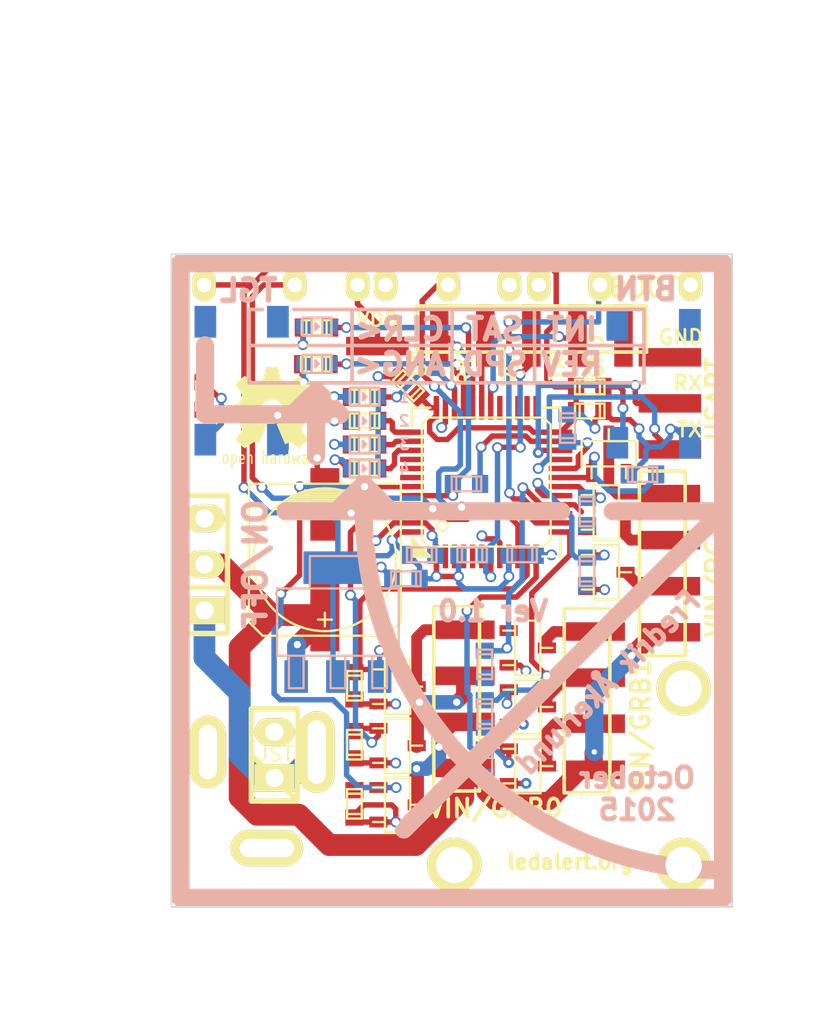
<source format=kicad_pcb>
(kicad_pcb (version 20160815) (host pcbnew 4.1.0-alpha+201608211231+7083~46~ubuntu16.04.1-product)

  (general
    (links 124)
    (no_connects 35)
    (area 117.849999 85.479999 148.870001 121.560001)
    (thickness 1.6)
    (drawings 106)
    (tracks 581)
    (zones 0)
    (modules 61)
    (nets 47)
  )

  (page A4)
  (layers
    (0 F.Cu signal)
    (31 B.Cu signal)
    (32 B.Adhes user hide)
    (33 F.Adhes user hide)
    (34 B.Paste user hide)
    (35 F.Paste user hide)
    (36 B.SilkS user)
    (37 F.SilkS user)
    (38 B.Mask user)
    (39 F.Mask user)
    (40 Dwgs.User user hide)
    (41 Cmts.User user)
    (42 Eco1.User user)
    (43 Eco2.User user)
    (44 Edge.Cuts user)
    (45 Margin user)
    (46 B.CrtYd user)
    (47 F.CrtYd user)
    (48 B.Fab user)
    (49 F.Fab user)
  )

  (setup
    (last_trace_width 0.3)
    (user_trace_width 0.3)
    (user_trace_width 0.4)
    (user_trace_width 0.5)
    (user_trace_width 0.6)
    (user_trace_width 0.7)
    (user_trace_width 0.8)
    (user_trace_width 0.9)
    (user_trace_width 1)
    (user_trace_width 1.2)
    (user_trace_width 1.4)
    (user_trace_width 1.8)
    (user_trace_width 2)
    (trace_clearance 0.15)
    (zone_clearance 0.15)
    (zone_45_only no)
    (trace_min 0.2)
    (segment_width 1)
    (edge_width 0.1)
    (via_size 0.6)
    (via_drill 0.4)
    (via_min_size 0.4)
    (via_min_drill 0.3)
    (user_via 0.6 0.3)
    (uvia_size 0.3)
    (uvia_drill 0.1)
    (uvias_allowed no)
    (uvia_min_size 0.2)
    (uvia_min_drill 0.1)
    (pcb_text_width 0.3)
    (pcb_text_size 1.5 1.5)
    (mod_edge_width 0.15)
    (mod_text_size 1 1)
    (mod_text_width 0.15)
    (pad_size 1.02 3.45)
    (pad_drill 0)
    (pad_to_mask_clearance 0.05)
    (solder_mask_min_width 0.1)
    (aux_axis_origin 0 0)
    (visible_elements FFFFFF7F)
    (pcbplotparams
      (layerselection 0x01000_00000000)
      (usegerberextensions true)
      (excludeedgelayer true)
      (linewidth 0.100000)
      (plotframeref false)
      (viasonmask false)
      (mode 1)
      (useauxorigin false)
      (hpglpennumber 1)
      (hpglpenspeed 20)
      (hpglpendiameter 15)
      (psnegative false)
      (psa4output false)
      (plotreference true)
      (plotvalue true)
      (plotinvisibletext false)
      (padsonsilk false)
      (subtractmaskfromsilk true)
      (outputformat 1)
      (mirror false)
      (drillshape 0)
      (scaleselection 1)
      (outputdirectory /home/akerlund/Dropbox/KiCAD/FramePCB/gerber/))
  )

  (net 0 "")
  (net 1 /12V)
  (net 2 GNDPWR)
  (net 3 /VDD)
  (net 4 "Net-(D1-Pad1)")
  (net 5 "Net-(D2-Pad1)")
  (net 6 "Net-(D3-Pad1)")
  (net 7 "Net-(D4-Pad1)")
  (net 8 "Net-(D5-Pad1)")
  (net 9 "Net-(D6-Pad1)")
  (net 10 "Net-(J1-Pad3)")
  (net 11 /BOOT0)
  (net 12 /RESET)
  (net 13 /USART1_RX)
  (net 14 /USART1_TX)
  (net 15 /B1)
  (net 16 /G1)
  (net 17 /R1)
  (net 18 /B2)
  (net 19 /G2)
  (net 20 /R2)
  (net 21 /B3)
  (net 22 /G3)
  (net 23 /R3)
  (net 24 /TIM2_CH2)
  (net 25 /TIM2_CH3)
  (net 26 /TIM2_CH4)
  (net 27 /TIM3_CH1)
  (net 28 /TIM3_CH2)
  (net 29 /TIM3_CH3)
  (net 30 /BOOT1)
  (net 31 /SW1)
  (net 32 /SW2)
  (net 33 /POT1)
  (net 34 /POT2)
  (net 35 /seg_1)
  (net 36 /seg_2)
  (net 37 /seg_3)
  (net 38 /set_1)
  (net 39 /set_2)
  (net 40 /set_3)
  (net 41 /TIM3_CH4)
  (net 42 /USART3_TX)
  (net 43 /USART3_RX)
  (net 44 /TIM4_CH2)
  (net 45 /TIM4_CH3)
  (net 46 /POT3)

  (net_class Default "This is the default net class."
    (clearance 0.15)
    (trace_width 0.3)
    (via_dia 0.6)
    (via_drill 0.4)
    (uvia_dia 0.3)
    (uvia_drill 0.1)
    (diff_pair_gap 0.25)
    (diff_pair_width 0.2)
    (add_net /12V)
    (add_net /B1)
    (add_net /B2)
    (add_net /B3)
    (add_net /BOOT0)
    (add_net /BOOT1)
    (add_net /G1)
    (add_net /G2)
    (add_net /G3)
    (add_net /POT1)
    (add_net /POT2)
    (add_net /POT3)
    (add_net /R1)
    (add_net /R2)
    (add_net /R3)
    (add_net /RESET)
    (add_net /SW1)
    (add_net /SW2)
    (add_net /TIM2_CH2)
    (add_net /TIM2_CH3)
    (add_net /TIM2_CH4)
    (add_net /TIM3_CH1)
    (add_net /TIM3_CH2)
    (add_net /TIM3_CH3)
    (add_net /TIM3_CH4)
    (add_net /TIM4_CH2)
    (add_net /TIM4_CH3)
    (add_net /USART1_RX)
    (add_net /USART1_TX)
    (add_net /USART3_RX)
    (add_net /USART3_TX)
    (add_net /VDD)
    (add_net /seg_1)
    (add_net /seg_2)
    (add_net /seg_3)
    (add_net /set_1)
    (add_net /set_2)
    (add_net /set_3)
    (add_net GNDPWR)
    (add_net "Net-(D1-Pad1)")
    (add_net "Net-(D2-Pad1)")
    (add_net "Net-(D3-Pad1)")
    (add_net "Net-(D4-Pad1)")
    (add_net "Net-(D5-Pad1)")
    (add_net "Net-(D6-Pad1)")
    (add_net "Net-(J1-Pad3)")
  )

  (module w_conn_misc:dc_socket placed (layer F.Cu) (tedit 56396710) (tstamp 5632534C)
    (at 119.66 112.97 270)
    (descr "Socket, DC power supply")
    (path /5632771A)
    (fp_text reference J1 (at 0 8.6995 270) (layer F.SilkS) hide
      (effects (font (thickness 0.3048)))
    )
    (fp_text value dc_jack (at 0 -8.60044 270) (layer F.SilkS) hide
      (effects (font (thickness 0.3048)))
    )
    (fp_line (start -4.50088 2.79908) (end 4.50088 2.79908) (layer F.CrtYd) (width 0.381))
    (fp_line (start -4.50088 7.29996) (end 4.50088 7.29996) (layer F.CrtYd) (width 0.381))
    (fp_line (start 4.50088 7.29996) (end 4.50088 -7.29996) (layer F.CrtYd) (width 0.381))
    (fp_line (start 4.50088 -7.29996) (end -4.50088 -7.29996) (layer F.CrtYd) (width 0.381))
    (fp_line (start -4.50088 -7.29996) (end -4.50088 7.29996) (layer F.CrtYd) (width 0.381))
    (pad 1 thru_hole oval (at 5.30098 -3.50012 270) (size 1.99898 4.0005) (drill oval 1.00076 2.99974) (layers *.Cu *.Mask F.SilkS)
      (net 2 GNDPWR))
    (pad 2 thru_hole oval (at 0 -0.24892 270) (size 4.0005 1.99898) (drill oval 2.99974 1.00076) (layers *.Cu *.Mask F.SilkS)
      (net 2 GNDPWR))
    (pad 3 thru_hole oval (at 0 -6.25094 270) (size 4.50088 1.99898) (drill oval 3.50012 1.00076) (layers *.Cu *.Mask F.SilkS)
      (net 10 "Net-(J1-Pad3)"))
    (model walter/conn_misc/dc_socket.wrl
      (at (xyz 0 0 0))
      (scale (xyz 1 1 1))
      (rotate (xyz 0 0 0))
    )
  )

  (module w_logo:Logo_silk_OSHW_6x6mm (layer F.Cu) (tedit 0) (tstamp 563969D4)
    (at 123.44 93.98)
    (descr "Open Hardware Logo, 6x6mm")
    (fp_text reference G*** (at 0 0) (layer F.SilkS) hide
      (effects (font (size 0.22606 0.22606) (thickness 0.04318)))
    )
    (fp_text value LOGO (at 0 0.3) (layer F.SilkS) hide
      (effects (font (size 0.22606 0.22606) (thickness 0.04318)))
    )
    (fp_line (start 2.16 2.62) (end 2.16 3.08) (layer F.SilkS) (width 0.075))
    (fp_line (start 2.25 2.62) (end 2.3 2.62) (layer F.SilkS) (width 0.075))
    (fp_line (start 2.2 2.65) (end 2.25 2.62) (layer F.SilkS) (width 0.075))
    (fp_line (start 2.18 2.67) (end 2.2 2.65) (layer F.SilkS) (width 0.075))
    (fp_line (start 2.16 2.74) (end 2.18 2.67) (layer F.SilkS) (width 0.075))
    (fp_line (start 2.6 3.08) (end 2.65 3.05) (layer F.SilkS) (width 0.075))
    (fp_line (start 2.5 3.08) (end 2.6 3.08) (layer F.SilkS) (width 0.075))
    (fp_line (start 2.46 3.05) (end 2.5 3.08) (layer F.SilkS) (width 0.075))
    (fp_line (start 2.44 2.98) (end 2.46 3.05) (layer F.SilkS) (width 0.075))
    (fp_line (start 2.44 2.71) (end 2.44 2.98) (layer F.SilkS) (width 0.075))
    (fp_line (start 2.47 2.65) (end 2.44 2.71) (layer F.SilkS) (width 0.075))
    (fp_line (start 2.51 2.62) (end 2.47 2.65) (layer F.SilkS) (width 0.075))
    (fp_line (start 2.61 2.62) (end 2.51 2.62) (layer F.SilkS) (width 0.075))
    (fp_line (start 2.65 2.66) (end 2.61 2.62) (layer F.SilkS) (width 0.075))
    (fp_line (start 2.67 2.73) (end 2.65 2.66) (layer F.SilkS) (width 0.075))
    (fp_line (start 2.67 2.85) (end 2.67 2.73) (layer F.SilkS) (width 0.075))
    (fp_line (start 2.67 2.85) (end 2.44 2.85) (layer F.SilkS) (width 0.075))
    (fp_line (start 1.92 2.71) (end 1.92 3.08) (layer F.SilkS) (width 0.075))
    (fp_line (start 1.89 2.65) (end 1.92 2.71) (layer F.SilkS) (width 0.075))
    (fp_line (start 1.85 2.62) (end 1.89 2.65) (layer F.SilkS) (width 0.075))
    (fp_line (start 1.75 2.62) (end 1.85 2.62) (layer F.SilkS) (width 0.075))
    (fp_line (start 1.7 2.65) (end 1.75 2.62) (layer F.SilkS) (width 0.075))
    (fp_line (start 1.76 2.81) (end 1.71 2.84) (layer F.SilkS) (width 0.075))
    (fp_line (start 1.88 2.81) (end 1.76 2.81) (layer F.SilkS) (width 0.075))
    (fp_line (start 1.92 2.78) (end 1.88 2.81) (layer F.SilkS) (width 0.075))
    (fp_line (start 1.87 3.08) (end 1.92 3.04) (layer F.SilkS) (width 0.075))
    (fp_line (start 1.75 3.08) (end 1.87 3.08) (layer F.SilkS) (width 0.075))
    (fp_line (start 1.7 3.04) (end 1.75 3.08) (layer F.SilkS) (width 0.075))
    (fp_line (start 1.68 2.98) (end 1.7 3.04) (layer F.SilkS) (width 0.075))
    (fp_line (start 1.68 2.91) (end 1.68 2.98) (layer F.SilkS) (width 0.075))
    (fp_line (start 1.71 2.84) (end 1.68 2.91) (layer F.SilkS) (width 0.075))
    (fp_line (start 1.13 2.62) (end 1.23 3.08) (layer F.SilkS) (width 0.075))
    (fp_line (start 1.23 3.08) (end 1.32 2.74) (layer F.SilkS) (width 0.075))
    (fp_line (start 1.32 2.74) (end 1.42 3.08) (layer F.SilkS) (width 0.075))
    (fp_line (start 1.42 3.08) (end 1.52 2.62) (layer F.SilkS) (width 0.075))
    (fp_line (start 0.94 3.05) (end 0.9 3.08) (layer F.SilkS) (width 0.075))
    (fp_line (start 0.9 3.08) (end 0.79 3.08) (layer F.SilkS) (width 0.075))
    (fp_line (start 0.79 3.08) (end 0.75 3.05) (layer F.SilkS) (width 0.075))
    (fp_line (start 0.75 3.05) (end 0.73 3.02) (layer F.SilkS) (width 0.075))
    (fp_line (start 0.73 3.02) (end 0.7 2.95) (layer F.SilkS) (width 0.075))
    (fp_line (start 0.7 2.95) (end 0.7 2.75) (layer F.SilkS) (width 0.075))
    (fp_line (start 0.7 2.75) (end 0.73 2.68) (layer F.SilkS) (width 0.075))
    (fp_line (start 0.73 2.68) (end 0.75 2.65) (layer F.SilkS) (width 0.075))
    (fp_line (start 0.75 2.65) (end 0.81 2.61) (layer F.SilkS) (width 0.075))
    (fp_line (start 0.81 2.61) (end 0.88 2.61) (layer F.SilkS) (width 0.075))
    (fp_line (start 0.88 2.61) (end 0.94 2.65) (layer F.SilkS) (width 0.075))
    (fp_line (start 0.94 2.38) (end 0.94 3.08) (layer F.SilkS) (width 0.075))
    (fp_line (start 0.42 2.74) (end 0.44 2.67) (layer F.SilkS) (width 0.075))
    (fp_line (start 0.44 2.67) (end 0.46 2.65) (layer F.SilkS) (width 0.075))
    (fp_line (start 0.46 2.65) (end 0.51 2.62) (layer F.SilkS) (width 0.075))
    (fp_line (start 0.51 2.62) (end 0.56 2.62) (layer F.SilkS) (width 0.075))
    (fp_line (start 0.42 2.62) (end 0.42 3.08) (layer F.SilkS) (width 0.075))
    (fp_line (start -0.03 2.84) (end -0.06 2.91) (layer F.SilkS) (width 0.075))
    (fp_line (start -0.06 2.91) (end -0.06 2.98) (layer F.SilkS) (width 0.075))
    (fp_line (start -0.06 2.98) (end -0.04 3.04) (layer F.SilkS) (width 0.075))
    (fp_line (start -0.04 3.04) (end 0.01 3.08) (layer F.SilkS) (width 0.075))
    (fp_line (start 0.01 3.08) (end 0.13 3.08) (layer F.SilkS) (width 0.075))
    (fp_line (start 0.13 3.08) (end 0.18 3.04) (layer F.SilkS) (width 0.075))
    (fp_line (start 0.18 2.78) (end 0.14 2.81) (layer F.SilkS) (width 0.075))
    (fp_line (start 0.14 2.81) (end 0.02 2.81) (layer F.SilkS) (width 0.075))
    (fp_line (start 0.02 2.81) (end -0.03 2.84) (layer F.SilkS) (width 0.075))
    (fp_line (start -0.04 2.65) (end 0.01 2.62) (layer F.SilkS) (width 0.075))
    (fp_line (start 0.01 2.62) (end 0.11 2.62) (layer F.SilkS) (width 0.075))
    (fp_line (start 0.11 2.62) (end 0.15 2.65) (layer F.SilkS) (width 0.075))
    (fp_line (start 0.15 2.65) (end 0.18 2.71) (layer F.SilkS) (width 0.075))
    (fp_line (start 0.18 2.71) (end 0.18 3.08) (layer F.SilkS) (width 0.075))
    (fp_line (start -0.49 2.69) (end -0.47 2.65) (layer F.SilkS) (width 0.075))
    (fp_line (start -0.47 2.65) (end -0.42 2.62) (layer F.SilkS) (width 0.075))
    (fp_line (start -0.42 2.62) (end -0.34 2.62) (layer F.SilkS) (width 0.075))
    (fp_line (start -0.34 2.62) (end -0.3 2.65) (layer F.SilkS) (width 0.075))
    (fp_line (start -0.3 2.65) (end -0.28 2.71) (layer F.SilkS) (width 0.075))
    (fp_line (start -0.28 2.71) (end -0.28 3.08) (layer F.SilkS) (width 0.075))
    (fp_line (start -0.49 2.38) (end -0.49 3.08) (layer F.SilkS) (width 0.075))
    (fp_line (start -1.54 2.85) (end -1.77 2.85) (layer F.SilkS) (width 0.075))
    (fp_line (start -1.32 2.68) (end -1.3 2.65) (layer F.SilkS) (width 0.075))
    (fp_line (start -1.3 2.65) (end -1.26 2.62) (layer F.SilkS) (width 0.075))
    (fp_line (start -1.26 2.62) (end -1.17 2.62) (layer F.SilkS) (width 0.075))
    (fp_line (start -1.17 2.62) (end -1.13 2.65) (layer F.SilkS) (width 0.075))
    (fp_line (start -1.13 2.65) (end -1.11 2.71) (layer F.SilkS) (width 0.075))
    (fp_line (start -1.11 2.71) (end -1.11 3.08) (layer F.SilkS) (width 0.075))
    (fp_line (start -1.32 2.62) (end -1.32 3.08) (layer F.SilkS) (width 0.075))
    (fp_line (start -1.54 2.85) (end -1.54 2.73) (layer F.SilkS) (width 0.075))
    (fp_line (start -1.54 2.73) (end -1.56 2.66) (layer F.SilkS) (width 0.075))
    (fp_line (start -1.56 2.66) (end -1.6 2.62) (layer F.SilkS) (width 0.075))
    (fp_line (start -1.6 2.62) (end -1.7 2.62) (layer F.SilkS) (width 0.075))
    (fp_line (start -1.7 2.62) (end -1.74 2.65) (layer F.SilkS) (width 0.075))
    (fp_line (start -1.74 2.65) (end -1.77 2.71) (layer F.SilkS) (width 0.075))
    (fp_line (start -1.77 2.71) (end -1.77 2.98) (layer F.SilkS) (width 0.075))
    (fp_line (start -1.77 2.98) (end -1.75 3.05) (layer F.SilkS) (width 0.075))
    (fp_line (start -1.75 3.05) (end -1.71 3.08) (layer F.SilkS) (width 0.075))
    (fp_line (start -1.71 3.08) (end -1.61 3.08) (layer F.SilkS) (width 0.075))
    (fp_line (start -1.61 3.08) (end -1.56 3.05) (layer F.SilkS) (width 0.075))
    (fp_line (start -2.2 2.65) (end -2.16 2.62) (layer F.SilkS) (width 0.075))
    (fp_line (start -2.16 2.62) (end -2.06 2.62) (layer F.SilkS) (width 0.075))
    (fp_line (start -2.06 2.62) (end -2.02 2.65) (layer F.SilkS) (width 0.075))
    (fp_line (start -2.02 2.65) (end -1.99 2.68) (layer F.SilkS) (width 0.075))
    (fp_line (start -1.99 2.68) (end -1.97 2.74) (layer F.SilkS) (width 0.075))
    (fp_line (start -1.97 2.74) (end -1.97 2.96) (layer F.SilkS) (width 0.075))
    (fp_line (start -1.97 2.96) (end -1.99 3.02) (layer F.SilkS) (width 0.075))
    (fp_line (start -1.99 3.02) (end -2.01 3.05) (layer F.SilkS) (width 0.075))
    (fp_line (start -2.01 3.05) (end -2.05 3.08) (layer F.SilkS) (width 0.075))
    (fp_line (start -2.05 3.08) (end -2.15 3.08) (layer F.SilkS) (width 0.075))
    (fp_line (start -2.15 3.08) (end -2.2 3.05) (layer F.SilkS) (width 0.075))
    (fp_line (start -2.2 3.32) (end -2.2 2.62) (layer F.SilkS) (width 0.075))
    (fp_line (start -2.51 2.62) (end -2.59 2.62) (layer F.SilkS) (width 0.075))
    (fp_line (start -2.59 2.62) (end -2.63 2.65) (layer F.SilkS) (width 0.075))
    (fp_line (start -2.63 2.65) (end -2.65 2.68) (layer F.SilkS) (width 0.075))
    (fp_line (start -2.65 2.68) (end -2.68 2.75) (layer F.SilkS) (width 0.075))
    (fp_line (start -2.59 3.08) (end -2.51 3.08) (layer F.SilkS) (width 0.075))
    (fp_line (start -2.51 3.08) (end -2.46 3.05) (layer F.SilkS) (width 0.075))
    (fp_line (start -2.46 3.05) (end -2.44 3.02) (layer F.SilkS) (width 0.075))
    (fp_line (start -2.44 3.02) (end -2.42 2.95) (layer F.SilkS) (width 0.075))
    (fp_line (start -2.42 2.95) (end -2.42 2.75) (layer F.SilkS) (width 0.075))
    (fp_line (start -2.42 2.75) (end -2.44 2.69) (layer F.SilkS) (width 0.075))
    (fp_line (start -2.44 2.69) (end -2.46 2.66) (layer F.SilkS) (width 0.075))
    (fp_line (start -2.46 2.66) (end -2.51 2.62) (layer F.SilkS) (width 0.075))
    (fp_line (start -2.68 2.75) (end -2.68 2.95) (layer F.SilkS) (width 0.075))
    (fp_line (start -2.68 2.95) (end -2.66 3.01) (layer F.SilkS) (width 0.075))
    (fp_line (start -2.66 3.01) (end -2.64 3.04) (layer F.SilkS) (width 0.075))
    (fp_line (start -2.64 3.04) (end -2.59 3.08) (layer F.SilkS) (width 0.075))
    (fp_poly (pts (xy -1.51384 2.24536) (xy -1.48844 2.23012) (xy -1.43002 2.19456) (xy -1.3462 2.13868)
      (xy -1.24714 2.07264) (xy -1.14808 2.0066) (xy -1.0668 1.95326) (xy -1.01092 1.91516)
      (xy -0.98552 1.90246) (xy -0.97282 1.90754) (xy -0.9271 1.9304) (xy -0.85852 1.96596)
      (xy -0.81788 1.98628) (xy -0.75692 2.01168) (xy -0.7239 2.0193) (xy -0.71882 2.00914)
      (xy -0.69596 1.96088) (xy -0.6604 1.8796) (xy -0.61468 1.77038) (xy -0.5588 1.64338)
      (xy -0.50292 1.50876) (xy -0.4445 1.36906) (xy -0.38862 1.23444) (xy -0.34036 1.11506)
      (xy -0.29972 1.01854) (xy -0.27432 0.94996) (xy -0.26416 0.92202) (xy -0.2667 0.9144)
      (xy -0.29972 0.88392) (xy -0.35306 0.84328) (xy -0.47244 0.74676) (xy -0.58928 0.60198)
      (xy -0.6604 0.43688) (xy -0.68326 0.25146) (xy -0.66294 0.08128) (xy -0.5969 -0.08128)
      (xy -0.4826 -0.2286) (xy -0.3429 -0.33782) (xy -0.18034 -0.4064) (xy 0 -0.42926)
      (xy 0.17272 -0.40894) (xy 0.34036 -0.3429) (xy 0.48768 -0.23114) (xy 0.55118 -0.16002)
      (xy 0.63754 -0.01016) (xy 0.6858 0.14732) (xy 0.69088 0.18796) (xy 0.68326 0.36322)
      (xy 0.63246 0.5334) (xy 0.53848 0.68326) (xy 0.40894 0.80772) (xy 0.3937 0.81788)
      (xy 0.33528 0.8636) (xy 0.29464 0.89408) (xy 0.26416 0.91948) (xy 0.48768 1.45796)
      (xy 0.52324 1.54178) (xy 0.5842 1.6891) (xy 0.63754 1.8161) (xy 0.68072 1.9177)
      (xy 0.7112 1.98374) (xy 0.7239 2.01168) (xy 0.7239 2.01422) (xy 0.74422 2.01676)
      (xy 0.78486 2.00152) (xy 0.86106 1.96596) (xy 0.90932 1.94056) (xy 0.96774 1.91262)
      (xy 0.99314 1.90246) (xy 1.016 1.91516) (xy 1.06934 1.95072) (xy 1.15062 2.00406)
      (xy 1.24714 2.06756) (xy 1.33858 2.13106) (xy 1.4224 2.18694) (xy 1.48336 2.22504)
      (xy 1.51384 2.24282) (xy 1.51892 2.24282) (xy 1.54432 2.22758) (xy 1.59258 2.18694)
      (xy 1.66624 2.11836) (xy 1.77038 2.01422) (xy 1.78562 1.99898) (xy 1.87198 1.91262)
      (xy 1.94056 1.83896) (xy 1.98628 1.78816) (xy 2.00406 1.7653) (xy 2.00406 1.7653)
      (xy 1.98882 1.73482) (xy 1.95072 1.67386) (xy 1.89484 1.5875) (xy 1.82626 1.48844)
      (xy 1.64846 1.22936) (xy 1.74498 0.98552) (xy 1.77546 0.90932) (xy 1.81356 0.82042)
      (xy 1.8415 0.75438) (xy 1.85674 0.72644) (xy 1.88214 0.71628) (xy 1.95072 0.70104)
      (xy 2.04724 0.68072) (xy 2.16154 0.6604) (xy 2.2733 0.64008) (xy 2.37236 0.61976)
      (xy 2.44348 0.60706) (xy 2.4765 0.59944) (xy 2.48412 0.59436) (xy 2.49174 0.57912)
      (xy 2.49428 0.5461) (xy 2.49682 0.48514) (xy 2.49936 0.39116) (xy 2.49936 0.25146)
      (xy 2.49936 0.23622) (xy 2.49682 0.10668) (xy 2.49428 0) (xy 2.49174 -0.06604)
      (xy 2.48666 -0.09398) (xy 2.48666 -0.09398) (xy 2.45618 -0.1016) (xy 2.38506 -0.11684)
      (xy 2.286 -0.13462) (xy 2.16662 -0.15748) (xy 2.159 -0.16002) (xy 2.04216 -0.18288)
      (xy 1.9431 -0.2032) (xy 1.87198 -0.21844) (xy 1.84404 -0.2286) (xy 1.83642 -0.23622)
      (xy 1.81356 -0.28194) (xy 1.78054 -0.3556) (xy 1.7399 -0.4445) (xy 1.7018 -0.53848)
      (xy 1.66878 -0.6223) (xy 1.64592 -0.68326) (xy 1.6383 -0.7112) (xy 1.64084 -0.71374)
      (xy 1.65862 -0.74168) (xy 1.69926 -0.80264) (xy 1.75514 -0.88646) (xy 1.82372 -0.98806)
      (xy 1.8288 -0.99568) (xy 1.89738 -1.09474) (xy 1.95326 -1.1811) (xy 1.98882 -1.23952)
      (xy 2.00406 -1.26746) (xy 2.00406 -1.27) (xy 1.9812 -1.30048) (xy 1.9304 -1.35636)
      (xy 1.85674 -1.43256) (xy 1.77038 -1.52146) (xy 1.74244 -1.54686) (xy 1.64338 -1.64338)
      (xy 1.57734 -1.70434) (xy 1.53416 -1.73736) (xy 1.51384 -1.74498) (xy 1.51384 -1.74498)
      (xy 1.48336 -1.7272) (xy 1.41986 -1.68656) (xy 1.33604 -1.62814) (xy 1.23444 -1.55956)
      (xy 1.22682 -1.55448) (xy 1.12776 -1.4859) (xy 1.04394 -1.43002) (xy 0.98552 -1.38938)
      (xy 0.95758 -1.37414) (xy 0.95504 -1.37414) (xy 0.9144 -1.38684) (xy 0.84328 -1.41224)
      (xy 0.75438 -1.44526) (xy 0.66294 -1.48336) (xy 0.57912 -1.51892) (xy 0.51562 -1.54686)
      (xy 0.48514 -1.56464) (xy 0.48514 -1.56464) (xy 0.47498 -1.6002) (xy 0.4572 -1.6764)
      (xy 0.43688 -1.778) (xy 0.41148 -1.89992) (xy 0.40894 -1.92024) (xy 0.38608 -2.03962)
      (xy 0.3683 -2.13868) (xy 0.35306 -2.20726) (xy 0.34544 -2.2352) (xy 0.3302 -2.23774)
      (xy 0.27178 -2.24282) (xy 0.18288 -2.24536) (xy 0.07366 -2.24536) (xy -0.0381 -2.24536)
      (xy -0.14732 -2.24282) (xy -0.2413 -2.24028) (xy -0.30988 -2.2352) (xy -0.33782 -2.23012)
      (xy -0.33782 -2.22758) (xy -0.34798 -2.18948) (xy -0.36576 -2.11582) (xy -0.38608 -2.01168)
      (xy -0.40894 -1.88976) (xy -0.41402 -1.8669) (xy -0.43688 -1.75006) (xy -0.4572 -1.651)
      (xy -0.4699 -1.58496) (xy -0.47752 -1.55702) (xy -0.49022 -1.55194) (xy -0.53848 -1.53162)
      (xy -0.61722 -1.4986) (xy -0.71628 -1.45796) (xy -0.94488 -1.36652) (xy -1.22682 -1.55702)
      (xy -1.25222 -1.5748) (xy -1.35382 -1.64338) (xy -1.4351 -1.69926) (xy -1.49352 -1.73736)
      (xy -1.51638 -1.75006) (xy -1.51892 -1.75006) (xy -1.54686 -1.72466) (xy -1.60274 -1.67132)
      (xy -1.67894 -1.59766) (xy -1.76784 -1.5113) (xy -1.83134 -1.44526) (xy -1.91008 -1.36652)
      (xy -1.95834 -1.31318) (xy -1.98628 -1.28016) (xy -1.9939 -1.25984) (xy -1.99136 -1.2446)
      (xy -1.97358 -1.21666) (xy -1.93294 -1.1557) (xy -1.87452 -1.06934) (xy -1.80594 -0.97028)
      (xy -1.75006 -0.88646) (xy -1.6891 -0.79248) (xy -1.651 -0.72644) (xy -1.63576 -0.69342)
      (xy -1.64084 -0.68072) (xy -1.65862 -0.62484) (xy -1.69418 -0.54102) (xy -1.73482 -0.44196)
      (xy -1.83388 -0.22098) (xy -1.97866 -0.19304) (xy -2.06756 -0.17526) (xy -2.18948 -0.1524)
      (xy -2.30886 -0.12954) (xy -2.49174 -0.09398) (xy -2.49936 0.58166) (xy -2.47142 0.59436)
      (xy -2.44348 0.60198) (xy -2.3749 0.61722) (xy -2.27838 0.63754) (xy -2.16154 0.65786)
      (xy -2.06502 0.67564) (xy -1.96596 0.69596) (xy -1.89484 0.70866) (xy -1.86436 0.71628)
      (xy -1.8542 0.72644) (xy -1.83134 0.7747) (xy -1.79578 0.8509) (xy -1.75514 0.94234)
      (xy -1.71704 1.03632) (xy -1.68148 1.12522) (xy -1.65862 1.19126) (xy -1.64846 1.22428)
      (xy -1.66116 1.25222) (xy -1.69926 1.31064) (xy -1.7526 1.39192) (xy -1.82118 1.49098)
      (xy -1.88722 1.5875) (xy -1.94564 1.67132) (xy -1.98374 1.73228) (xy -2.00152 1.76022)
      (xy -1.99136 1.778) (xy -1.95326 1.82626) (xy -1.8796 1.90246) (xy -1.76784 2.01168)
      (xy -1.75006 2.02946) (xy -1.6637 2.11328) (xy -1.59004 2.18186) (xy -1.5367 2.22758)
      (xy -1.51384 2.24536)) (layer F.SilkS) (width 0.00254))
  )

  (module w_pin_strip:pin_strip_1 (layer F.Cu) (tedit 563960FF) (tstamp 56389B3B)
    (at 129.26 90.59 90)
    (descr "Pin strip 1pin")
    (tags "CONN DEV")
    (path /5638A27C)
    (fp_text reference J8 (at 0 -2.159 90) (layer F.SilkS) hide
      (effects (font (size 1.016 1.016) (thickness 0.2032)))
    )
    (fp_text value VDD (at 1.47 0.02 180) (layer F.SilkS)
      (effects (font (size 0.8 0.8) (thickness 0.15)))
    )
    (pad 1 smd rect (at 0 0 90) (size 1.02 3.45) (layers F.Cu F.Paste F.Mask)
      (net 3 /VDD))
    (model walter/pin_strip/pin_strip_1.wrl
      (at (xyz 0 0 0))
      (scale (xyz 1 1 1))
      (rotate (xyz 0 0 0))
    )
  )

  (module freaquency:pot_eBay (layer F.Cu) (tedit 5637F1C7) (tstamp 5635AE43)
    (at 141.54 87.22)
    (path /563689A7)
    (fp_text reference RV3 (at 4.85 1.75) (layer F.SilkS) hide
      (effects (font (size 1 1) (thickness 0.15)))
    )
    (fp_text value POT (at -2.35 1.71) (layer F.SilkS) hide
      (effects (font (size 1 1) (thickness 0.15)))
    )
    (fp_circle (center -0.01 -8.66) (end -0.01 -15.66) (layer F.CrtYd) (width 0.1))
    (pad 1 thru_hole oval (at -5 0 180) (size 1.3 1.8) (drill 0.8) (layers *.Cu *.Mask F.SilkS)
      (net 3 /VDD))
    (pad 2 thru_hole oval (at 0 0) (size 1.3 1.8) (drill 0.8) (layers *.Cu *.Mask F.SilkS)
      (net 46 /POT3))
    (pad 3 thru_hole oval (at 5 0) (size 1.3 1.8) (drill 0.8) (layers *.Cu *.Mask F.SilkS)
      (net 2 GNDPWR))
  )

  (module freaquency:pot_eBay (layer F.Cu) (tedit 5637F1B8) (tstamp 5635AE3A)
    (at 133.16 87.22)
    (path /563299A7)
    (fp_text reference RV2 (at 4.85 1.75) (layer F.SilkS) hide
      (effects (font (size 1 1) (thickness 0.15)))
    )
    (fp_text value POT (at -2.35 1.71) (layer F.SilkS) hide
      (effects (font (size 1 1) (thickness 0.15)))
    )
    (fp_circle (center -0.01 -8.66) (end -0.01 -15.66) (layer F.CrtYd) (width 0.1))
    (pad 1 thru_hole oval (at -5 0 180) (size 1.3 1.8) (drill 0.8) (layers *.Cu *.Mask F.SilkS)
      (net 3 /VDD))
    (pad 2 thru_hole oval (at 0 0) (size 1.3 1.8) (drill 0.8) (layers *.Cu *.Mask F.SilkS)
      (net 34 /POT2))
    (pad 3 thru_hole oval (at 5 0) (size 1.3 1.8) (drill 0.8) (layers *.Cu *.Mask F.SilkS)
      (net 2 GNDPWR))
  )

  (module freaquency:pot_eBay (layer F.Cu) (tedit 5637F198) (tstamp 56355A81)
    (at 124.7 87.22)
    (path /56327631)
    (fp_text reference RV1 (at 4.85 1.75) (layer F.SilkS) hide
      (effects (font (size 1 1) (thickness 0.15)))
    )
    (fp_text value POT (at -2.35 1.71) (layer F.SilkS) hide
      (effects (font (size 1 1) (thickness 0.15)))
    )
    (fp_circle (center -0.01 -8.66) (end -0.01 -15.66) (layer F.CrtYd) (width 0.1))
    (pad 1 thru_hole oval (at -5 0 180) (size 1.3 1.8) (drill 0.8) (layers *.Cu *.Mask F.SilkS)
      (net 3 /VDD))
    (pad 2 thru_hole oval (at 0 0) (size 1.3 1.8) (drill 0.8) (layers *.Cu *.Mask F.SilkS)
      (net 33 /POT1))
    (pad 3 thru_hole oval (at 5 0) (size 1.3 1.8) (drill 0.8) (layers *.Cu *.Mask F.SilkS)
      (net 2 GNDPWR))
  )

  (module w_smd_leds:Led_0603 (layer B.Cu) (tedit 5637F04C) (tstamp 5632533F)
    (at 128.55 94.72)
    (descr "SMD LED, 0603")
    (path /563324C4)
    (fp_text reference D5 (at 0 1.09982) (layer B.SilkS) hide
      (effects (font (size 0.59944 0.59944) (thickness 0.11938)) (justify mirror))
    )
    (fp_text value 2 (at 2.18 -0.01) (layer B.SilkS)
      (effects (font (size 0.59944 0.59944) (thickness 0.11938)) (justify mirror))
    )
    (fp_line (start 0.29972 -0.50038) (end 0.29972 0.50038) (layer B.SilkS) (width 0.127))
    (fp_line (start -0.29972 0.50038) (end -0.29972 -0.50038) (layer B.SilkS) (width 0.127))
    (fp_line (start 0 -0.09906) (end 0 0.09906) (layer B.SilkS) (width 0.127))
    (fp_line (start -0.09906 0.20066) (end -0.09906 -0.20066) (layer B.SilkS) (width 0.127))
    (fp_line (start -0.09906 -0.20066) (end 0.09906 0) (layer B.SilkS) (width 0.127))
    (fp_line (start 0.09906 0) (end -0.09906 0.20066) (layer B.SilkS) (width 0.127))
    (pad 1 smd rect (at -0.7493 0) (size 0.79756 0.79756) (layers B.Cu B.Paste B.Mask)
      (net 8 "Net-(D5-Pad1)"))
    (pad 2 smd rect (at 0.7493 0) (size 0.79756 0.79756) (layers B.Cu B.Paste B.Mask)
      (net 2 GNDPWR))
    (model walter/smd_leds/led_0603.wrl
      (at (xyz 0 0 0))
      (scale (xyz 1 1 1))
      (rotate (xyz 0 0 0))
    )
  )

  (module freaquency:smd_pin_5 (layer F.Cu) (tedit 5637F586) (tstamp 5635AE51)
    (at 137.75 87.28)
    (descr "Smd dual-row strip connector, 5x2 pin, 2.54mm pitch")
    (path /563271CA)
    (fp_text reference J2 (at 0.22 0.25) (layer F.SilkS) hide
      (effects (font (size 0.99822 0.99822) (thickness 0.19812)))
    )
    (fp_text value BOOT (at 6.23 0.1) (layer F.SilkS)
      (effects (font (size 1 1) (thickness 0.2)))
    )
    (fp_line (start 6.35 2.6) (end 6.35 3.64) (layer F.SilkS) (width 0.2))
    (fp_line (start 6.35 3.64) (end 6.21 3.64) (layer F.SilkS) (width 0.2))
    (fp_line (start -6.35 3.64) (end 6.23 3.64) (layer F.SilkS) (width 0.2))
    (fp_line (start -6.35 1.1) (end -6.35 3.64) (layer F.SilkS) (width 0.2))
    (fp_line (start -6.35 1.1) (end 6.35 1.1) (layer F.SilkS) (width 0.19812))
    (fp_line (start 6.35 2.6) (end 6.35 1.1) (layer F.SilkS) (width 0.19812))
    (fp_line (start -6.35 1.1) (end -6.35 2.6) (layer F.SilkS) (width 0.19812))
    (pad 5 smd rect (at 5.08 2.725) (size 1.02 3.45) (layers F.Cu F.Paste F.Mask)
      (net 2 GNDPWR))
    (pad 1 smd rect (at -5.08 2.725) (size 1.02 3.45) (layers F.Cu F.Paste F.Mask)
      (net 11 /BOOT0))
    (pad 2 smd rect (at 0 2.725) (size 1.02 3.45) (layers F.Cu F.Paste F.Mask)
      (net 12 /RESET))
    (pad 3 smd rect (at -2.54 2.725) (size 1.02 3.45) (layers F.Cu F.Paste F.Mask)
      (net 13 /USART1_RX))
    (pad 4 smd rect (at 2.54 2.725) (size 1.02 3.45) (layers F.Cu F.Paste F.Mask)
      (net 14 /USART1_TX))
  )

  (module w_smd_cap:c_elec_8x6.5 (layer F.Cu) (tedit 5636321A) (tstamp 563252FD)
    (at 126.36 102.37 270)
    (descr "SMT capacitor, aluminium electrolytic, 8x6.5")
    (path /563274A5)
    (fp_text reference C1 (at 0 -4.826 270) (layer F.SilkS) hide
      (effects (font (size 0.50038 0.50038) (thickness 0.11938)))
    )
    (fp_text value C (at 0 4.826 270) (layer F.SilkS) hide
      (effects (font (size 0.50038 0.50038) (thickness 0.11938)))
    )
    (fp_line (start -3.81 -1.016) (end -3.81 1.016) (layer F.SilkS) (width 0.127))
    (fp_line (start -3.683 1.397) (end -3.683 -1.397) (layer F.SilkS) (width 0.127))
    (fp_line (start -3.556 -1.651) (end -3.556 1.651) (layer F.SilkS) (width 0.127))
    (fp_line (start -3.429 1.905) (end -3.429 -1.905) (layer F.SilkS) (width 0.127))
    (fp_line (start -3.302 2.032) (end -3.302 -2.032) (layer F.SilkS) (width 0.127))
    (fp_line (start -3.175 -2.286) (end -3.175 2.286) (layer F.SilkS) (width 0.127))
    (fp_circle (center 0 0) (end 3.937 0) (layer F.SilkS) (width 0.127))
    (fp_line (start -4.191 -4.191) (end -4.191 4.191) (layer F.SilkS) (width 0.127))
    (fp_line (start -4.191 4.191) (end 3.429 4.191) (layer F.SilkS) (width 0.127))
    (fp_line (start 3.429 4.191) (end 4.191 3.429) (layer F.SilkS) (width 0.127))
    (fp_line (start 4.191 3.429) (end 4.191 -3.429) (layer F.SilkS) (width 0.127))
    (fp_line (start 4.191 -3.429) (end 3.429 -4.191) (layer F.SilkS) (width 0.127))
    (fp_line (start 3.429 -4.191) (end -4.191 -4.191) (layer F.SilkS) (width 0.127))
    (fp_line (start 3.683 0) (end 2.921 0) (layer F.SilkS) (width 0.127))
    (fp_line (start 3.302 -0.381) (end 3.302 0.381) (layer F.SilkS) (width 0.127))
    (pad 1 smd rect (at 3.05054 0 270) (size 4.0005 1.6002) (layers F.Cu F.Paste F.Mask)
      (net 1 /12V))
    (pad 2 smd rect (at -3.05054 0 270) (size 4.0005 1.6002) (layers F.Cu F.Paste F.Mask)
      (net 2 GNDPWR))
    (model walter/smd_cap/c_elec_8x6_5.wrl
      (at (xyz 0 0 0))
      (scale (xyz 1 1 1))
      (rotate (xyz 0 0 0))
    )
  )

  (module w_smd_cap:c_0603 (layer B.Cu) (tedit 563590D1) (tstamp 56325303)
    (at 130.83 103.42)
    (descr "SMT capacitor, 0603")
    (path /563286A7)
    (fp_text reference C2 (at 0 0.635) (layer B.SilkS) hide
      (effects (font (size 0.20066 0.20066) (thickness 0.04064)) (justify mirror))
    )
    (fp_text value C (at 0 -0.635) (layer B.SilkS) hide
      (effects (font (size 0.20066 0.20066) (thickness 0.04064)) (justify mirror))
    )
    (fp_line (start 0.5588 -0.4064) (end 0.5588 0.4064) (layer B.SilkS) (width 0.127))
    (fp_line (start -0.5588 0.381) (end -0.5588 -0.4064) (layer B.SilkS) (width 0.127))
    (fp_line (start -0.8128 0.4064) (end 0.8128 0.4064) (layer B.SilkS) (width 0.127))
    (fp_line (start 0.8128 0.4064) (end 0.8128 -0.4064) (layer B.SilkS) (width 0.127))
    (fp_line (start 0.8128 -0.4064) (end -0.8128 -0.4064) (layer B.SilkS) (width 0.127))
    (fp_line (start -0.8128 -0.4064) (end -0.8128 0.4064) (layer B.SilkS) (width 0.127))
    (pad 1 smd rect (at 0.75184 0) (size 0.89916 1.00076) (layers B.Cu B.Paste B.Mask)
      (net 3 /VDD))
    (pad 2 smd rect (at -0.75184 0) (size 0.89916 1.00076) (layers B.Cu B.Paste B.Mask)
      (net 2 GNDPWR))
    (model walter/smd_cap/c_0603.wrl
      (at (xyz 0 0 0))
      (scale (xyz 1 1 1))
      (rotate (xyz 0 0 0))
    )
  )

  (module w_smd_cap:c_0603 (layer B.Cu) (tedit 5635BD7A) (tstamp 5632530F)
    (at 137.24 102.1 180)
    (descr "SMT capacitor, 0603")
    (path /56328A95)
    (fp_text reference C4 (at 0 0.635 180) (layer B.SilkS) hide
      (effects (font (size 0.20066 0.20066) (thickness 0.04064)) (justify mirror))
    )
    (fp_text value C (at 0 -0.635 180) (layer B.SilkS) hide
      (effects (font (size 0.20066 0.20066) (thickness 0.04064)) (justify mirror))
    )
    (fp_line (start 0.5588 -0.4064) (end 0.5588 0.4064) (layer B.SilkS) (width 0.127))
    (fp_line (start -0.5588 0.381) (end -0.5588 -0.4064) (layer B.SilkS) (width 0.127))
    (fp_line (start -0.8128 0.4064) (end 0.8128 0.4064) (layer B.SilkS) (width 0.127))
    (fp_line (start 0.8128 0.4064) (end 0.8128 -0.4064) (layer B.SilkS) (width 0.127))
    (fp_line (start 0.8128 -0.4064) (end -0.8128 -0.4064) (layer B.SilkS) (width 0.127))
    (fp_line (start -0.8128 -0.4064) (end -0.8128 0.4064) (layer B.SilkS) (width 0.127))
    (pad 1 smd rect (at 0.75184 0 180) (size 0.89916 1.00076) (layers B.Cu B.Paste B.Mask)
      (net 3 /VDD))
    (pad 2 smd rect (at -0.75184 0 180) (size 0.89916 1.00076) (layers B.Cu B.Paste B.Mask)
      (net 2 GNDPWR))
    (model walter/smd_cap/c_0603.wrl
      (at (xyz 0 0 0))
      (scale (xyz 1 1 1))
      (rotate (xyz 0 0 0))
    )
  )

  (module w_smd_cap:c_0603 (layer F.Cu) (tedit 56357088) (tstamp 56325315)
    (at 140.97 94.17 180)
    (descr "SMT capacitor, 0603")
    (path /56328AD3)
    (fp_text reference C5 (at 0 -0.635 180) (layer F.SilkS) hide
      (effects (font (size 0.20066 0.20066) (thickness 0.04064)))
    )
    (fp_text value C (at 0 0.635 180) (layer F.SilkS) hide
      (effects (font (size 0.20066 0.20066) (thickness 0.04064)))
    )
    (fp_line (start 0.5588 0.4064) (end 0.5588 -0.4064) (layer F.SilkS) (width 0.127))
    (fp_line (start -0.5588 -0.381) (end -0.5588 0.4064) (layer F.SilkS) (width 0.127))
    (fp_line (start -0.8128 -0.4064) (end 0.8128 -0.4064) (layer F.SilkS) (width 0.127))
    (fp_line (start 0.8128 -0.4064) (end 0.8128 0.4064) (layer F.SilkS) (width 0.127))
    (fp_line (start 0.8128 0.4064) (end -0.8128 0.4064) (layer F.SilkS) (width 0.127))
    (fp_line (start -0.8128 0.4064) (end -0.8128 -0.4064) (layer F.SilkS) (width 0.127))
    (pad 1 smd rect (at 0.75184 0 180) (size 0.89916 1.00076) (layers F.Cu F.Paste F.Mask)
      (net 3 /VDD))
    (pad 2 smd rect (at -0.75184 0 180) (size 0.89916 1.00076) (layers F.Cu F.Paste F.Mask)
      (net 2 GNDPWR))
    (model walter/smd_cap/c_0603.wrl
      (at (xyz 0 0 0))
      (scale (xyz 1 1 1))
      (rotate (xyz 0 0 0))
    )
  )

  (module w_smd_cap:c_0603 (layer F.Cu) (tedit 56355DC3) (tstamp 5632531B)
    (at 130.97 92.77 315)
    (descr "SMT capacitor, 0603")
    (path /56328B23)
    (fp_text reference C6 (at 0 -0.635 315) (layer F.SilkS) hide
      (effects (font (size 0.20066 0.20066) (thickness 0.04064)))
    )
    (fp_text value C (at 0 0.635 315) (layer F.SilkS) hide
      (effects (font (size 0.20066 0.20066) (thickness 0.04064)))
    )
    (fp_line (start 0.5588 0.4064) (end 0.5588 -0.4064) (layer F.SilkS) (width 0.127))
    (fp_line (start -0.5588 -0.381) (end -0.5588 0.4064) (layer F.SilkS) (width 0.127))
    (fp_line (start -0.8128 -0.4064) (end 0.8128 -0.4064) (layer F.SilkS) (width 0.127))
    (fp_line (start 0.8128 -0.4064) (end 0.8128 0.4064) (layer F.SilkS) (width 0.127))
    (fp_line (start 0.8128 0.4064) (end -0.8128 0.4064) (layer F.SilkS) (width 0.127))
    (fp_line (start -0.8128 0.4064) (end -0.8128 -0.4064) (layer F.SilkS) (width 0.127))
    (pad 1 smd rect (at 0.75184 0 315) (size 0.89916 1.00076) (layers F.Cu F.Paste F.Mask)
      (net 3 /VDD))
    (pad 2 smd rect (at -0.75184 0 315) (size 0.89916 1.00076) (layers F.Cu F.Paste F.Mask)
      (net 2 GNDPWR))
    (model walter/smd_cap/c_0603.wrl
      (at (xyz 0 0 0))
      (scale (xyz 1 1 1))
      (rotate (xyz 0 0 0))
    )
  )

  (module w_smd_cap:c_0603 (layer B.Cu) (tedit 5635BD89) (tstamp 56325321)
    (at 131.7 102.1 180)
    (descr "SMT capacitor, 0603")
    (path /56328B69)
    (fp_text reference C7 (at 0 0.635 180) (layer B.SilkS) hide
      (effects (font (size 0.20066 0.20066) (thickness 0.04064)) (justify mirror))
    )
    (fp_text value C (at 0 -0.635 180) (layer B.SilkS) hide
      (effects (font (size 0.20066 0.20066) (thickness 0.04064)) (justify mirror))
    )
    (fp_line (start 0.5588 -0.4064) (end 0.5588 0.4064) (layer B.SilkS) (width 0.127))
    (fp_line (start -0.5588 0.381) (end -0.5588 -0.4064) (layer B.SilkS) (width 0.127))
    (fp_line (start -0.8128 0.4064) (end 0.8128 0.4064) (layer B.SilkS) (width 0.127))
    (fp_line (start 0.8128 0.4064) (end 0.8128 -0.4064) (layer B.SilkS) (width 0.127))
    (fp_line (start 0.8128 -0.4064) (end -0.8128 -0.4064) (layer B.SilkS) (width 0.127))
    (fp_line (start -0.8128 -0.4064) (end -0.8128 0.4064) (layer B.SilkS) (width 0.127))
    (pad 1 smd rect (at 0.75184 0 180) (size 0.89916 1.00076) (layers B.Cu B.Paste B.Mask)
      (net 3 /VDD))
    (pad 2 smd rect (at -0.75184 0 180) (size 0.89916 1.00076) (layers B.Cu B.Paste B.Mask)
      (net 2 GNDPWR))
    (model walter/smd_cap/c_0603.wrl
      (at (xyz 0 0 0))
      (scale (xyz 1 1 1))
      (rotate (xyz 0 0 0))
    )
  )

  (module w_smd_trans:sot23 (layer F.Cu) (tedit 5633F54B) (tstamp 56325374)
    (at 130.37 115.88 270)
    (descr SOT23)
    (path /56334DCF)
    (fp_text reference Q1 (at 0.0254 -0.3302 270) (layer F.SilkS) hide
      (effects (font (size 0.50038 0.50038) (thickness 0.09906)))
    )
    (fp_text value MOS_N_GDS (at 0 0.3302 270) (layer F.SilkS) hide
      (effects (font (size 0.50038 0.50038) (thickness 0.09906)))
    )
    (fp_line (start 0.9525 0.6985) (end 0.9525 1.3589) (layer F.SilkS) (width 0.127))
    (fp_line (start -0.9525 0.6985) (end -0.9525 1.3589) (layer F.SilkS) (width 0.127))
    (fp_line (start 0 -0.6985) (end 0 -1.3589) (layer F.SilkS) (width 0.127))
    (fp_line (start -1.4986 -0.6985) (end 1.4986 -0.6985) (layer F.SilkS) (width 0.127))
    (fp_line (start 1.4986 -0.6985) (end 1.4986 0.6985) (layer F.SilkS) (width 0.127))
    (fp_line (start 1.4986 0.6985) (end -1.4986 0.6985) (layer F.SilkS) (width 0.127))
    (fp_line (start -1.4986 0.6985) (end -1.4986 -0.6985) (layer F.SilkS) (width 0.127))
    (pad 1 smd rect (at -0.9525 1.05664 270) (size 0.59944 1.00076) (layers F.Cu F.Paste F.Mask)
      (net 44 /TIM4_CH2))
    (pad 2 smd rect (at 0 -1.05664 270) (size 0.59944 1.00076) (layers F.Cu F.Paste F.Mask)
      (net 16 /G1))
    (pad 3 smd rect (at 0.9525 1.05664 270) (size 0.59944 1.00076) (layers F.Cu F.Paste F.Mask)
      (net 2 GNDPWR))
    (model walter/smd_trans/sot23.wrl
      (at (xyz 0 0 0))
      (scale (xyz 1 1 1))
      (rotate (xyz 0 0 0))
    )
  )

  (module w_smd_trans:sot23 (layer F.Cu) (tedit 5635103F) (tstamp 5632537B)
    (at 130.37 112.62 270)
    (descr SOT23)
    (path /56335A01)
    (fp_text reference Q2 (at 0.0254 -0.3302 270) (layer F.SilkS) hide
      (effects (font (size 0.50038 0.50038) (thickness 0.09906)))
    )
    (fp_text value MOS_N_GDS (at 0 0.3302 270) (layer F.SilkS) hide
      (effects (font (size 0.50038 0.50038) (thickness 0.09906)))
    )
    (fp_line (start 0.9525 0.6985) (end 0.9525 1.3589) (layer F.SilkS) (width 0.127))
    (fp_line (start -0.9525 0.6985) (end -0.9525 1.3589) (layer F.SilkS) (width 0.127))
    (fp_line (start 0 -0.6985) (end 0 -1.3589) (layer F.SilkS) (width 0.127))
    (fp_line (start -1.4986 -0.6985) (end 1.4986 -0.6985) (layer F.SilkS) (width 0.127))
    (fp_line (start 1.4986 -0.6985) (end 1.4986 0.6985) (layer F.SilkS) (width 0.127))
    (fp_line (start 1.4986 0.6985) (end -1.4986 0.6985) (layer F.SilkS) (width 0.127))
    (fp_line (start -1.4986 0.6985) (end -1.4986 -0.6985) (layer F.SilkS) (width 0.127))
    (pad 1 smd rect (at -0.9525 1.05664 270) (size 0.59944 1.00076) (layers F.Cu F.Paste F.Mask)
      (net 45 /TIM4_CH3))
    (pad 2 smd rect (at 0 -1.05664 270) (size 0.59944 1.00076) (layers F.Cu F.Paste F.Mask)
      (net 17 /R1))
    (pad 3 smd rect (at 0.9525 1.05664 270) (size 0.59944 1.00076) (layers F.Cu F.Paste F.Mask)
      (net 2 GNDPWR))
    (model walter/smd_trans/sot23.wrl
      (at (xyz 0 0 0))
      (scale (xyz 1 1 1))
      (rotate (xyz 0 0 0))
    )
  )

  (module w_smd_trans:sot23 (layer F.Cu) (tedit 5633F546) (tstamp 56325382)
    (at 130.37 109.37 270)
    (descr SOT23)
    (path /56335AB3)
    (fp_text reference Q3 (at 0.04 -0.3 270) (layer F.SilkS) hide
      (effects (font (size 0.50038 0.50038) (thickness 0.09906)))
    )
    (fp_text value MOS_N_GDS (at 0 0.3302 270) (layer F.SilkS) hide
      (effects (font (size 0.50038 0.50038) (thickness 0.09906)))
    )
    (fp_line (start 0.9525 0.6985) (end 0.9525 1.3589) (layer F.SilkS) (width 0.127))
    (fp_line (start -0.9525 0.6985) (end -0.9525 1.3589) (layer F.SilkS) (width 0.127))
    (fp_line (start 0 -0.6985) (end 0 -1.3589) (layer F.SilkS) (width 0.127))
    (fp_line (start -1.4986 -0.6985) (end 1.4986 -0.6985) (layer F.SilkS) (width 0.127))
    (fp_line (start 1.4986 -0.6985) (end 1.4986 0.6985) (layer F.SilkS) (width 0.127))
    (fp_line (start 1.4986 0.6985) (end -1.4986 0.6985) (layer F.SilkS) (width 0.127))
    (fp_line (start -1.4986 0.6985) (end -1.4986 -0.6985) (layer F.SilkS) (width 0.127))
    (pad 1 smd rect (at -0.9525 1.05664 270) (size 0.59944 1.00076) (layers F.Cu F.Paste F.Mask)
      (net 24 /TIM2_CH2))
    (pad 2 smd rect (at 0 -1.05664 270) (size 0.59944 1.00076) (layers F.Cu F.Paste F.Mask)
      (net 15 /B1))
    (pad 3 smd rect (at 0.9525 1.05664 270) (size 0.59944 1.00076) (layers F.Cu F.Paste F.Mask)
      (net 2 GNDPWR))
    (model walter/smd_trans/sot23.wrl
      (at (xyz 0 0 0))
      (scale (xyz 1 1 1))
      (rotate (xyz 0 0 0))
    )
  )

  (module w_smd_trans:sot23 (layer F.Cu) (tedit 56357878) (tstamp 56325389)
    (at 137.56 113.75 270)
    (descr SOT23)
    (path /56335BF1)
    (fp_text reference Q4 (at 0.03 -0.32 270) (layer F.SilkS) hide
      (effects (font (size 0.50038 0.50038) (thickness 0.09906)))
    )
    (fp_text value MOS_N_GDS (at 0 0.3302 270) (layer F.SilkS) hide
      (effects (font (size 0.50038 0.50038) (thickness 0.09906)))
    )
    (fp_line (start 0.9525 0.6985) (end 0.9525 1.3589) (layer F.SilkS) (width 0.127))
    (fp_line (start -0.9525 0.6985) (end -0.9525 1.3589) (layer F.SilkS) (width 0.127))
    (fp_line (start 0 -0.6985) (end 0 -1.3589) (layer F.SilkS) (width 0.127))
    (fp_line (start -1.4986 -0.6985) (end 1.4986 -0.6985) (layer F.SilkS) (width 0.127))
    (fp_line (start 1.4986 -0.6985) (end 1.4986 0.6985) (layer F.SilkS) (width 0.127))
    (fp_line (start 1.4986 0.6985) (end -1.4986 0.6985) (layer F.SilkS) (width 0.127))
    (fp_line (start -1.4986 0.6985) (end -1.4986 -0.6985) (layer F.SilkS) (width 0.127))
    (pad 1 smd rect (at -0.9525 1.05664 270) (size 0.59944 1.00076) (layers F.Cu F.Paste F.Mask)
      (net 25 /TIM2_CH3))
    (pad 2 smd rect (at 0 -1.05664 270) (size 0.59944 1.00076) (layers F.Cu F.Paste F.Mask)
      (net 19 /G2))
    (pad 3 smd rect (at 0.9525 1.05664 270) (size 0.59944 1.00076) (layers F.Cu F.Paste F.Mask)
      (net 2 GNDPWR))
    (model walter/smd_trans/sot23.wrl
      (at (xyz 0 0 0))
      (scale (xyz 1 1 1))
      (rotate (xyz 0 0 0))
    )
  )

  (module w_smd_trans:sot23 (layer F.Cu) (tedit 56351039) (tstamp 56325390)
    (at 137.56 110.49 270)
    (descr SOT23)
    (path /56335C01)
    (fp_text reference Q5 (at 0.0254 -0.3302 270) (layer F.SilkS) hide
      (effects (font (size 0.50038 0.50038) (thickness 0.09906)))
    )
    (fp_text value MOS_N_GDS (at 0 0.3302 270) (layer F.SilkS) hide
      (effects (font (size 0.50038 0.50038) (thickness 0.09906)))
    )
    (fp_line (start 0.9525 0.6985) (end 0.9525 1.3589) (layer F.SilkS) (width 0.127))
    (fp_line (start -0.9525 0.6985) (end -0.9525 1.3589) (layer F.SilkS) (width 0.127))
    (fp_line (start 0 -0.6985) (end 0 -1.3589) (layer F.SilkS) (width 0.127))
    (fp_line (start -1.4986 -0.6985) (end 1.4986 -0.6985) (layer F.SilkS) (width 0.127))
    (fp_line (start 1.4986 -0.6985) (end 1.4986 0.6985) (layer F.SilkS) (width 0.127))
    (fp_line (start 1.4986 0.6985) (end -1.4986 0.6985) (layer F.SilkS) (width 0.127))
    (fp_line (start -1.4986 0.6985) (end -1.4986 -0.6985) (layer F.SilkS) (width 0.127))
    (pad 1 smd rect (at -0.9525 1.05664 270) (size 0.59944 1.00076) (layers F.Cu F.Paste F.Mask)
      (net 26 /TIM2_CH4))
    (pad 2 smd rect (at 0 -1.05664 270) (size 0.59944 1.00076) (layers F.Cu F.Paste F.Mask)
      (net 20 /R2))
    (pad 3 smd rect (at 0.9525 1.05664 270) (size 0.59944 1.00076) (layers F.Cu F.Paste F.Mask)
      (net 2 GNDPWR))
    (model walter/smd_trans/sot23.wrl
      (at (xyz 0 0 0))
      (scale (xyz 1 1 1))
      (rotate (xyz 0 0 0))
    )
  )

  (module w_smd_trans:sot23 (layer F.Cu) (tedit 5635784C) (tstamp 56325397)
    (at 137.55 107.23 270)
    (descr SOT23)
    (path /56335C11)
    (fp_text reference Q6 (at 0.0254 -0.3302 270) (layer F.SilkS) hide
      (effects (font (size 0.50038 0.50038) (thickness 0.09906)))
    )
    (fp_text value MOS_N_GDS (at 0 0.3302 270) (layer F.SilkS) hide
      (effects (font (size 0.50038 0.50038) (thickness 0.09906)))
    )
    (fp_line (start 0.9525 0.6985) (end 0.9525 1.3589) (layer F.SilkS) (width 0.127))
    (fp_line (start -0.9525 0.6985) (end -0.9525 1.3589) (layer F.SilkS) (width 0.127))
    (fp_line (start 0 -0.6985) (end 0 -1.3589) (layer F.SilkS) (width 0.127))
    (fp_line (start -1.4986 -0.6985) (end 1.4986 -0.6985) (layer F.SilkS) (width 0.127))
    (fp_line (start 1.4986 -0.6985) (end 1.4986 0.6985) (layer F.SilkS) (width 0.127))
    (fp_line (start 1.4986 0.6985) (end -1.4986 0.6985) (layer F.SilkS) (width 0.127))
    (fp_line (start -1.4986 0.6985) (end -1.4986 -0.6985) (layer F.SilkS) (width 0.127))
    (pad 1 smd rect (at -0.9525 1.05664 270) (size 0.59944 1.00076) (layers F.Cu F.Paste F.Mask)
      (net 27 /TIM3_CH1))
    (pad 2 smd rect (at 0 -1.05664 270) (size 0.59944 1.00076) (layers F.Cu F.Paste F.Mask)
      (net 18 /B2))
    (pad 3 smd rect (at 0.9525 1.05664 270) (size 0.59944 1.00076) (layers F.Cu F.Paste F.Mask)
      (net 2 GNDPWR))
    (model walter/smd_trans/sot23.wrl
      (at (xyz 0 0 0))
      (scale (xyz 1 1 1))
      (rotate (xyz 0 0 0))
    )
  )

  (module w_smd_trans:sot23 (layer F.Cu) (tedit 5635B97A) (tstamp 5632539E)
    (at 141.89 103.06 270)
    (descr SOT23)
    (path /56335D43)
    (fp_text reference Q7 (at 0.0254 -0.3302 270) (layer F.SilkS) hide
      (effects (font (size 0.50038 0.50038) (thickness 0.09906)))
    )
    (fp_text value MOS_N_GDS (at 0 0.3302 270) (layer F.SilkS) hide
      (effects (font (size 0.50038 0.50038) (thickness 0.09906)))
    )
    (fp_line (start 0.9525 0.6985) (end 0.9525 1.3589) (layer F.SilkS) (width 0.127))
    (fp_line (start -0.9525 0.6985) (end -0.9525 1.3589) (layer F.SilkS) (width 0.127))
    (fp_line (start 0 -0.6985) (end 0 -1.3589) (layer F.SilkS) (width 0.127))
    (fp_line (start -1.4986 -0.6985) (end 1.4986 -0.6985) (layer F.SilkS) (width 0.127))
    (fp_line (start 1.4986 -0.6985) (end 1.4986 0.6985) (layer F.SilkS) (width 0.127))
    (fp_line (start 1.4986 0.6985) (end -1.4986 0.6985) (layer F.SilkS) (width 0.127))
    (fp_line (start -1.4986 0.6985) (end -1.4986 -0.6985) (layer F.SilkS) (width 0.127))
    (pad 1 smd rect (at -0.9525 1.05664 270) (size 0.59944 1.00076) (layers F.Cu F.Paste F.Mask)
      (net 28 /TIM3_CH2))
    (pad 2 smd rect (at 0 -1.05664 270) (size 0.59944 1.00076) (layers F.Cu F.Paste F.Mask)
      (net 22 /G3))
    (pad 3 smd rect (at 0.9525 1.05664 270) (size 0.59944 1.00076) (layers F.Cu F.Paste F.Mask)
      (net 2 GNDPWR))
    (model walter/smd_trans/sot23.wrl
      (at (xyz 0 0 0))
      (scale (xyz 1 1 1))
      (rotate (xyz 0 0 0))
    )
  )

  (module w_smd_trans:sot23 (layer F.Cu) (tedit 5635B977) (tstamp 563253A5)
    (at 141.88 99.76 270)
    (descr SOT23)
    (path /56335D53)
    (fp_text reference Q8 (at 0.0254 -0.3302 270) (layer F.SilkS) hide
      (effects (font (size 0.50038 0.50038) (thickness 0.09906)))
    )
    (fp_text value MOS_N_GDS (at 0 0.3302 270) (layer F.SilkS) hide
      (effects (font (size 0.50038 0.50038) (thickness 0.09906)))
    )
    (fp_line (start 0.9525 0.6985) (end 0.9525 1.3589) (layer F.SilkS) (width 0.127))
    (fp_line (start -0.9525 0.6985) (end -0.9525 1.3589) (layer F.SilkS) (width 0.127))
    (fp_line (start 0 -0.6985) (end 0 -1.3589) (layer F.SilkS) (width 0.127))
    (fp_line (start -1.4986 -0.6985) (end 1.4986 -0.6985) (layer F.SilkS) (width 0.127))
    (fp_line (start 1.4986 -0.6985) (end 1.4986 0.6985) (layer F.SilkS) (width 0.127))
    (fp_line (start 1.4986 0.6985) (end -1.4986 0.6985) (layer F.SilkS) (width 0.127))
    (fp_line (start -1.4986 0.6985) (end -1.4986 -0.6985) (layer F.SilkS) (width 0.127))
    (pad 1 smd rect (at -0.9525 1.05664 270) (size 0.59944 1.00076) (layers F.Cu F.Paste F.Mask)
      (net 29 /TIM3_CH3))
    (pad 2 smd rect (at 0 -1.05664 270) (size 0.59944 1.00076) (layers F.Cu F.Paste F.Mask)
      (net 23 /R3))
    (pad 3 smd rect (at 0.9525 1.05664 270) (size 0.59944 1.00076) (layers F.Cu F.Paste F.Mask)
      (net 2 GNDPWR))
    (model walter/smd_trans/sot23.wrl
      (at (xyz 0 0 0))
      (scale (xyz 1 1 1))
      (rotate (xyz 0 0 0))
    )
  )

  (module w_smd_trans:sot23 (layer F.Cu) (tedit 5635B98E) (tstamp 563253AC)
    (at 142.02 96.53)
    (descr SOT23)
    (path /56335D63)
    (fp_text reference Q9 (at 0.0254 -0.3302) (layer F.SilkS) hide
      (effects (font (size 0.50038 0.50038) (thickness 0.09906)))
    )
    (fp_text value MOS_N_GDS (at 0 0.3302) (layer F.SilkS) hide
      (effects (font (size 0.50038 0.50038) (thickness 0.09906)))
    )
    (fp_line (start 0.9525 0.6985) (end 0.9525 1.3589) (layer F.SilkS) (width 0.127))
    (fp_line (start -0.9525 0.6985) (end -0.9525 1.3589) (layer F.SilkS) (width 0.127))
    (fp_line (start 0 -0.6985) (end 0 -1.3589) (layer F.SilkS) (width 0.127))
    (fp_line (start -1.4986 -0.6985) (end 1.4986 -0.6985) (layer F.SilkS) (width 0.127))
    (fp_line (start 1.4986 -0.6985) (end 1.4986 0.6985) (layer F.SilkS) (width 0.127))
    (fp_line (start 1.4986 0.6985) (end -1.4986 0.6985) (layer F.SilkS) (width 0.127))
    (fp_line (start -1.4986 0.6985) (end -1.4986 -0.6985) (layer F.SilkS) (width 0.127))
    (pad 1 smd rect (at -0.9525 1.05664) (size 0.59944 1.00076) (layers F.Cu F.Paste F.Mask)
      (net 41 /TIM3_CH4))
    (pad 2 smd rect (at 0 -1.05664) (size 0.59944 1.00076) (layers F.Cu F.Paste F.Mask)
      (net 21 /B3))
    (pad 3 smd rect (at 0.9525 1.05664) (size 0.59944 1.00076) (layers F.Cu F.Paste F.Mask)
      (net 2 GNDPWR))
    (model walter/smd_trans/sot23.wrl
      (at (xyz 0 0 0))
      (scale (xyz 1 1 1))
      (rotate (xyz 0 0 0))
    )
  )

  (module w_smd_resistors:r_0603 (layer B.Cu) (tedit 56355DC8) (tstamp 563253B2)
    (at 134.17 98.19)
    (descr "SMT resistor, 0603")
    (path /56327542)
    (fp_text reference R1 (at 0 0.6096) (layer B.SilkS) hide
      (effects (font (size 0.20066 0.20066) (thickness 0.04064)) (justify mirror))
    )
    (fp_text value R (at 0 -0.6096) (layer B.SilkS) hide
      (effects (font (size 0.20066 0.20066) (thickness 0.04064)) (justify mirror))
    )
    (fp_line (start 0.5588 -0.4064) (end 0.5588 0.4064) (layer B.SilkS) (width 0.127))
    (fp_line (start -0.5588 0.381) (end -0.5588 -0.4064) (layer B.SilkS) (width 0.127))
    (fp_line (start -0.8128 0.4064) (end 0.8128 0.4064) (layer B.SilkS) (width 0.127))
    (fp_line (start 0.8128 0.4064) (end 0.8128 -0.4064) (layer B.SilkS) (width 0.127))
    (fp_line (start 0.8128 -0.4064) (end -0.8128 -0.4064) (layer B.SilkS) (width 0.127))
    (fp_line (start -0.8128 -0.4064) (end -0.8128 0.4064) (layer B.SilkS) (width 0.127))
    (pad 1 smd rect (at 0.75184 0) (size 0.89916 1.00076) (layers B.Cu B.Paste B.Mask)
      (net 2 GNDPWR))
    (pad 2 smd rect (at -0.75184 0) (size 0.89916 1.00076) (layers B.Cu B.Paste B.Mask)
      (net 11 /BOOT0))
    (model walter/smd_resistors/r_0603.wrl
      (at (xyz 0 0 0))
      (scale (xyz 1 1 1))
      (rotate (xyz 0 0 0))
    )
  )

  (module w_smd_resistors:r_0603 (layer B.Cu) (tedit 5635B996) (tstamp 5635856E)
    (at 139.74 95.11 90)
    (descr "SMT resistor, 0603")
    (path /563295A5)
    (fp_text reference R2 (at 0 0.6096 90) (layer B.SilkS) hide
      (effects (font (size 0.20066 0.20066) (thickness 0.04064)) (justify mirror))
    )
    (fp_text value R (at 0 -0.6096 90) (layer B.SilkS) hide
      (effects (font (size 0.20066 0.20066) (thickness 0.04064)) (justify mirror))
    )
    (fp_line (start 0.5588 -0.4064) (end 0.5588 0.4064) (layer B.SilkS) (width 0.127))
    (fp_line (start -0.5588 0.381) (end -0.5588 -0.4064) (layer B.SilkS) (width 0.127))
    (fp_line (start -0.8128 0.4064) (end 0.8128 0.4064) (layer B.SilkS) (width 0.127))
    (fp_line (start 0.8128 0.4064) (end 0.8128 -0.4064) (layer B.SilkS) (width 0.127))
    (fp_line (start 0.8128 -0.4064) (end -0.8128 -0.4064) (layer B.SilkS) (width 0.127))
    (fp_line (start -0.8128 -0.4064) (end -0.8128 0.4064) (layer B.SilkS) (width 0.127))
    (pad 1 smd rect (at 0.75184 0 90) (size 0.89916 1.00076) (layers B.Cu B.Paste B.Mask)
      (net 2 GNDPWR))
    (pad 2 smd rect (at -0.75184 0 90) (size 0.89916 1.00076) (layers B.Cu B.Paste B.Mask)
      (net 30 /BOOT1))
    (model walter/smd_resistors/r_0603.wrl
      (at (xyz 0 0 0))
      (scale (xyz 1 1 1))
      (rotate (xyz 0 0 0))
    )
  )

  (module w_smd_resistors:r_0603 (layer B.Cu) (tedit 5635BD84) (tstamp 563253BE)
    (at 134.48 102.1 180)
    (descr "SMT resistor, 0603")
    (path /563295EB)
    (fp_text reference R3 (at 0 0.6096 180) (layer B.SilkS) hide
      (effects (font (size 0.20066 0.20066) (thickness 0.04064)) (justify mirror))
    )
    (fp_text value R (at 0 -0.6096 180) (layer B.SilkS) hide
      (effects (font (size 0.20066 0.20066) (thickness 0.04064)) (justify mirror))
    )
    (fp_line (start 0.5588 -0.4064) (end 0.5588 0.4064) (layer B.SilkS) (width 0.127))
    (fp_line (start -0.5588 0.381) (end -0.5588 -0.4064) (layer B.SilkS) (width 0.127))
    (fp_line (start -0.8128 0.4064) (end 0.8128 0.4064) (layer B.SilkS) (width 0.127))
    (fp_line (start 0.8128 0.4064) (end 0.8128 -0.4064) (layer B.SilkS) (width 0.127))
    (fp_line (start 0.8128 -0.4064) (end -0.8128 -0.4064) (layer B.SilkS) (width 0.127))
    (fp_line (start -0.8128 -0.4064) (end -0.8128 0.4064) (layer B.SilkS) (width 0.127))
    (pad 1 smd rect (at 0.75184 0 180) (size 0.89916 1.00076) (layers B.Cu B.Paste B.Mask)
      (net 3 /VDD))
    (pad 2 smd rect (at -0.75184 0 180) (size 0.89916 1.00076) (layers B.Cu B.Paste B.Mask)
      (net 12 /RESET))
    (model walter/smd_resistors/r_0603.wrl
      (at (xyz 0 0 0))
      (scale (xyz 1 1 1))
      (rotate (xyz 0 0 0))
    )
  )

  (module w_smd_resistors:r_0603 (layer F.Cu) (tedit 5633FF01) (tstamp 563253C4)
    (at 140.97 92.84 180)
    (descr "SMT resistor, 0603")
    (path /5632AD55)
    (fp_text reference R4 (at 0 -0.6096 180) (layer F.SilkS) hide
      (effects (font (size 0.20066 0.20066) (thickness 0.04064)))
    )
    (fp_text value R (at 0 0.6096 180) (layer F.SilkS) hide
      (effects (font (size 0.20066 0.20066) (thickness 0.04064)))
    )
    (fp_line (start 0.5588 0.4064) (end 0.5588 -0.4064) (layer F.SilkS) (width 0.127))
    (fp_line (start -0.5588 -0.381) (end -0.5588 0.4064) (layer F.SilkS) (width 0.127))
    (fp_line (start -0.8128 -0.4064) (end 0.8128 -0.4064) (layer F.SilkS) (width 0.127))
    (fp_line (start 0.8128 -0.4064) (end 0.8128 0.4064) (layer F.SilkS) (width 0.127))
    (fp_line (start 0.8128 0.4064) (end -0.8128 0.4064) (layer F.SilkS) (width 0.127))
    (fp_line (start -0.8128 0.4064) (end -0.8128 -0.4064) (layer F.SilkS) (width 0.127))
    (pad 1 smd rect (at 0.75184 0 180) (size 0.89916 1.00076) (layers F.Cu F.Paste F.Mask)
      (net 3 /VDD))
    (pad 2 smd rect (at -0.75184 0 180) (size 0.89916 1.00076) (layers F.Cu F.Paste F.Mask)
      (net 31 /SW1))
    (model walter/smd_resistors/r_0603.wrl
      (at (xyz 0 0 0))
      (scale (xyz 1 1 1))
      (rotate (xyz 0 0 0))
    )
  )

  (module w_smd_resistors:r_0603 (layer F.Cu) (tedit 5633FF11) (tstamp 563253CA)
    (at 119.67 93.34 270)
    (descr "SMT resistor, 0603")
    (path /5632AF9F)
    (fp_text reference R5 (at 0 -0.6096 270) (layer F.SilkS) hide
      (effects (font (size 0.20066 0.20066) (thickness 0.04064)))
    )
    (fp_text value R (at 0 0.6096 270) (layer F.SilkS) hide
      (effects (font (size 0.20066 0.20066) (thickness 0.04064)))
    )
    (fp_line (start 0.5588 0.4064) (end 0.5588 -0.4064) (layer F.SilkS) (width 0.127))
    (fp_line (start -0.5588 -0.381) (end -0.5588 0.4064) (layer F.SilkS) (width 0.127))
    (fp_line (start -0.8128 -0.4064) (end 0.8128 -0.4064) (layer F.SilkS) (width 0.127))
    (fp_line (start 0.8128 -0.4064) (end 0.8128 0.4064) (layer F.SilkS) (width 0.127))
    (fp_line (start 0.8128 0.4064) (end -0.8128 0.4064) (layer F.SilkS) (width 0.127))
    (fp_line (start -0.8128 0.4064) (end -0.8128 -0.4064) (layer F.SilkS) (width 0.127))
    (pad 1 smd rect (at 0.75184 0 270) (size 0.89916 1.00076) (layers F.Cu F.Paste F.Mask)
      (net 3 /VDD))
    (pad 2 smd rect (at -0.75184 0 270) (size 0.89916 1.00076) (layers F.Cu F.Paste F.Mask)
      (net 32 /SW2))
    (model walter/smd_resistors/r_0603.wrl
      (at (xyz 0 0 0))
      (scale (xyz 1 1 1))
      (rotate (xyz 0 0 0))
    )
  )

  (module w_smd_resistors:r_0603 (layer F.Cu) (tedit 56340049) (tstamp 563253D0)
    (at 125.9 89.57)
    (descr "SMT resistor, 0603")
    (path /563301A8)
    (fp_text reference R6 (at 0 -0.6096) (layer F.SilkS) hide
      (effects (font (size 0.20066 0.20066) (thickness 0.04064)))
    )
    (fp_text value R (at 0 0.6096) (layer F.SilkS) hide
      (effects (font (size 0.20066 0.20066) (thickness 0.04064)))
    )
    (fp_line (start 0.5588 0.4064) (end 0.5588 -0.4064) (layer F.SilkS) (width 0.127))
    (fp_line (start -0.5588 -0.381) (end -0.5588 0.4064) (layer F.SilkS) (width 0.127))
    (fp_line (start -0.8128 -0.4064) (end 0.8128 -0.4064) (layer F.SilkS) (width 0.127))
    (fp_line (start 0.8128 -0.4064) (end 0.8128 0.4064) (layer F.SilkS) (width 0.127))
    (fp_line (start 0.8128 0.4064) (end -0.8128 0.4064) (layer F.SilkS) (width 0.127))
    (fp_line (start -0.8128 0.4064) (end -0.8128 -0.4064) (layer F.SilkS) (width 0.127))
    (pad 1 smd rect (at 0.75184 0) (size 0.89916 1.00076) (layers F.Cu F.Paste F.Mask)
      (net 35 /seg_1))
    (pad 2 smd rect (at -0.75184 0) (size 0.89916 1.00076) (layers F.Cu F.Paste F.Mask)
      (net 4 "Net-(D1-Pad1)"))
    (model walter/smd_resistors/r_0603.wrl
      (at (xyz 0 0 0))
      (scale (xyz 1 1 1))
      (rotate (xyz 0 0 0))
    )
  )

  (module w_smd_resistors:r_0603 (layer F.Cu) (tedit 56340067) (tstamp 563253D6)
    (at 128.55 93.4)
    (descr "SMT resistor, 0603")
    (path /5633081F)
    (fp_text reference R7 (at 0 -0.6096) (layer F.SilkS) hide
      (effects (font (size 0.20066 0.20066) (thickness 0.04064)))
    )
    (fp_text value R (at 0 0.6096) (layer F.SilkS) hide
      (effects (font (size 0.20066 0.20066) (thickness 0.04064)))
    )
    (fp_line (start 0.5588 0.4064) (end 0.5588 -0.4064) (layer F.SilkS) (width 0.127))
    (fp_line (start -0.5588 -0.381) (end -0.5588 0.4064) (layer F.SilkS) (width 0.127))
    (fp_line (start -0.8128 -0.4064) (end 0.8128 -0.4064) (layer F.SilkS) (width 0.127))
    (fp_line (start 0.8128 -0.4064) (end 0.8128 0.4064) (layer F.SilkS) (width 0.127))
    (fp_line (start 0.8128 0.4064) (end -0.8128 0.4064) (layer F.SilkS) (width 0.127))
    (fp_line (start -0.8128 0.4064) (end -0.8128 -0.4064) (layer F.SilkS) (width 0.127))
    (pad 1 smd rect (at 0.75184 0) (size 0.89916 1.00076) (layers F.Cu F.Paste F.Mask)
      (net 36 /seg_2))
    (pad 2 smd rect (at -0.75184 0) (size 0.89916 1.00076) (layers F.Cu F.Paste F.Mask)
      (net 5 "Net-(D2-Pad1)"))
    (model walter/smd_resistors/r_0603.wrl
      (at (xyz 0 0 0))
      (scale (xyz 1 1 1))
      (rotate (xyz 0 0 0))
    )
  )

  (module w_smd_resistors:r_0603 (layer F.Cu) (tedit 56355DCF) (tstamp 563253DC)
    (at 128.55 96.02)
    (descr "SMT resistor, 0603")
    (path /56330875)
    (fp_text reference R8 (at 0 -0.6096) (layer F.SilkS) hide
      (effects (font (size 0.20066 0.20066) (thickness 0.04064)))
    )
    (fp_text value R (at 0 0.6096) (layer F.SilkS) hide
      (effects (font (size 0.20066 0.20066) (thickness 0.04064)))
    )
    (fp_line (start 0.5588 0.4064) (end 0.5588 -0.4064) (layer F.SilkS) (width 0.127))
    (fp_line (start -0.5588 -0.381) (end -0.5588 0.4064) (layer F.SilkS) (width 0.127))
    (fp_line (start -0.8128 -0.4064) (end 0.8128 -0.4064) (layer F.SilkS) (width 0.127))
    (fp_line (start 0.8128 -0.4064) (end 0.8128 0.4064) (layer F.SilkS) (width 0.127))
    (fp_line (start 0.8128 0.4064) (end -0.8128 0.4064) (layer F.SilkS) (width 0.127))
    (fp_line (start -0.8128 0.4064) (end -0.8128 -0.4064) (layer F.SilkS) (width 0.127))
    (pad 1 smd rect (at 0.75184 0) (size 0.89916 1.00076) (layers F.Cu F.Paste F.Mask)
      (net 37 /seg_3))
    (pad 2 smd rect (at -0.75184 0) (size 0.89916 1.00076) (layers F.Cu F.Paste F.Mask)
      (net 6 "Net-(D3-Pad1)"))
    (model walter/smd_resistors/r_0603.wrl
      (at (xyz 0 0 0))
      (scale (xyz 1 1 1))
      (rotate (xyz 0 0 0))
    )
  )

  (module w_smd_resistors:r_0603 (layer F.Cu) (tedit 5634004E) (tstamp 563253E2)
    (at 125.86 91.59)
    (descr "SMT resistor, 0603")
    (path /563324B1)
    (fp_text reference R9 (at 0 -0.6096) (layer F.SilkS) hide
      (effects (font (size 0.20066 0.20066) (thickness 0.04064)))
    )
    (fp_text value R (at 0 0.6096) (layer F.SilkS) hide
      (effects (font (size 0.20066 0.20066) (thickness 0.04064)))
    )
    (fp_line (start 0.5588 0.4064) (end 0.5588 -0.4064) (layer F.SilkS) (width 0.127))
    (fp_line (start -0.5588 -0.381) (end -0.5588 0.4064) (layer F.SilkS) (width 0.127))
    (fp_line (start -0.8128 -0.4064) (end 0.8128 -0.4064) (layer F.SilkS) (width 0.127))
    (fp_line (start 0.8128 -0.4064) (end 0.8128 0.4064) (layer F.SilkS) (width 0.127))
    (fp_line (start 0.8128 0.4064) (end -0.8128 0.4064) (layer F.SilkS) (width 0.127))
    (fp_line (start -0.8128 0.4064) (end -0.8128 -0.4064) (layer F.SilkS) (width 0.127))
    (pad 1 smd rect (at 0.75184 0) (size 0.89916 1.00076) (layers F.Cu F.Paste F.Mask)
      (net 38 /set_1))
    (pad 2 smd rect (at -0.75184 0) (size 0.89916 1.00076) (layers F.Cu F.Paste F.Mask)
      (net 7 "Net-(D4-Pad1)"))
    (model walter/smd_resistors/r_0603.wrl
      (at (xyz 0 0 0))
      (scale (xyz 1 1 1))
      (rotate (xyz 0 0 0))
    )
  )

  (module w_smd_resistors:r_0603 (layer F.Cu) (tedit 56340053) (tstamp 563253E8)
    (at 128.55 94.71)
    (descr "SMT resistor, 0603")
    (path /563324B8)
    (fp_text reference R10 (at 0 -0.6096) (layer F.SilkS) hide
      (effects (font (size 0.20066 0.20066) (thickness 0.04064)))
    )
    (fp_text value R (at 0 0.6096) (layer F.SilkS) hide
      (effects (font (size 0.20066 0.20066) (thickness 0.04064)))
    )
    (fp_line (start 0.5588 0.4064) (end 0.5588 -0.4064) (layer F.SilkS) (width 0.127))
    (fp_line (start -0.5588 -0.381) (end -0.5588 0.4064) (layer F.SilkS) (width 0.127))
    (fp_line (start -0.8128 -0.4064) (end 0.8128 -0.4064) (layer F.SilkS) (width 0.127))
    (fp_line (start 0.8128 -0.4064) (end 0.8128 0.4064) (layer F.SilkS) (width 0.127))
    (fp_line (start 0.8128 0.4064) (end -0.8128 0.4064) (layer F.SilkS) (width 0.127))
    (fp_line (start -0.8128 0.4064) (end -0.8128 -0.4064) (layer F.SilkS) (width 0.127))
    (pad 1 smd rect (at 0.75184 0) (size 0.89916 1.00076) (layers F.Cu F.Paste F.Mask)
      (net 39 /set_2))
    (pad 2 smd rect (at -0.75184 0) (size 0.89916 1.00076) (layers F.Cu F.Paste F.Mask)
      (net 8 "Net-(D5-Pad1)"))
    (model walter/smd_resistors/r_0603.wrl
      (at (xyz 0 0 0))
      (scale (xyz 1 1 1))
      (rotate (xyz 0 0 0))
    )
  )

  (module w_smd_resistors:r_0603 (layer F.Cu) (tedit 5634006D) (tstamp 563253EE)
    (at 128.55 97.34)
    (descr "SMT resistor, 0603")
    (path /563324BE)
    (fp_text reference R11 (at 0 -0.6096) (layer F.SilkS) hide
      (effects (font (size 0.20066 0.20066) (thickness 0.04064)))
    )
    (fp_text value R (at 0 0.6096) (layer F.SilkS) hide
      (effects (font (size 0.20066 0.20066) (thickness 0.04064)))
    )
    (fp_line (start 0.5588 0.4064) (end 0.5588 -0.4064) (layer F.SilkS) (width 0.127))
    (fp_line (start -0.5588 -0.381) (end -0.5588 0.4064) (layer F.SilkS) (width 0.127))
    (fp_line (start -0.8128 -0.4064) (end 0.8128 -0.4064) (layer F.SilkS) (width 0.127))
    (fp_line (start 0.8128 -0.4064) (end 0.8128 0.4064) (layer F.SilkS) (width 0.127))
    (fp_line (start 0.8128 0.4064) (end -0.8128 0.4064) (layer F.SilkS) (width 0.127))
    (fp_line (start -0.8128 0.4064) (end -0.8128 -0.4064) (layer F.SilkS) (width 0.127))
    (pad 1 smd rect (at 0.75184 0) (size 0.89916 1.00076) (layers F.Cu F.Paste F.Mask)
      (net 40 /set_3))
    (pad 2 smd rect (at -0.75184 0) (size 0.89916 1.00076) (layers F.Cu F.Paste F.Mask)
      (net 9 "Net-(D6-Pad1)"))
    (model walter/smd_resistors/r_0603.wrl
      (at (xyz 0 0 0))
      (scale (xyz 1 1 1))
      (rotate (xyz 0 0 0))
    )
  )

  (module w_smd_resistors:r_0603 (layer F.Cu) (tedit 5633F4FF) (tstamp 563253F4)
    (at 127.99 115.83 90)
    (descr "SMT resistor, 0603")
    (path /56335059)
    (fp_text reference R12 (at 0 -0.6096 90) (layer F.SilkS) hide
      (effects (font (size 0.20066 0.20066) (thickness 0.04064)))
    )
    (fp_text value R (at 0 0.6096 90) (layer F.SilkS) hide
      (effects (font (size 0.20066 0.20066) (thickness 0.04064)))
    )
    (fp_line (start 0.5588 0.4064) (end 0.5588 -0.4064) (layer F.SilkS) (width 0.127))
    (fp_line (start -0.5588 -0.381) (end -0.5588 0.4064) (layer F.SilkS) (width 0.127))
    (fp_line (start -0.8128 -0.4064) (end 0.8128 -0.4064) (layer F.SilkS) (width 0.127))
    (fp_line (start 0.8128 -0.4064) (end 0.8128 0.4064) (layer F.SilkS) (width 0.127))
    (fp_line (start 0.8128 0.4064) (end -0.8128 0.4064) (layer F.SilkS) (width 0.127))
    (fp_line (start -0.8128 0.4064) (end -0.8128 -0.4064) (layer F.SilkS) (width 0.127))
    (pad 1 smd rect (at 0.75184 0 90) (size 0.89916 1.00076) (layers F.Cu F.Paste F.Mask)
      (net 44 /TIM4_CH2))
    (pad 2 smd rect (at -0.75184 0 90) (size 0.89916 1.00076) (layers F.Cu F.Paste F.Mask)
      (net 2 GNDPWR))
    (model walter/smd_resistors/r_0603.wrl
      (at (xyz 0 0 0))
      (scale (xyz 1 1 1))
      (rotate (xyz 0 0 0))
    )
  )

  (module w_smd_resistors:r_0603 (layer F.Cu) (tedit 5633F4F7) (tstamp 563253FA)
    (at 127.99 112.57 90)
    (descr "SMT resistor, 0603")
    (path /56335A07)
    (fp_text reference R13 (at 0 -0.6096 90) (layer F.SilkS) hide
      (effects (font (size 0.20066 0.20066) (thickness 0.04064)))
    )
    (fp_text value R (at 0 0.6096 90) (layer F.SilkS) hide
      (effects (font (size 0.20066 0.20066) (thickness 0.04064)))
    )
    (fp_line (start 0.5588 0.4064) (end 0.5588 -0.4064) (layer F.SilkS) (width 0.127))
    (fp_line (start -0.5588 -0.381) (end -0.5588 0.4064) (layer F.SilkS) (width 0.127))
    (fp_line (start -0.8128 -0.4064) (end 0.8128 -0.4064) (layer F.SilkS) (width 0.127))
    (fp_line (start 0.8128 -0.4064) (end 0.8128 0.4064) (layer F.SilkS) (width 0.127))
    (fp_line (start 0.8128 0.4064) (end -0.8128 0.4064) (layer F.SilkS) (width 0.127))
    (fp_line (start -0.8128 0.4064) (end -0.8128 -0.4064) (layer F.SilkS) (width 0.127))
    (pad 1 smd rect (at 0.75184 0 90) (size 0.89916 1.00076) (layers F.Cu F.Paste F.Mask)
      (net 45 /TIM4_CH3))
    (pad 2 smd rect (at -0.75184 0 90) (size 0.89916 1.00076) (layers F.Cu F.Paste F.Mask)
      (net 2 GNDPWR))
    (model walter/smd_resistors/r_0603.wrl
      (at (xyz 0 0 0))
      (scale (xyz 1 1 1))
      (rotate (xyz 0 0 0))
    )
  )

  (module w_smd_resistors:r_0603 (layer F.Cu) (tedit 5633F542) (tstamp 56325400)
    (at 127.99 109.32 90)
    (descr "SMT resistor, 0603")
    (path /56335AB9)
    (fp_text reference R14 (at 0 -0.6096 90) (layer F.SilkS) hide
      (effects (font (size 0.20066 0.20066) (thickness 0.04064)))
    )
    (fp_text value R (at 0 0.6096 90) (layer F.SilkS) hide
      (effects (font (size 0.20066 0.20066) (thickness 0.04064)))
    )
    (fp_line (start 0.5588 0.4064) (end 0.5588 -0.4064) (layer F.SilkS) (width 0.127))
    (fp_line (start -0.5588 -0.381) (end -0.5588 0.4064) (layer F.SilkS) (width 0.127))
    (fp_line (start -0.8128 -0.4064) (end 0.8128 -0.4064) (layer F.SilkS) (width 0.127))
    (fp_line (start 0.8128 -0.4064) (end 0.8128 0.4064) (layer F.SilkS) (width 0.127))
    (fp_line (start 0.8128 0.4064) (end -0.8128 0.4064) (layer F.SilkS) (width 0.127))
    (fp_line (start -0.8128 0.4064) (end -0.8128 -0.4064) (layer F.SilkS) (width 0.127))
    (pad 1 smd rect (at 0.75184 0 90) (size 0.89916 1.00076) (layers F.Cu F.Paste F.Mask)
      (net 24 /TIM2_CH2))
    (pad 2 smd rect (at -0.75184 0 90) (size 0.89916 1.00076) (layers F.Cu F.Paste F.Mask)
      (net 2 GNDPWR))
    (model walter/smd_resistors/r_0603.wrl
      (at (xyz 0 0 0))
      (scale (xyz 1 1 1))
      (rotate (xyz 0 0 0))
    )
  )

  (module w_smd_resistors:r_0603 (layer B.Cu) (tedit 5635785D) (tstamp 56325406)
    (at 135.18 113.59 90)
    (descr "SMT resistor, 0603")
    (path /56335BF7)
    (fp_text reference R15 (at 0 0.6096 90) (layer B.SilkS) hide
      (effects (font (size 0.20066 0.20066) (thickness 0.04064)) (justify mirror))
    )
    (fp_text value R (at 0 -0.6096 90) (layer B.SilkS) hide
      (effects (font (size 0.20066 0.20066) (thickness 0.04064)) (justify mirror))
    )
    (fp_line (start 0.5588 -0.4064) (end 0.5588 0.4064) (layer B.SilkS) (width 0.127))
    (fp_line (start -0.5588 0.381) (end -0.5588 -0.4064) (layer B.SilkS) (width 0.127))
    (fp_line (start -0.8128 0.4064) (end 0.8128 0.4064) (layer B.SilkS) (width 0.127))
    (fp_line (start 0.8128 0.4064) (end 0.8128 -0.4064) (layer B.SilkS) (width 0.127))
    (fp_line (start 0.8128 -0.4064) (end -0.8128 -0.4064) (layer B.SilkS) (width 0.127))
    (fp_line (start -0.8128 -0.4064) (end -0.8128 0.4064) (layer B.SilkS) (width 0.127))
    (pad 1 smd rect (at 0.75184 0 90) (size 0.89916 1.00076) (layers B.Cu B.Paste B.Mask)
      (net 25 /TIM2_CH3))
    (pad 2 smd rect (at -0.75184 0 90) (size 0.89916 1.00076) (layers B.Cu B.Paste B.Mask)
      (net 2 GNDPWR))
    (model walter/smd_resistors/r_0603.wrl
      (at (xyz 0 0 0))
      (scale (xyz 1 1 1))
      (rotate (xyz 0 0 0))
    )
  )

  (module w_smd_resistors:r_0603 (layer B.Cu) (tedit 56357854) (tstamp 5632540C)
    (at 135.18 110.87 90)
    (descr "SMT resistor, 0603")
    (path /56335C07)
    (fp_text reference R16 (at 0 0.6096 90) (layer B.SilkS) hide
      (effects (font (size 0.20066 0.20066) (thickness 0.04064)) (justify mirror))
    )
    (fp_text value R (at 0 -0.6096 90) (layer B.SilkS) hide
      (effects (font (size 0.20066 0.20066) (thickness 0.04064)) (justify mirror))
    )
    (fp_line (start 0.5588 -0.4064) (end 0.5588 0.4064) (layer B.SilkS) (width 0.127))
    (fp_line (start -0.5588 0.381) (end -0.5588 -0.4064) (layer B.SilkS) (width 0.127))
    (fp_line (start -0.8128 0.4064) (end 0.8128 0.4064) (layer B.SilkS) (width 0.127))
    (fp_line (start 0.8128 0.4064) (end 0.8128 -0.4064) (layer B.SilkS) (width 0.127))
    (fp_line (start 0.8128 -0.4064) (end -0.8128 -0.4064) (layer B.SilkS) (width 0.127))
    (fp_line (start -0.8128 -0.4064) (end -0.8128 0.4064) (layer B.SilkS) (width 0.127))
    (pad 1 smd rect (at 0.75184 0 90) (size 0.89916 1.00076) (layers B.Cu B.Paste B.Mask)
      (net 26 /TIM2_CH4))
    (pad 2 smd rect (at -0.75184 0 90) (size 0.89916 1.00076) (layers B.Cu B.Paste B.Mask)
      (net 2 GNDPWR))
    (model walter/smd_resistors/r_0603.wrl
      (at (xyz 0 0 0))
      (scale (xyz 1 1 1))
      (rotate (xyz 0 0 0))
    )
  )

  (module w_smd_resistors:r_0603 (layer B.Cu) (tedit 56357831) (tstamp 56325412)
    (at 135.18 108.14 90)
    (descr "SMT resistor, 0603")
    (path /56335C17)
    (fp_text reference R17 (at 0 0.6096 90) (layer B.SilkS) hide
      (effects (font (size 0.20066 0.20066) (thickness 0.04064)) (justify mirror))
    )
    (fp_text value R (at 0 -0.6096 90) (layer B.SilkS) hide
      (effects (font (size 0.20066 0.20066) (thickness 0.04064)) (justify mirror))
    )
    (fp_line (start 0.5588 -0.4064) (end 0.5588 0.4064) (layer B.SilkS) (width 0.127))
    (fp_line (start -0.5588 0.381) (end -0.5588 -0.4064) (layer B.SilkS) (width 0.127))
    (fp_line (start -0.8128 0.4064) (end 0.8128 0.4064) (layer B.SilkS) (width 0.127))
    (fp_line (start 0.8128 0.4064) (end 0.8128 -0.4064) (layer B.SilkS) (width 0.127))
    (fp_line (start 0.8128 -0.4064) (end -0.8128 -0.4064) (layer B.SilkS) (width 0.127))
    (fp_line (start -0.8128 -0.4064) (end -0.8128 0.4064) (layer B.SilkS) (width 0.127))
    (pad 1 smd rect (at 0.75184 0 90) (size 0.89916 1.00076) (layers B.Cu B.Paste B.Mask)
      (net 27 /TIM3_CH1))
    (pad 2 smd rect (at -0.75184 0 90) (size 0.89916 1.00076) (layers B.Cu B.Paste B.Mask)
      (net 2 GNDPWR))
    (model walter/smd_resistors/r_0603.wrl
      (at (xyz 0 0 0))
      (scale (xyz 1 1 1))
      (rotate (xyz 0 0 0))
    )
  )

  (module w_smd_resistors:r_0603 (layer B.Cu) (tedit 5635B97E) (tstamp 56325418)
    (at 140.82 103.01 90)
    (descr "SMT resistor, 0603")
    (path /56335D49)
    (fp_text reference R18 (at 0 0.6096 90) (layer B.SilkS) hide
      (effects (font (size 0.20066 0.20066) (thickness 0.04064)) (justify mirror))
    )
    (fp_text value R (at 0 -0.6096 90) (layer B.SilkS) hide
      (effects (font (size 0.20066 0.20066) (thickness 0.04064)) (justify mirror))
    )
    (fp_line (start 0.5588 -0.4064) (end 0.5588 0.4064) (layer B.SilkS) (width 0.127))
    (fp_line (start -0.5588 0.381) (end -0.5588 -0.4064) (layer B.SilkS) (width 0.127))
    (fp_line (start -0.8128 0.4064) (end 0.8128 0.4064) (layer B.SilkS) (width 0.127))
    (fp_line (start 0.8128 0.4064) (end 0.8128 -0.4064) (layer B.SilkS) (width 0.127))
    (fp_line (start 0.8128 -0.4064) (end -0.8128 -0.4064) (layer B.SilkS) (width 0.127))
    (fp_line (start -0.8128 -0.4064) (end -0.8128 0.4064) (layer B.SilkS) (width 0.127))
    (pad 1 smd rect (at 0.75184 0 90) (size 0.89916 1.00076) (layers B.Cu B.Paste B.Mask)
      (net 28 /TIM3_CH2))
    (pad 2 smd rect (at -0.75184 0 90) (size 0.89916 1.00076) (layers B.Cu B.Paste B.Mask)
      (net 2 GNDPWR))
    (model walter/smd_resistors/r_0603.wrl
      (at (xyz 0 0 0))
      (scale (xyz 1 1 1))
      (rotate (xyz 0 0 0))
    )
  )

  (module w_smd_resistors:r_0603 (layer B.Cu) (tedit 5635B982) (tstamp 5632541E)
    (at 140.82 99.71 90)
    (descr "SMT resistor, 0603")
    (path /56335D59)
    (fp_text reference R19 (at 0 0.6096 90) (layer B.SilkS) hide
      (effects (font (size 0.20066 0.20066) (thickness 0.04064)) (justify mirror))
    )
    (fp_text value R (at 0 -0.6096 90) (layer B.SilkS) hide
      (effects (font (size 0.20066 0.20066) (thickness 0.04064)) (justify mirror))
    )
    (fp_line (start 0.5588 -0.4064) (end 0.5588 0.4064) (layer B.SilkS) (width 0.127))
    (fp_line (start -0.5588 0.381) (end -0.5588 -0.4064) (layer B.SilkS) (width 0.127))
    (fp_line (start -0.8128 0.4064) (end 0.8128 0.4064) (layer B.SilkS) (width 0.127))
    (fp_line (start 0.8128 0.4064) (end 0.8128 -0.4064) (layer B.SilkS) (width 0.127))
    (fp_line (start 0.8128 -0.4064) (end -0.8128 -0.4064) (layer B.SilkS) (width 0.127))
    (fp_line (start -0.8128 -0.4064) (end -0.8128 0.4064) (layer B.SilkS) (width 0.127))
    (pad 1 smd rect (at 0.75184 0 90) (size 0.89916 1.00076) (layers B.Cu B.Paste B.Mask)
      (net 29 /TIM3_CH3))
    (pad 2 smd rect (at -0.75184 0 90) (size 0.89916 1.00076) (layers B.Cu B.Paste B.Mask)
      (net 2 GNDPWR))
    (model walter/smd_resistors/r_0603.wrl
      (at (xyz 0 0 0))
      (scale (xyz 1 1 1))
      (rotate (xyz 0 0 0))
    )
  )

  (module w_smd_resistors:r_0603 (layer B.Cu) (tedit 5635B993) (tstamp 56325424)
    (at 143.88 97.67)
    (descr "SMT resistor, 0603")
    (path /56335D69)
    (fp_text reference R20 (at 0 0.6096) (layer B.SilkS) hide
      (effects (font (size 0.20066 0.20066) (thickness 0.04064)) (justify mirror))
    )
    (fp_text value R (at 0 -0.6096) (layer B.SilkS) hide
      (effects (font (size 0.20066 0.20066) (thickness 0.04064)) (justify mirror))
    )
    (fp_line (start 0.5588 -0.4064) (end 0.5588 0.4064) (layer B.SilkS) (width 0.127))
    (fp_line (start -0.5588 0.381) (end -0.5588 -0.4064) (layer B.SilkS) (width 0.127))
    (fp_line (start -0.8128 0.4064) (end 0.8128 0.4064) (layer B.SilkS) (width 0.127))
    (fp_line (start 0.8128 0.4064) (end 0.8128 -0.4064) (layer B.SilkS) (width 0.127))
    (fp_line (start 0.8128 -0.4064) (end -0.8128 -0.4064) (layer B.SilkS) (width 0.127))
    (fp_line (start -0.8128 -0.4064) (end -0.8128 0.4064) (layer B.SilkS) (width 0.127))
    (pad 1 smd rect (at 0.75184 0) (size 0.89916 1.00076) (layers B.Cu B.Paste B.Mask)
      (net 41 /TIM3_CH4))
    (pad 2 smd rect (at -0.75184 0) (size 0.89916 1.00076) (layers B.Cu B.Paste B.Mask)
      (net 2 GNDPWR))
    (model walter/smd_resistors/r_0603.wrl
      (at (xyz 0 0 0))
      (scale (xyz 1 1 1))
      (rotate (xyz 0 0 0))
    )
  )

  (module freaquency:smd_switch (layer B.Cu) (tedit 56363738) (tstamp 563400BA)
    (at 144.49 92.67 90)
    (path /56328089)
    (fp_text reference SW2 (at 0.01 3.4 90) (layer B.SilkS) hide
      (effects (font (size 0.7 0.7) (thickness 0.15)) (justify mirror))
    )
    (fp_text value BTN (at 5.22 -0.43 180) (layer B.SilkS)
      (effects (font (size 1.2 1.2) (thickness 0.3)) (justify mirror))
    )
    (pad 1 smd rect (at -3.25 2 90) (size 1.75 1.2) (layers B.Cu B.Paste B.Mask)
      (net 2 GNDPWR))
    (pad 2 smd rect (at -3.25 -2 90) (size 1.75 1.2) (layers B.Cu B.Paste B.Mask)
      (net 31 /SW1))
    (pad 3 smd rect (at 3.25 2 90) (size 1.75 1.2) (layers B.Cu B.Paste B.Mask))
    (pad 4 smd rect (at 3.25 -2 90) (size 1.75 1.2) (layers B.Cu B.Paste B.Mask))
  )

  (module freaquency:smd_switch (layer B.Cu) (tedit 5636372D) (tstamp 56325449)
    (at 121.77 92.5 90)
    (path /56329A4F)
    (fp_text reference SW3 (at 0.01 3.4 90) (layer B.SilkS) hide
      (effects (font (size 0.7 0.7) (thickness 0.15)) (justify mirror))
    )
    (fp_text value TGL (at 4.98 0.39 180) (layer B.SilkS)
      (effects (font (size 1.2 1.2) (thickness 0.3)) (justify mirror))
    )
    (pad 1 smd rect (at -3.25 2 90) (size 1.75 1.2) (layers B.Cu B.Paste B.Mask)
      (net 2 GNDPWR))
    (pad 2 smd rect (at -3.25 -2 90) (size 1.75 1.2) (layers B.Cu B.Paste B.Mask)
      (net 32 /SW2))
    (pad 3 smd rect (at 3.25 2 90) (size 1.75 1.2) (layers B.Cu B.Paste B.Mask))
    (pad 4 smd rect (at 3.25 -2 90) (size 1.75 1.2) (layers B.Cu B.Paste B.Mask))
  )

  (module freaquency:drill_2.0mm (layer F.Cu) (tedit 563652B9) (tstamp 5632544E)
    (at 144.73 109.46)
    (path /5632769E)
    (fp_text reference U1 (at -0.01 2.29) (layer F.SilkS) hide
      (effects (font (size 0.7 0.7) (thickness 0.1)))
    )
    (fp_text value drill (at 0.01 -2.03) (layer F.SilkS) hide
      (effects (font (size 0.7 0.7) (thickness 0.1)))
    )
    (pad 1 thru_hole circle (at 1.42 0) (size 3 3) (drill 2) (layers *.Cu *.Mask F.SilkS))
  )

  (module freaquency:drill_2.0mm (layer F.Cu) (tedit 563652B2) (tstamp 563503B5)
    (at 146.02 116.94)
    (path /56327F07)
    (fp_text reference U3 (at -0.01 2.29) (layer F.SilkS) hide
      (effects (font (size 0.7 0.7) (thickness 0.1)))
    )
    (fp_text value drill (at 0.01 -2.03) (layer F.SilkS) hide
      (effects (font (size 0.7 0.7) (thickness 0.1)))
    )
    (pad 1 thru_hole circle (at 0.13 2.26) (size 3 3) (drill 2) (layers *.Cu *.Mask F.SilkS))
  )

  (module freaquency:drill_2.0mm (layer F.Cu) (tedit 5635ABFC) (tstamp 5635ABE5)
    (at 133.46 119.23)
    (path /56327F3D)
    (fp_text reference U4 (at -0.01 2.29) (layer F.SilkS) hide
      (effects (font (size 0.7 0.7) (thickness 0.1)))
    )
    (fp_text value drill (at 0.01 -2.03) (layer F.SilkS) hide
      (effects (font (size 0.7 0.7) (thickness 0.1)))
    )
    (pad 1 thru_hole circle (at 0.04 -0.03) (size 3 3) (drill 2) (layers *.Cu *.Mask F.SilkS))
  )

  (module w_smd_trans:sot223 (layer B.Cu) (tedit 56364A1E) (tstamp 5634DED4)
    (at 127.08 105.81 180)
    (descr SOT223)
    (path /56326F75)
    (fp_text reference U5 (at 0.0508 0.8382 180) (layer B.SilkS) hide
      (effects (font (size 1.00076 1.00076) (thickness 0.20066)) (justify mirror))
    )
    (fp_text value V_Reg_SOT (at 0 -1.0414 180) (layer B.SilkS) hide
      (effects (font (size 1.00076 1.00076) (thickness 0.20066)) (justify mirror))
    )
    (fp_line (start -1.5494 3.6449) (end 1.5494 3.6449) (layer B.SilkS) (width 0.127))
    (fp_line (start 1.5494 3.6449) (end 1.5494 1.8542) (layer B.SilkS) (width 0.127))
    (fp_line (start -1.5494 3.6449) (end -1.5494 1.8542) (layer B.SilkS) (width 0.127))
    (fp_line (start 1.8923 -3.6449) (end 2.7051 -3.6449) (layer B.SilkS) (width 0.127))
    (fp_line (start 2.7051 -3.6449) (end 2.7051 -1.8542) (layer B.SilkS) (width 0.127))
    (fp_line (start 1.8923 -3.6449) (end 1.8923 -1.8542) (layer B.SilkS) (width 0.127))
    (fp_line (start -0.4064 -3.6449) (end -0.4064 -1.8542) (layer B.SilkS) (width 0.127))
    (fp_line (start 0.4064 -3.6449) (end 0.4064 -1.8542) (layer B.SilkS) (width 0.127))
    (fp_line (start -0.4064 -3.6449) (end 0.4064 -3.6449) (layer B.SilkS) (width 0.127))
    (fp_line (start -2.7051 -3.6449) (end -1.8923 -3.6449) (layer B.SilkS) (width 0.127))
    (fp_line (start -1.8923 -3.6449) (end -1.8923 -1.8542) (layer B.SilkS) (width 0.127))
    (fp_line (start -2.7051 -3.6449) (end -2.7051 -1.8542) (layer B.SilkS) (width 0.127))
    (fp_line (start 3.3528 -1.8542) (end -3.3528 -1.8542) (layer B.SilkS) (width 0.127))
    (fp_line (start -3.3528 -1.8542) (end -3.3528 1.8542) (layer B.SilkS) (width 0.127))
    (fp_line (start -3.3528 1.8542) (end 3.3528 1.8542) (layer B.SilkS) (width 0.127))
    (fp_line (start 3.3528 1.8542) (end 3.3528 -1.8542) (layer B.SilkS) (width 0.127))
    (pad 1 smd rect (at -2.30124 -2.99974 180) (size 1.30048 1.80086) (layers B.Cu B.Paste B.Mask)
      (net 2 GNDPWR))
    (pad 2 smd rect (at 0 -2.99974 180) (size 1.30048 1.80086) (layers B.Cu B.Paste B.Mask)
      (net 3 /VDD))
    (pad 3 smd rect (at 2.30124 -2.99974 180) (size 1.30048 1.80086) (layers B.Cu B.Paste B.Mask)
      (net 1 /12V))
    (pad 4 smd rect (at 0 2.99974 180) (size 3.79984 1.80086) (layers B.Cu B.Paste B.Mask)
      (net 3 /VDD))
    (model walter/smd_trans/sot223.wrl
      (at (xyz 0 0 0))
      (scale (xyz 1 1 1))
      (rotate (xyz 0 0 0))
    )
  )

  (module w_smd_lqfp:lqfp48 placed (layer F.Cu) (tedit 5633FEB3) (tstamp 56325499)
    (at 135.26 98.09)
    (descr LQFP-48)
    (path /56326EE0)
    (fp_text reference U6 (at 0 1.143) (layer F.SilkS) hide
      (effects (font (size 0.7493 0.7493) (thickness 0.14986)))
    )
    (fp_text value STM32F100_LQFP48 (at 0 -1.143) (layer F.SilkS) hide
      (effects (font (size 0.7493 0.7493) (thickness 0.14986)))
    )
    (fp_line (start -4.09956 3.8989) (end -3.8989 4.09956) (layer F.SilkS) (width 0.14986))
    (fp_line (start -3.70078 4.09956) (end -4.09956 3.70078) (layer F.SilkS) (width 0.14986))
    (fp_line (start -4.09956 3.50012) (end -3.50012 4.09956) (layer F.SilkS) (width 0.14986))
    (fp_line (start -3.29946 4.09956) (end -4.09956 3.29946) (layer F.SilkS) (width 0.14986))
    (fp_line (start -3.0988 4.09956) (end -4.09956 4.09956) (layer F.SilkS) (width 0.14986))
    (fp_line (start -4.09956 4.09956) (end -4.09956 3.0988) (layer F.SilkS) (width 0.14986))
    (fp_line (start -4.09956 3.0988) (end -3.0988 4.09956) (layer F.SilkS) (width 0.14986))
    (fp_line (start 4.09956 3.0988) (end 4.09956 4.09956) (layer F.SilkS) (width 0.14986))
    (fp_line (start 4.09956 4.09956) (end 3.0988 4.09956) (layer F.SilkS) (width 0.14986))
    (fp_line (start 3.0988 -4.09956) (end 4.09956 -4.09956) (layer F.SilkS) (width 0.14986))
    (fp_line (start 4.09956 -4.09956) (end 4.09956 -3.0988) (layer F.SilkS) (width 0.14986))
    (fp_line (start -4.09956 -3.0988) (end -4.09956 -4.09956) (layer F.SilkS) (width 0.14986))
    (fp_line (start -4.09956 -4.09956) (end -3.0988 -4.09956) (layer F.SilkS) (width 0.14986))
    (fp_circle (center -2.413 2.413) (end -2.667 2.54) (layer F.SilkS) (width 0.127))
    (fp_line (start 3.556 3.175) (end 3.175 3.556) (layer F.SilkS) (width 0.127))
    (fp_line (start 3.175 3.556) (end -3.175 3.556) (layer F.SilkS) (width 0.127))
    (fp_line (start -3.175 3.556) (end -3.556 3.175) (layer F.SilkS) (width 0.127))
    (fp_line (start -3.556 3.175) (end -3.556 -3.175) (layer F.SilkS) (width 0.127))
    (fp_line (start -3.556 -3.175) (end -3.175 -3.556) (layer F.SilkS) (width 0.127))
    (fp_line (start -3.175 -3.556) (end 3.175 -3.556) (layer F.SilkS) (width 0.127))
    (fp_line (start 3.175 -3.556) (end 3.556 -3.175) (layer F.SilkS) (width 0.127))
    (fp_line (start 3.556 -3.175) (end 3.556 3.175) (layer F.SilkS) (width 0.127))
    (pad 4 smd rect (at -1.24968 4.09956) (size 0.29972 1.30048) (layers F.Cu F.Paste F.Mask))
    (pad 5 smd rect (at -0.7493 4.09956) (size 0.29972 1.30048) (layers F.Cu F.Paste F.Mask))
    (pad 6 smd rect (at -0.24892 4.09956) (size 0.29972 1.30048) (layers F.Cu F.Paste F.Mask))
    (pad 7 smd rect (at 0.24892 4.09956) (size 0.29972 1.30048) (layers F.Cu F.Paste F.Mask)
      (net 12 /RESET))
    (pad 8 smd rect (at 0.7493 4.09956) (size 0.29972 1.30048) (layers F.Cu F.Paste F.Mask)
      (net 2 GNDPWR))
    (pad 1 smd rect (at -2.75082 4.09956) (size 0.29972 1.30048) (layers F.Cu F.Paste F.Mask)
      (net 3 /VDD))
    (pad 2 smd rect (at -2.25044 4.09956) (size 0.29972 1.30048) (layers F.Cu F.Paste F.Mask))
    (pad 3 smd rect (at -1.75006 4.09956) (size 0.29972 1.30048) (layers F.Cu F.Paste F.Mask))
    (pad 13 smd rect (at 4.09956 2.75082) (size 1.30048 0.29972) (layers F.Cu F.Paste F.Mask)
      (net 26 /TIM2_CH4))
    (pad 14 smd rect (at 4.09956 2.25044) (size 1.30048 0.29972) (layers F.Cu F.Paste F.Mask)
      (net 34 /POT2))
    (pad 15 smd rect (at 4.09956 1.75006) (size 1.30048 0.29972) (layers F.Cu F.Paste F.Mask)
      (net 46 /POT3))
    (pad 16 smd rect (at 4.09956 1.24968) (size 1.30048 0.29972) (layers F.Cu F.Paste F.Mask)
      (net 27 /TIM3_CH1))
    (pad 17 smd rect (at 4.09956 0.7493) (size 1.30048 0.29972) (layers F.Cu F.Paste F.Mask)
      (net 28 /TIM3_CH2))
    (pad 18 smd rect (at 4.09956 0.24892) (size 1.30048 0.29972) (layers F.Cu F.Paste F.Mask)
      (net 29 /TIM3_CH3))
    (pad 19 smd rect (at 4.09956 -0.24892) (size 1.30048 0.29972) (layers F.Cu F.Paste F.Mask)
      (net 41 /TIM3_CH4))
    (pad 20 smd rect (at 4.09956 -0.7493) (size 1.30048 0.29972) (layers F.Cu F.Paste F.Mask)
      (net 30 /BOOT1))
    (pad 25 smd rect (at 2.75082 -4.09956) (size 0.29972 1.30048) (layers F.Cu F.Paste F.Mask))
    (pad 26 smd rect (at 2.25044 -4.09956) (size 0.29972 1.30048) (layers F.Cu F.Paste F.Mask))
    (pad 27 smd rect (at 1.75006 -4.09956) (size 0.29972 1.30048) (layers F.Cu F.Paste F.Mask))
    (pad 28 smd rect (at 1.24968 -4.09956) (size 0.29972 1.30048) (layers F.Cu F.Paste F.Mask))
    (pad 29 smd rect (at 0.7493 -4.09956) (size 0.29972 1.30048) (layers F.Cu F.Paste F.Mask))
    (pad 30 smd rect (at 0.24892 -4.09956) (size 0.29972 1.30048) (layers F.Cu F.Paste F.Mask)
      (net 14 /USART1_TX))
    (pad 31 smd rect (at -0.24892 -4.09956) (size 0.29972 1.30048) (layers F.Cu F.Paste F.Mask)
      (net 13 /USART1_RX))
    (pad 32 smd rect (at -0.7493 -4.09956) (size 0.29972 1.30048) (layers F.Cu F.Paste F.Mask)
      (net 35 /seg_1))
    (pad 37 smd rect (at -4.09956 -2.75082) (size 1.30048 0.29972) (layers F.Cu F.Paste F.Mask)
      (net 39 /set_2))
    (pad 38 smd rect (at -4.09956 -2.25044) (size 1.30048 0.29972) (layers F.Cu F.Paste F.Mask)
      (net 37 /seg_3))
    (pad 39 smd rect (at -4.09956 -1.75006) (size 1.30048 0.29972) (layers F.Cu F.Paste F.Mask)
      (net 40 /set_3))
    (pad 40 smd rect (at -4.09956 -1.24968) (size 1.30048 0.29972) (layers F.Cu F.Paste F.Mask))
    (pad 41 smd rect (at -4.09956 -0.7493) (size 1.30048 0.29972) (layers F.Cu F.Paste F.Mask))
    (pad 42 smd rect (at -4.09956 -0.24892) (size 1.30048 0.29972) (layers F.Cu F.Paste F.Mask))
    (pad 43 smd rect (at -4.09956 0.24892) (size 1.30048 0.29972) (layers F.Cu F.Paste F.Mask)
      (net 44 /TIM4_CH2))
    (pad 44 smd rect (at -4.09956 0.7493) (size 1.30048 0.29972) (layers F.Cu F.Paste F.Mask)
      (net 11 /BOOT0))
    (pad 9 smd rect (at 1.24968 4.09956) (size 0.29972 1.30048) (layers F.Cu F.Paste F.Mask)
      (net 3 /VDD))
    (pad 10 smd rect (at 1.75006 4.09956) (size 0.29972 1.30048) (layers F.Cu F.Paste F.Mask)
      (net 33 /POT1))
    (pad 11 smd rect (at 2.25044 4.09956) (size 0.29972 1.30048) (layers F.Cu F.Paste F.Mask)
      (net 24 /TIM2_CH2))
    (pad 12 smd rect (at 2.75082 4.09956) (size 0.29972 1.30048) (layers F.Cu F.Paste F.Mask)
      (net 25 /TIM2_CH3))
    (pad 21 smd rect (at 4.09956 -1.24968) (size 1.30048 0.29972) (layers F.Cu F.Paste F.Mask)
      (net 42 /USART3_TX))
    (pad 22 smd rect (at 4.09956 -1.75006) (size 1.30048 0.29972) (layers F.Cu F.Paste F.Mask)
      (net 43 /USART3_RX))
    (pad 23 smd rect (at 4.09956 -2.25044) (size 1.30048 0.29972) (layers F.Cu F.Paste F.Mask)
      (net 2 GNDPWR))
    (pad 24 smd rect (at 4.09956 -2.75082) (size 1.30048 0.29972) (layers F.Cu F.Paste F.Mask)
      (net 3 /VDD))
    (pad 33 smd rect (at -1.24968 -4.09956) (size 0.29972 1.30048) (layers F.Cu F.Paste F.Mask)
      (net 38 /set_1))
    (pad 34 smd rect (at -1.75006 -4.09956) (size 0.29972 1.30048) (layers F.Cu F.Paste F.Mask)
      (net 36 /seg_2))
    (pad 35 smd rect (at -2.25044 -4.09956) (size 0.29972 1.30048) (layers F.Cu F.Paste F.Mask)
      (net 2 GNDPWR))
    (pad 36 smd rect (at -2.75082 -4.09956) (size 0.29972 1.30048) (layers F.Cu F.Paste F.Mask)
      (net 3 /VDD))
    (pad 45 smd rect (at -4.09956 1.24968) (size 1.30048 0.29972) (layers F.Cu F.Paste F.Mask)
      (net 45 /TIM4_CH3))
    (pad 46 smd rect (at -4.09956 1.75006) (size 1.30048 0.29972) (layers F.Cu F.Paste F.Mask))
    (pad 47 smd rect (at -4.09956 2.25044) (size 1.30048 0.29972) (layers F.Cu F.Paste F.Mask)
      (net 2 GNDPWR))
    (pad 48 smd rect (at -4.09956 2.75082) (size 1.30048 0.29972) (layers F.Cu F.Paste F.Mask)
      (net 3 /VDD))
    (model walter/smd_lqfp/lqfp-48.wrl
      (at (xyz 0 0 0))
      (scale (xyz 1 1 1))
      (rotate (xyz 0 0 0))
    )
  )

  (module freaquency:smd_pin_3 (layer F.Cu) (tedit 5636534B) (tstamp 56355FAA)
    (at 145.39 93.75 90)
    (path /5634E9F9)
    (fp_text reference J6 (at 0.2 -3.53 90) (layer F.SilkS) hide
      (effects (font (size 1 1) (thickness 0.15)))
    )
    (fp_text value USART (at 0.23 2.53 90) (layer F.SilkS)
      (effects (font (size 1 1) (thickness 0.2)))
    )
    (pad 1 smd rect (at -2.54 0 270) (size 1.02 3.45) (layers F.Cu F.Paste F.Mask)
      (net 42 /USART3_TX))
    (pad 2 smd rect (at 0 0 270) (size 1.02 3.45) (layers F.Cu F.Paste F.Mask)
      (net 43 /USART3_RX))
    (pad 3 smd rect (at 2.54 0 270) (size 1.02 3.45) (layers F.Cu F.Paste F.Mask)
      (net 2 GNDPWR))
  )

  (module freaquency:smd_pin_4 (layer F.Cu) (tedit 56363410) (tstamp 56357E13)
    (at 134.01 110.01 90)
    (descr "Smd dual-row strip connector, 4x2 pin, 2.54mm pitch")
    (path /563272D0)
    (fp_text reference J3 (at 0 -2.6 90) (layer F.SilkS) hide
      (effects (font (size 0.99822 0.99822) (thickness 0.19812)))
    )
    (fp_text value VIN/GRB0 (at -6.07 1.75 180) (layer F.SilkS)
      (effects (font (size 1 1) (thickness 0.2)))
    )
    (fp_line (start 5.05 0.88) (end -5.11 0.88) (layer F.SilkS) (width 0.19812))
    (fp_line (start -5.11 -1.64) (end 5.05 -1.64) (layer F.SilkS) (width 0.19812))
    (fp_line (start 5.05 -1.63) (end 5.05 0.87) (layer F.SilkS) (width 0.19812))
    (fp_line (start -5.11 -1.64) (end -5.11 0.86) (layer F.SilkS) (width 0.19812))
    (pad 1 smd rect (at -3.84 -0.015 90) (size 1.02 3.45) (layers F.Cu F.Paste F.Mask)
      (net 1 /12V))
    (pad 2 smd rect (at -1.3 -0.015 90) (size 1.02 3.45) (layers F.Cu F.Paste F.Mask)
      (net 16 /G1))
    (pad 3 smd rect (at 1.24 -0.015 90) (size 1.02 3.45) (layers F.Cu F.Paste F.Mask)
      (net 17 /R1))
    (pad 4 smd rect (at 3.78 -0.015 90) (size 1.02 3.45) (layers F.Cu F.Paste F.Mask)
      (net 15 /B1))
  )

  (module freaquency:smd_pin_4 (layer F.Cu) (tedit 5637F6FD) (tstamp 56358170)
    (at 141.2 110.11 90)
    (descr "Smd dual-row strip connector, 4x2 pin, 2.54mm pitch")
    (path /5632EE75)
    (fp_text reference J4 (at 0 -2.6 90) (layer F.SilkS) hide
      (effects (font (size 0.99822 0.99822) (thickness 0.19812)))
    )
    (fp_text value VIN/GRB1 (at -1.45 2.58 270) (layer F.SilkS)
      (effects (font (size 1 1) (thickness 0.2)))
    )
    (fp_line (start 5.05 0.88) (end -5.11 0.88) (layer F.SilkS) (width 0.19812))
    (fp_line (start -5.11 -1.64) (end 5.05 -1.64) (layer F.SilkS) (width 0.19812))
    (fp_line (start 5.05 -1.63) (end 5.05 0.87) (layer F.SilkS) (width 0.19812))
    (fp_line (start -5.11 -1.64) (end -5.11 0.86) (layer F.SilkS) (width 0.19812))
    (pad 1 smd rect (at -3.84 -0.015 90) (size 1.02 3.45) (layers F.Cu F.Paste F.Mask)
      (net 1 /12V))
    (pad 2 smd rect (at -1.3 -0.015 90) (size 1.02 3.45) (layers F.Cu F.Paste F.Mask)
      (net 19 /G2))
    (pad 3 smd rect (at 1.24 -0.015 90) (size 1.02 3.45) (layers F.Cu F.Paste F.Mask)
      (net 20 /R2))
    (pad 4 smd rect (at 3.78 -0.015 90) (size 1.02 3.45) (layers F.Cu F.Paste F.Mask)
      (net 18 /B2))
  )

  (module freaquency:smd_pin_4 (layer F.Cu) (tedit 563652E1) (tstamp 5635817C)
    (at 145.35 102.53 90)
    (descr "Smd dual-row strip connector, 4x2 pin, 2.54mm pitch")
    (path /5632EEDA)
    (fp_text reference J5 (at 0 -2.6 90) (layer F.SilkS) hide
      (effects (font (size 0.99822 0.99822) (thickness 0.19812)))
    )
    (fp_text value VIN/RGB2 (at -0.4 2.56 90) (layer F.SilkS)
      (effects (font (size 1 1) (thickness 0.2)))
    )
    (fp_line (start 5.05 0.88) (end -5.11 0.88) (layer F.SilkS) (width 0.19812))
    (fp_line (start -5.11 -1.64) (end 5.05 -1.64) (layer F.SilkS) (width 0.19812))
    (fp_line (start 5.05 -1.63) (end 5.05 0.87) (layer F.SilkS) (width 0.19812))
    (fp_line (start -5.11 -1.64) (end -5.11 0.86) (layer F.SilkS) (width 0.19812))
    (pad 1 smd rect (at -3.84 -0.015 90) (size 1.02 3.45) (layers F.Cu F.Paste F.Mask)
      (net 1 /12V))
    (pad 2 smd rect (at -1.3 -0.015 90) (size 1.02 3.45) (layers F.Cu F.Paste F.Mask)
      (net 22 /G3))
    (pad 3 smd rect (at 1.24 -0.015 90) (size 1.02 3.45) (layers F.Cu F.Paste F.Mask)
      (net 23 /R3))
    (pad 4 smd rect (at 3.78 -0.015 90) (size 1.02 3.45) (layers F.Cu F.Paste F.Mask)
      (net 21 /B3))
  )

  (module w_smd_leds:Led_0603 (layer B.Cu) (tedit 5637F06B) (tstamp 5637EF53)
    (at 125.93 89.52)
    (descr "SMD LED, 0603")
    (path /5632FEA2)
    (fp_text reference D1 (at 0 1.09982) (layer B.SilkS) hide
      (effects (font (size 0.59944 0.59944) (thickness 0.11938)) (justify mirror))
    )
    (fp_text value SETTING (at 0 -1.19888) (layer B.SilkS) hide
      (effects (font (size 0.59944 0.59944) (thickness 0.11938)) (justify mirror))
    )
    (fp_line (start 0.29972 -0.50038) (end 0.29972 0.50038) (layer B.SilkS) (width 0.127))
    (fp_line (start -0.29972 0.50038) (end -0.29972 -0.50038) (layer B.SilkS) (width 0.127))
    (fp_line (start 0 -0.09906) (end 0 0.09906) (layer B.SilkS) (width 0.127))
    (fp_line (start -0.09906 0.20066) (end -0.09906 -0.20066) (layer B.SilkS) (width 0.127))
    (fp_line (start -0.09906 -0.20066) (end 0.09906 0) (layer B.SilkS) (width 0.127))
    (fp_line (start 0.09906 0) (end -0.09906 0.20066) (layer B.SilkS) (width 0.127))
    (fp_line (start -0.8001 0.50038) (end 0.8001 0.50038) (layer B.SilkS) (width 0.127))
    (fp_line (start 0.8001 0.50038) (end 0.8001 -0.50038) (layer B.SilkS) (width 0.127))
    (fp_line (start 0.8001 -0.50038) (end -0.8001 -0.50038) (layer B.SilkS) (width 0.127))
    (fp_line (start -0.8001 -0.50038) (end -0.8001 0.50038) (layer B.SilkS) (width 0.127))
    (pad 1 smd rect (at -0.7493 0) (size 0.79756 0.79756) (layers B.Cu B.Paste B.Mask)
      (net 4 "Net-(D1-Pad1)"))
    (pad 2 smd rect (at 0.7493 0) (size 0.79756 0.79756) (layers B.Cu B.Paste B.Mask)
      (net 2 GNDPWR))
    (model walter/smd_leds/led_0603.wrl
      (at (xyz 0 0 0))
      (scale (xyz 1 1 1))
      (rotate (xyz 0 0 0))
    )
  )

  (module w_smd_leds:Led_0603 (layer B.Cu) (tedit 5637F03E) (tstamp 5637EF58)
    (at 128.56 93.38)
    (descr "SMD LED, 0603")
    (path /563308D1)
    (fp_text reference D2 (at 0 1.09982) (layer B.SilkS) hide
      (effects (font (size 0.59944 0.59944) (thickness 0.11938)) (justify mirror))
    )
    (fp_text value 1 (at 2.18 0.03) (layer B.SilkS)
      (effects (font (size 0.59944 0.59944) (thickness 0.11938)) (justify mirror))
    )
    (fp_line (start 0.29972 -0.50038) (end 0.29972 0.50038) (layer B.SilkS) (width 0.127))
    (fp_line (start -0.29972 0.50038) (end -0.29972 -0.50038) (layer B.SilkS) (width 0.127))
    (fp_line (start 0 -0.09906) (end 0 0.09906) (layer B.SilkS) (width 0.127))
    (fp_line (start -0.09906 0.20066) (end -0.09906 -0.20066) (layer B.SilkS) (width 0.127))
    (fp_line (start -0.09906 -0.20066) (end 0.09906 0) (layer B.SilkS) (width 0.127))
    (fp_line (start 0.09906 0) (end -0.09906 0.20066) (layer B.SilkS) (width 0.127))
    (fp_line (start -0.8001 0.50038) (end 0.8001 0.50038) (layer B.SilkS) (width 0.127))
    (fp_line (start 0.8001 0.50038) (end 0.8001 -0.50038) (layer B.SilkS) (width 0.127))
    (fp_line (start 0.8001 -0.50038) (end -0.8001 -0.50038) (layer B.SilkS) (width 0.127))
    (fp_line (start -0.8001 -0.50038) (end -0.8001 0.50038) (layer B.SilkS) (width 0.127))
    (pad 1 smd rect (at -0.7493 0) (size 0.79756 0.79756) (layers B.Cu B.Paste B.Mask)
      (net 5 "Net-(D2-Pad1)"))
    (pad 2 smd rect (at 0.7493 0) (size 0.79756 0.79756) (layers B.Cu B.Paste B.Mask)
      (net 2 GNDPWR))
    (model walter/smd_leds/led_0603.wrl
      (at (xyz 0 0 0))
      (scale (xyz 1 1 1))
      (rotate (xyz 0 0 0))
    )
  )

  (module w_smd_leds:Led_0603 (layer B.Cu) (tedit 5637F054) (tstamp 5637EF5D)
    (at 128.54 96.01)
    (descr "SMD LED, 0603")
    (path /5633093F)
    (fp_text reference D3 (at 0 1.09982) (layer B.SilkS) hide
      (effects (font (size 0.59944 0.59944) (thickness 0.11938)) (justify mirror))
    )
    (fp_text value 3 (at 2.2 0) (layer B.SilkS)
      (effects (font (size 0.59944 0.59944) (thickness 0.11938)) (justify mirror))
    )
    (fp_line (start 0.29972 -0.50038) (end 0.29972 0.50038) (layer B.SilkS) (width 0.127))
    (fp_line (start -0.29972 0.50038) (end -0.29972 -0.50038) (layer B.SilkS) (width 0.127))
    (fp_line (start 0 -0.09906) (end 0 0.09906) (layer B.SilkS) (width 0.127))
    (fp_line (start -0.09906 0.20066) (end -0.09906 -0.20066) (layer B.SilkS) (width 0.127))
    (fp_line (start -0.09906 -0.20066) (end 0.09906 0) (layer B.SilkS) (width 0.127))
    (fp_line (start 0.09906 0) (end -0.09906 0.20066) (layer B.SilkS) (width 0.127))
    (fp_line (start -0.8001 0.50038) (end 0.8001 0.50038) (layer B.SilkS) (width 0.127))
    (fp_line (start 0.8001 0.50038) (end 0.8001 -0.50038) (layer B.SilkS) (width 0.127))
    (fp_line (start 0.8001 -0.50038) (end -0.8001 -0.50038) (layer B.SilkS) (width 0.127))
    (fp_line (start -0.8001 -0.50038) (end -0.8001 0.50038) (layer B.SilkS) (width 0.127))
    (pad 1 smd rect (at -0.7493 0) (size 0.79756 0.79756) (layers B.Cu B.Paste B.Mask)
      (net 6 "Net-(D3-Pad1)"))
    (pad 2 smd rect (at 0.7493 0) (size 0.79756 0.79756) (layers B.Cu B.Paste B.Mask)
      (net 2 GNDPWR))
    (model walter/smd_leds/led_0603.wrl
      (at (xyz 0 0 0))
      (scale (xyz 1 1 1))
      (rotate (xyz 0 0 0))
    )
  )

  (module w_smd_leds:Led_0603 (layer B.Cu) (tedit 5637F0B2) (tstamp 5637EF62)
    (at 125.93 91.57)
    (descr "SMD LED, 0603")
    (path /563324AB)
    (fp_text reference D4 (at 0 1.09982) (layer B.SilkS) hide
      (effects (font (size 0.59944 0.59944) (thickness 0.11938)) (justify mirror))
    )
    (fp_text value 2 (at 0 -1.19888) (layer B.SilkS) hide
      (effects (font (size 0.59944 0.59944) (thickness 0.11938)) (justify mirror))
    )
    (fp_line (start 0.29972 -0.50038) (end 0.29972 0.50038) (layer B.SilkS) (width 0.127))
    (fp_line (start -0.29972 0.50038) (end -0.29972 -0.50038) (layer B.SilkS) (width 0.127))
    (fp_line (start 0 -0.09906) (end 0 0.09906) (layer B.SilkS) (width 0.127))
    (fp_line (start -0.09906 0.20066) (end -0.09906 -0.20066) (layer B.SilkS) (width 0.127))
    (fp_line (start -0.09906 -0.20066) (end 0.09906 0) (layer B.SilkS) (width 0.127))
    (fp_line (start 0.09906 0) (end -0.09906 0.20066) (layer B.SilkS) (width 0.127))
    (fp_line (start -0.8001 0.50038) (end 0.8001 0.50038) (layer B.SilkS) (width 0.127))
    (fp_line (start 0.8001 0.50038) (end 0.8001 -0.50038) (layer B.SilkS) (width 0.127))
    (fp_line (start 0.8001 -0.50038) (end -0.8001 -0.50038) (layer B.SilkS) (width 0.127))
    (fp_line (start -0.8001 -0.50038) (end -0.8001 0.50038) (layer B.SilkS) (width 0.127))
    (pad 1 smd rect (at -0.7493 0) (size 0.79756 0.79756) (layers B.Cu B.Paste B.Mask)
      (net 7 "Net-(D4-Pad1)"))
    (pad 2 smd rect (at 0.7493 0) (size 0.79756 0.79756) (layers B.Cu B.Paste B.Mask)
      (net 2 GNDPWR))
    (model walter/smd_leds/led_0603.wrl
      (at (xyz 0 0 0))
      (scale (xyz 1 1 1))
      (rotate (xyz 0 0 0))
    )
  )

  (module w_smd_leds:Led_0603 (layer B.Cu) (tedit 5637F088) (tstamp 5637EF67)
    (at 128.54 97.34)
    (descr "SMD LED, 0603")
    (path /563324CA)
    (fp_text reference D6 (at 0 1.09982) (layer B.SilkS)
      (effects (font (size 0.59944 0.59944) (thickness 0.11938)) (justify mirror))
    )
    (fp_text value 4 (at 2.2 0.01) (layer B.SilkS)
      (effects (font (size 0.59944 0.59944) (thickness 0.11938)) (justify mirror))
    )
    (fp_line (start 0.29972 -0.50038) (end 0.29972 0.50038) (layer B.SilkS) (width 0.127))
    (fp_line (start -0.29972 0.50038) (end -0.29972 -0.50038) (layer B.SilkS) (width 0.127))
    (fp_line (start 0 -0.09906) (end 0 0.09906) (layer B.SilkS) (width 0.127))
    (fp_line (start -0.09906 0.20066) (end -0.09906 -0.20066) (layer B.SilkS) (width 0.127))
    (fp_line (start -0.09906 -0.20066) (end 0.09906 0) (layer B.SilkS) (width 0.127))
    (fp_line (start 0.09906 0) (end -0.09906 0.20066) (layer B.SilkS) (width 0.127))
    (fp_line (start -0.8001 0.50038) (end 0.8001 0.50038) (layer B.SilkS) (width 0.127))
    (fp_line (start 0.8001 0.50038) (end 0.8001 -0.50038) (layer B.SilkS) (width 0.127))
    (fp_line (start 0.8001 -0.50038) (end -0.8001 -0.50038) (layer B.SilkS) (width 0.127))
    (fp_line (start -0.8001 -0.50038) (end -0.8001 0.50038) (layer B.SilkS) (width 0.127))
    (pad 1 smd rect (at -0.7493 0) (size 0.79756 0.79756) (layers B.Cu B.Paste B.Mask)
      (net 9 "Net-(D6-Pad1)"))
    (pad 2 smd rect (at 0.7493 0) (size 0.79756 0.79756) (layers B.Cu B.Paste B.Mask)
      (net 2 GNDPWR))
    (model walter/smd_leds/led_0603.wrl
      (at (xyz 0 0 0))
      (scale (xyz 1 1 1))
      (rotate (xyz 0 0 0))
    )
  )

  (module w_pin_strip:pin_socket_3 (layer F.Cu) (tedit 5638B9FE) (tstamp 5637EF72)
    (at 119.72 102.63 90)
    (descr "Pin socket 3pin")
    (tags "CONN DEV")
    (path /5637F261)
    (fp_text reference SW4 (at 0 -2.159 90) (layer F.SilkS) hide
      (effects (font (size 1.016 1.016) (thickness 0.2032)))
    )
    (fp_text value ON/OFF (at -0.01 2.81 90) (layer B.SilkS)
      (effects (font (size 1.2 1.2) (thickness 0.3)) (justify mirror))
    )
    (fp_line (start -1.27 1.27) (end -1.27 -1.27) (layer F.SilkS) (width 0.3048))
    (fp_line (start -3.81 -1.27) (end 3.81 -1.27) (layer F.SilkS) (width 0.3048))
    (fp_line (start 3.81 -1.27) (end 3.81 1.27) (layer F.SilkS) (width 0.3048))
    (fp_line (start 3.81 1.27) (end -3.81 1.27) (layer F.SilkS) (width 0.3048))
    (fp_line (start -3.81 1.27) (end -3.81 -1.27) (layer F.SilkS) (width 0.3048))
    (pad 1 thru_hole rect (at -2.54 0 90) (size 1.524 2.19964) (drill 1.00076) (layers *.Cu *.Mask F.SilkS)
      (net 10 "Net-(J1-Pad3)"))
    (pad 2 thru_hole oval (at 0 0 90) (size 1.524 2.19964) (drill 1.00076) (layers *.Cu *.Mask F.SilkS)
      (net 1 /12V))
    (pad 3 thru_hole oval (at 2.54 0 90) (size 1.524 2.19964) (drill 1.00076) (layers *.Cu *.Mask F.SilkS))
    (model walter/pin_strip/pin_socket_3.wrl
      (at (xyz 0 0 0))
      (scale (xyz 1 1 1))
      (rotate (xyz 0 0 0))
    )
  )

  (module w_pin_strip:pin_strip_2 (layer F.Cu) (tedit 56389AE8) (tstamp 5638BFE8)
    (at 123.58 113.13 90)
    (descr "Pin strip 2pin")
    (tags "CONN DEV")
    (path /56389C24)
    (fp_text reference J7 (at 0 -2.159 90) (layer F.SilkS) hide
      (effects (font (size 1.016 1.016) (thickness 0.2032)))
    )
    (fp_text value JST (at 0.04 0.06 180) (layer F.SilkS)
      (effects (font (size 0.8 0.8) (thickness 0.1)))
    )
    (fp_line (start -2.54 1.27) (end 0 -1.27) (layer F.SilkS) (width 0.3048))
    (fp_line (start 2.54 1.27) (end -2.54 1.27) (layer F.SilkS) (width 0.3048))
    (fp_line (start -2.54 -1.27) (end 2.54 -1.27) (layer F.SilkS) (width 0.3048))
    (fp_line (start -2.54 1.27) (end -2.54 -1.27) (layer F.SilkS) (width 0.3048))
    (fp_line (start 2.54 -1.27) (end 2.54 1.27) (layer F.SilkS) (width 0.3048))
    (pad 1 thru_hole rect (at -1.27 0 90) (size 1.524 2.19964) (drill 1.00076) (layers *.Cu *.Mask F.SilkS)
      (net 10 "Net-(J1-Pad3)"))
    (pad 2 thru_hole oval (at 1.27 0 90) (size 1.524 2.19964) (drill 1.00076) (layers *.Cu *.Mask F.SilkS)
      (net 2 GNDPWR))
    (model walter/pin_strip/pin_strip_2.wrl
      (at (xyz 0 0 0))
      (scale (xyz 1 1 1))
      (rotate (xyz 0 0 0))
    )
  )

  (gr_text ledalert.org (at 139.9 119.03) (layer F.SilkS)
    (effects (font (size 0.8 0.8) (thickness 0.2)))
  )
  (dimension 9.74 (width 0.3) (layer F.CrtYd)
    (gr_text "9,740 mm" (at 151.99 110.75 90) (layer F.CrtYd)
      (effects (font (size 1.5 1.5) (thickness 0.3)))
    )
    (feature1 (pts (xy 146.15 109.46) (xy 152.84 109.46)))
    (feature2 (pts (xy 146.15 119.2) (xy 152.84 119.2)))
    (crossbar (pts (xy 150.14 119.2) (xy 150.14 109.46)))
    (arrow1a (pts (xy 150.14 109.46) (xy 150.726421 110.586504)))
    (arrow1b (pts (xy 150.14 109.46) (xy 149.553579 110.586504)))
    (arrow2a (pts (xy 150.14 119.2) (xy 150.726421 118.073496)))
    (arrow2b (pts (xy 150.14 119.2) (xy 149.553579 118.073496)))
  )
  (dimension 12.65 (width 0.3) (layer F.CrtYd)
    (gr_text "12,650 mm" (at 143.97 125.62) (layer F.CrtYd)
      (effects (font (size 1.5 1.5) (thickness 0.3)))
    )
    (feature1 (pts (xy 146.15 119.2) (xy 146.15 126.64)))
    (feature2 (pts (xy 133.5 119.2) (xy 133.5 126.64)))
    (crossbar (pts (xy 133.5 123.94) (xy 146.15 123.94)))
    (arrow1a (pts (xy 146.15 123.94) (xy 145.023496 124.526421)))
    (arrow1b (pts (xy 146.15 123.94) (xy 145.023496 123.353579)))
    (arrow2a (pts (xy 133.5 123.94) (xy 134.626504 124.526421)))
    (arrow2b (pts (xy 133.5 123.94) (xy 134.626504 123.353579)))
  )
  (gr_text "Ver 1.0" (at 135.63 105.2) (layer B.SilkS)
    (effects (font (size 1.1 1.1) (thickness 0.275)) (justify mirror))
  )
  (gr_text XxXxXxXxXxXx (at 121.7 112.83 90) (layer Eco1.User)
    (effects (font (size 0.8 0.8) (thickness 0.15)) (justify mirror))
  )
  (gr_line (start 143.47 99.7) (end 142.23 99.7) (angle 90) (layer B.SilkS) (width 1))
  (gr_text "October\n  2015  " (at 143.58 115.28) (layer B.SilkS)
    (effects (font (size 1.1 1.1) (thickness 0.275)) (justify mirror))
  )
  (gr_text "Fredrik Åkerlund" (at 141.99 109.13 45) (layer B.SilkS)
    (effects (font (size 1.1 1.1) (thickness 0.275)) (justify mirror))
  )
  (gr_arc (start 148.29 99.7) (end 148.3 119.48) (angle 90) (layer B.SilkS) (width 1))
  (gr_line (start 117.9 121.51) (end 117.9 85.53) (angle 90) (layer Eco2.User) (width 0.1) (tstamp 5637E65D))
  (gr_line (start 148.82 121.51) (end 117.9 121.51) (angle 90) (layer Eco2.User) (width 0.1) (tstamp 5637E65F))
  (gr_line (start 148.82 85.53) (end 148.82 121.51) (angle 90) (layer Eco2.User) (width 0.1))
  (gr_line (start 117.9 85.53) (end 148.82 85.53) (angle 90) (layer Eco2.User) (width 0.1) (tstamp 5637E65B))
  (dimension 35.98 (width 0.3) (layer F.CrtYd) (tstamp 5637F157)
    (gr_text "35,980 mm" (at 114.37 90.38 90) (layer F.CrtYd) (tstamp 5637F158)
      (effects (font (size 1.5 1.5) (thickness 0.3)))
    )
    (feature1 (pts (xy 117.9 85.53) (xy 113.38 85.53)))
    (feature2 (pts (xy 117.9 121.51) (xy 113.38 121.51)))
    (crossbar (pts (xy 116.08 121.51) (xy 116.08 85.53)))
    (arrow1a (pts (xy 116.08 85.53) (xy 116.666421 86.656504)))
    (arrow1b (pts (xy 116.08 85.53) (xy 115.493579 86.656504)))
    (arrow2a (pts (xy 116.08 121.51) (xy 116.666421 120.383496)))
    (arrow2b (pts (xy 116.08 121.51) (xy 115.493579 120.383496)))
  )
  (dimension 30.92 (width 0.3) (layer F.CrtYd)
    (gr_text "30,920 mm" (at 143.99 129.26) (layer F.CrtYd)
      (effects (font (size 1.5 1.5) (thickness 0.3)))
    )
    (feature1 (pts (xy 148.82 121.51) (xy 148.82 129.939999)))
    (feature2 (pts (xy 117.9 121.51) (xy 117.9 129.939999)))
    (crossbar (pts (xy 117.9 127.239999) (xy 148.82 127.239999)))
    (arrow1a (pts (xy 148.82 127.239999) (xy 147.693496 127.82642)))
    (arrow1b (pts (xy 148.82 127.239999) (xy 147.693496 126.653578)))
    (arrow2a (pts (xy 117.9 127.239999) (xy 119.026504 127.82642)))
    (arrow2b (pts (xy 117.9 127.239999) (xy 119.026504 126.653578)))
  )
  (gr_line (start 130.72 117.24) (end 133.04 114.92) (angle 90) (layer B.SilkS) (width 1))
  (gr_line (start 148.29 99.67) (end 130.72 117.24) (angle 90) (layer B.SilkS) (width 1))
  (gr_line (start 148.32 110.24) (end 148.32 107.21) (angle 90) (layer F.SilkS) (width 1))
  (gr_line (start 148.32 97.44) (end 148.32 98.56) (angle 90) (layer F.SilkS) (width 1))
  (gr_line (start 122.26 118.26) (end 122.81 118.26) (angle 90) (layer F.SilkS) (width 1))
  (gr_line (start 148.32 97.67) (end 148.32 96.58) (angle 90) (layer F.SilkS) (width 1))
  (gr_line (start 148.32 120.99) (end 148.32 109.56) (angle 90) (layer F.SilkS) (width 1))
  (gr_line (start 148.32 121.01) (end 148.32 86.02) (angle 90) (layer B.SilkS) (width 1))
  (gr_line (start 128.52 98.19) (end 127.05 99.66) (angle 90) (layer B.SilkS) (width 1))
  (gr_line (start 128.55 98.25) (end 129.99 99.69) (angle 90) (layer B.SilkS) (width 1))
  (gr_line (start 128.56 98.31) (end 128.56 99.68) (angle 90) (layer B.SilkS) (width 1))
  (gr_line (start 124.23 99.7) (end 124.2 99.7) (angle 90) (layer B.SilkS) (width 1))
  (gr_line (start 139.4 99.7) (end 124.2 99.7) (angle 90) (layer B.SilkS) (width 1))
  (gr_line (start 142.56 99.7) (end 148.32 99.7) (angle 90) (layer B.SilkS) (width 1))
  (gr_line (start 125.88 93.59) (end 125.88 96.66) (angle 90) (layer B.SilkS) (width 1))
  (gr_line (start 127.19 94.36) (end 126.17 93.34) (angle 90) (layer B.SilkS) (width 1))
  (gr_line (start 127.18 94.37) (end 127.19 94.36) (angle 90) (layer B.SilkS) (width 1))
  (gr_line (start 127.17 94.36) (end 127.18 94.37) (angle 90) (layer B.SilkS) (width 1))
  (gr_line (start 127.14 94.36) (end 127.17 94.36) (angle 90) (layer B.SilkS) (width 1))
  (gr_line (start 126.78 94.36) (end 127.14 94.36) (angle 90) (layer B.SilkS) (width 1))
  (gr_line (start 126.79 94.35) (end 126.78 94.36) (angle 90) (layer B.SilkS) (width 1))
  (gr_line (start 125.73 94.35) (end 126.79 94.35) (angle 90) (layer B.SilkS) (width 1))
  (gr_line (start 125.95 93.12) (end 126.63 93.8) (angle 90) (layer B.SilkS) (width 1))
  (gr_line (start 124.61 94.35) (end 124.56 94.35) (angle 90) (layer B.SilkS) (width 1))
  (gr_line (start 125.86 93.1) (end 124.61 94.35) (angle 90) (layer B.SilkS) (width 1))
  (gr_line (start 119.75 94.35) (end 119.75 90.55) (angle 90) (layer B.SilkS) (width 1))
  (gr_line (start 125.91 94.35) (end 119.75 94.35) (angle 90) (layer B.SilkS) (width 1))
  (gr_line (start 125.91 93.41) (end 125.91 94.35) (angle 90) (layer B.SilkS) (width 1))
  (gr_line (start 118.4 86.02) (end 118.4 89.1) (angle 90) (layer B.SilkS) (width 1))
  (gr_line (start 148.32 86.02) (end 118.4 86.02) (angle 90) (layer B.SilkS) (width 1))
  (gr_line (start 118.4 121.01) (end 148.32 121.01) (angle 90) (layer B.SilkS) (width 1))
  (gr_line (start 118.4 120.59) (end 118.4 121.01) (angle 90) (layer B.SilkS) (width 1))
  (gr_line (start 118.4 88.88) (end 118.4 120.59) (angle 90) (layer B.SilkS) (width 1))
  (gr_line (start 148.32 97.49) (end 148.32 96.98) (angle 90) (layer F.SilkS) (width 1))
  (gr_line (start 148.32 86.02) (end 148.32 90.45) (angle 90) (layer F.SilkS) (width 1))
  (gr_line (start 118.4 86.02) (end 148.32 86.02) (angle 90) (layer F.SilkS) (width 1))
  (gr_line (start 118.4 121.01) (end 118.4 86.02) (angle 90) (layer F.SilkS) (width 1))
  (gr_line (start 148.32 121.01) (end 118.4 121.01) (angle 90) (layer F.SilkS) (width 1))
  (gr_line (start 148.32 120.88) (end 148.32 121.01) (angle 90) (layer F.SilkS) (width 1))
  (gr_line (start 127.97 88.57) (end 124.64 88.57) (angle 90) (layer B.SilkS) (width 0.2))
  (gr_line (start 122.19 88.57) (end 122.19 89.8) (angle 90) (layer B.SilkS) (width 0.2))
  (gr_line (start 122.91 88.57) (end 122.19 88.57) (angle 90) (layer B.SilkS) (width 0.2))
  (gr_line (start 122.19 90.56) (end 122.19 89.8) (angle 90) (layer B.SilkS) (width 0.2))
  (gr_line (start 124.52 92.62) (end 123.94 92.62) (angle 90) (layer B.SilkS) (width 0.2))
  (gr_line (start 123.94 92.62) (end 122.42 92.62) (angle 90) (layer B.SilkS) (width 0.2))
  (gr_line (start 122.19 92.45) (end 122.19 92.62) (angle 90) (layer B.SilkS) (width 0.2))
  (gr_line (start 122.19 92.26) (end 122.19 92.45) (angle 90) (layer B.SilkS) (width 0.2))
  (gr_line (start 122.19 91.58) (end 122.19 92.26) (angle 90) (layer B.SilkS) (width 0.2))
  (gr_line (start 122.42 92.62) (end 122.2 92.62) (angle 90) (layer B.SilkS) (width 0.2))
  (gr_line (start 127.1 92.62) (end 124.52 92.62) (angle 90) (layer B.SilkS) (width 0.2))
  (gr_line (start 127.86 88.57) (end 127.86 92.63) (angle 90) (layer B.SilkS) (width 0.2))
  (gr_text "CLR<\nANG<" (at 130.5 90.63) (layer B.SilkS) (tstamp 5635BA21)
    (effects (font (size 1.2 1.2) (thickness 0.3)) (justify mirror))
  )
  (gr_line (start 128.36 88.57) (end 127.94 88.57) (angle 90) (layer B.SilkS) (width 0.2))
  (gr_line (start 133.67 92.62) (end 127.1 92.62) (angle 90) (layer B.SilkS) (width 0.2))
  (gr_line (start 137.92 90.37) (end 137.92 88.59) (angle 90) (layer B.SilkS) (width 0.2))
  (gr_line (start 137.92 90.56) (end 137.92 90.37) (angle 90) (layer B.SilkS) (width 0.2))
  (gr_line (start 137.93 92.61) (end 137.97 92.61) (angle 90) (layer B.SilkS) (width 0.2))
  (gr_line (start 137.93 91.39) (end 137.93 92.61) (angle 90) (layer B.SilkS) (width 0.2))
  (gr_line (start 137.93 90.56) (end 137.94 90.56) (angle 90) (layer B.SilkS) (width 0.2))
  (gr_line (start 137.93 91.4) (end 137.93 90.56) (angle 90) (layer B.SilkS) (width 0.2))
  (gr_line (start 143.96 90.55) (end 143.95 90.55) (angle 90) (layer B.SilkS) (width 0.2))
  (gr_line (start 143.96 92.62) (end 143.96 90.55) (angle 90) (layer B.SilkS) (width 0.2))
  (gr_line (start 143.96 92.62) (end 143.96 92.61) (angle 90) (layer B.SilkS) (width 0.2))
  (gr_line (start 133.43 92.62) (end 143.96 92.62) (angle 90) (layer B.SilkS) (width 0.2))
  (gr_line (start 133.37 92.62) (end 133.43 92.62) (angle 90) (layer B.SilkS) (width 0.2))
  (gr_line (start 133.37 92.36) (end 133.37 92.62) (angle 90) (layer B.SilkS) (width 0.2))
  (gr_line (start 133.37 92.35) (end 133.37 92.51) (angle 90) (layer B.SilkS) (width 0.2))
  (gr_line (start 133.37 91.31) (end 133.37 92.56) (angle 90) (layer B.SilkS) (width 0.2))
  (gr_line (start 133.38 90.56) (end 133.38 88.64) (angle 90) (layer B.SilkS) (width 0.2))
  (gr_line (start 133.37 90.55) (end 133.38 90.55) (angle 90) (layer B.SilkS) (width 0.2))
  (gr_line (start 133.37 91.51) (end 133.37 90.55) (angle 90) (layer B.SilkS) (width 0.2))
  (gr_line (start 143.96 88.57) (end 128.35 88.57) (angle 90) (layer B.SilkS) (width 0.2))
  (gr_line (start 143.96 88.75) (end 143.96 88.57) (angle 90) (layer B.SilkS) (width 0.2))
  (gr_line (start 143.96 90.56) (end 143.96 88.75) (angle 90) (layer B.SilkS) (width 0.2))
  (gr_line (start 122.19 90.56) (end 122.19 91.72) (angle 90) (layer B.SilkS) (width 0.2))
  (gr_line (start 141.32 90.56) (end 122.19 90.56) (angle 90) (layer B.SilkS) (width 0.2))
  (gr_line (start 141.32 90.56) (end 143.94 90.56) (angle 90) (layer B.SilkS) (width 0.2))
  (gr_text BT (at 131.57 91.59 90) (layer F.SilkS) (tstamp 5635B9D2)
    (effects (font (size 0.8 0.8) (thickness 0.15)))
  )
  (gr_text RST (at 136.65 91.7 90) (layer F.SilkS)
    (effects (font (size 0.8 0.8) (thickness 0.15)))
  )
  (gr_text RX (at 134.11 91.99 90) (layer F.SilkS)
    (effects (font (size 0.8 0.8) (thickness 0.15)))
  )
  (gr_text TX (at 139.17 91.81 90) (layer F.SilkS)
    (effects (font (size 0.8 0.8) (thickness 0.15)))
  )
  (gr_text GND (at 141.31 91.16 90) (layer F.SilkS)
    (effects (font (size 0.8 0.8) (thickness 0.15)))
  )
  (gr_text TX (at 146.46 95.2) (layer F.SilkS)
    (effects (font (size 0.8 0.8) (thickness 0.15)))
  )
  (gr_text RX (at 146.37 92.64) (layer F.SilkS)
    (effects (font (size 0.8 0.8) (thickness 0.15)))
  )
  (gr_text GND (at 145.99 90.1) (layer F.SilkS)
    (effects (font (size 0.8 0.8) (thickness 0.15)))
  )
  (gr_line (start 117.9 85.53) (end 117.9 121.51) (angle 90) (layer Edge.Cuts) (width 0.1))
  (gr_line (start 148.82 85.53) (end 117.9 85.53) (angle 90) (layer Edge.Cuts) (width 0.1))
  (gr_line (start 148.82 121.51) (end 148.82 85.53) (angle 90) (layer Edge.Cuts) (width 0.1))
  (gr_line (start 117.9 121.51) (end 148.82 121.51) (angle 90) (layer Edge.Cuts) (width 0.1))
  (gr_text "SAT\nSPD" (at 135.73 90.63) (layer B.SilkS) (tstamp 56351E80)
    (effects (font (size 1.2 1.2) (thickness 0.3)) (justify mirror))
  )
  (gr_text "INT\nREV" (at 139.98 90.64) (layer B.SilkS) (tstamp 56351E81)
    (effects (font (size 1.2 1.2) (thickness 0.3)) (justify mirror))
  )

  (segment (start 131.38 118.1) (end 126.6 118.1) (width 1.2) (layer F.Cu) (net 1) (tstamp 5638BA83))
  (segment (start 126.6 118.1) (end 124.93 116.43) (width 1.2) (layer F.Cu) (net 1) (tstamp 5638BA87))
  (segment (start 124.93 116.43) (end 122.61 116.43) (width 1.2) (layer F.Cu) (net 1) (tstamp 5638BA89))
  (segment (start 122.61 116.43) (end 121.66 115.48) (width 1.2) (layer F.Cu) (net 1) (tstamp 5638BA8D))
  (segment (start 121.66 115.48) (end 121.66 107.20108) (width 1.2) (layer F.Cu) (net 1) (tstamp 5638BA8F))
  (segment (start 121.66 107.20108) (end 123.44054 105.42054) (width 1.2) (layer F.Cu) (net 1) (tstamp 5638BA95))
  (segment (start 126.36 105.42054) (end 123.44054 105.42054) (width 1.2) (layer F.Cu) (net 1))
  (segment (start 123.44054 105.42054) (end 120.65 102.63) (width 1.2) (layer F.Cu) (net 1) (tstamp 5637EFF2))
  (segment (start 120.65 102.63) (end 119.72 102.63) (width 1.2) (layer F.Cu) (net 1) (tstamp 5637EFF3))
  (segment (start 126.36 105.53) (end 126.36 105.42054) (width 1) (layer F.Cu) (net 1) (tstamp 563596BA))
  (segment (start 124.77876 107.11124) (end 124.84 107.05) (width 1) (layer B.Cu) (net 1) (tstamp 563596AF))
  (via (at 124.84 107.05) (size 0.6) (layers F.Cu B.Cu) (net 1))
  (segment (start 124.84 107.05) (end 126.36 105.53) (width 1) (layer F.Cu) (net 1) (tstamp 563596B9))
  (segment (start 124.77876 108.80974) (end 124.77876 107.11124) (width 1) (layer B.Cu) (net 1))
  (segment (start 140.45 113.95) (end 141.185 113.95) (width 1) (layer F.Cu) (net 1) (tstamp 563597F2))
  (segment (start 134.555 114.41) (end 134.9 114.41) (width 1) (layer F.Cu) (net 1) (tstamp 563597D2))
  (segment (start 133.995 113.85) (end 134.555 114.41) (width 1) (layer F.Cu) (net 1))
  (segment (start 135.22 115.18) (end 135.71 115.67) (width 1) (layer F.Cu) (net 1) (tstamp 563597EA))
  (segment (start 135.22 114.73) (end 135.22 115.18) (width 1) (layer F.Cu) (net 1) (tstamp 563597E8))
  (segment (start 134.9 114.41) (end 135.22 114.73) (width 1) (layer F.Cu) (net 1) (tstamp 563597E0))
  (segment (start 135.71 115.67) (end 138.73 115.67) (width 1) (layer F.Cu) (net 1) (tstamp 563597ED))
  (segment (start 138.73 115.67) (end 140.45 113.95) (width 1) (layer F.Cu) (net 1) (tstamp 563597F0))
  (segment (start 144.57 106.37) (end 145.335 106.37) (width 1) (layer F.Cu) (net 1) (tstamp 56359819))
  (segment (start 141.185 113.005) (end 141.22 112.97) (width 1) (layer F.Cu) (net 1) (tstamp 5635980D))
  (via (at 141.22 112.97) (size 0.6) (drill 0.3) (layers F.Cu B.Cu) (net 1))
  (segment (start 141.22 112.97) (end 141.22 109.72) (width 1) (layer B.Cu) (net 1) (tstamp 5635980F))
  (segment (start 141.22 109.72) (end 143.28 107.66) (width 1) (layer B.Cu) (net 1) (tstamp 56359810))
  (via (at 143.28 107.66) (size 0.6) (layers F.Cu B.Cu) (net 1))
  (segment (start 143.28 107.66) (end 144.57 106.37) (width 1) (layer F.Cu) (net 1) (tstamp 56359818))
  (segment (start 141.185 113.95) (end 141.185 113.005) (width 1) (layer F.Cu) (net 1))
  (segment (start 133.995 115.485) (end 131.38 118.1) (width 1.2) (layer F.Cu) (net 1) (tstamp 5638BA7D))
  (segment (start 133.995 113.85) (end 133.995 115.485) (width 1.2) (layer F.Cu) (net 1))
  (segment (start 144.4 91.21) (end 145.39 91.21) (width 0.3) (layer F.Cu) (net 2) (tstamp 563591F4))
  (segment (start 146.49 95.92) (end 145.74 95.17) (width 0.3) (layer B.Cu) (net 2))
  (segment (start 145.42 95.17) (end 145.41 95.16) (width 0.3) (layer F.Cu) (net 2) (tstamp 56359164))
  (via (at 145.42 95.17) (size 0.6) (layers F.Cu B.Cu) (net 2))
  (segment (start 145.74 95.17) (end 145.42 95.17) (width 0.3) (layer B.Cu) (net 2) (tstamp 5635915A))
  (segment (start 139.35956 95.83956) (end 137.72956 95.83956) (width 0.3) (layer F.Cu) (net 2))
  (segment (start 134.92184 96.21816) (end 134.92184 98.19) (width 0.3) (layer B.Cu) (net 2) (tstamp 563590A9))
  (segment (start 134.98 96.16) (end 134.92184 96.21816) (width 0.3) (layer B.Cu) (net 2) (tstamp 563590A8))
  (via (at 134.98 96.16) (size 0.6) (layers F.Cu B.Cu) (net 2))
  (segment (start 135.59 95.55) (end 134.98 96.16) (width 0.3) (layer F.Cu) (net 2) (tstamp 563590A6))
  (segment (start 137.44 95.55) (end 135.59 95.55) (width 0.3) (layer F.Cu) (net 2) (tstamp 563590A5))
  (segment (start 137.72956 95.83956) (end 137.44 95.55) (width 0.3) (layer F.Cu) (net 2) (tstamp 563590A4))
  (segment (start 133.00956 94.81044) (end 132.8 95.02) (width 0.3) (layer F.Cu) (net 2) (tstamp 563594B3))
  (segment (start 132.8 95.02) (end 132.8 95.08) (width 0.3) (layer F.Cu) (net 2) (tstamp 563594B5))
  (via (at 132.8 95.08) (size 0.6) (layers F.Cu B.Cu) (net 2))
  (segment (start 133.00956 93.99044) (end 133.00956 94.81044) (width 0.3) (layer F.Cu) (net 2))
  (segment (start 129.38124 107.37124) (end 129.38 107.37) (width 0.3) (layer B.Cu) (net 2) (tstamp 563596DD))
  (via (at 129.38 107.37) (size 0.6) (layers F.Cu B.Cu) (net 2))
  (segment (start 129.38124 108.80974) (end 129.38124 107.37124) (width 0.3) (layer B.Cu) (net 2))
  (segment (start 128.24066 110.3225) (end 129.31336 110.3225) (width 0.3) (layer F.Cu) (net 2) (tstamp 56359CCB))
  (segment (start 127.99 110.07184) (end 128.24066 110.3225) (width 0.3) (layer F.Cu) (net 2))
  (segment (start 128.24066 113.5725) (end 127.99 113.32184) (width 0.3) (layer F.Cu) (net 2) (tstamp 56359CD3))
  (segment (start 129.31336 113.5725) (end 128.24066 113.5725) (width 0.3) (layer F.Cu) (net 2))
  (segment (start 128.24066 116.8325) (end 127.99 116.58184) (width 0.3) (layer F.Cu) (net 2) (tstamp 56359CDC))
  (segment (start 129.31336 116.8325) (end 128.24066 116.8325) (width 0.3) (layer F.Cu) (net 2))
  (segment (start 137.4575 114.7025) (end 137.46 114.7) (width 0.3) (layer F.Cu) (net 2) (tstamp 56359DA6))
  (via (at 137.46 114.7) (size 0.6) (drill 0.3) (layers F.Cu B.Cu) (net 2))
  (segment (start 136.50336 114.7025) (end 137.4575 114.7025) (width 0.3) (layer F.Cu) (net 2))
  (segment (start 137.3075 111.4425) (end 137.31 111.44) (width 0.3) (layer F.Cu) (net 2) (tstamp 56359DBA))
  (via (at 137.31 111.44) (size 0.6) (drill 0.3) (layers F.Cu B.Cu) (net 2))
  (segment (start 136.50336 111.4425) (end 137.3075 111.4425) (width 0.3) (layer F.Cu) (net 2))
  (segment (start 137.1325 108.1825) (end 137.45 108.5) (width 0.3) (layer F.Cu) (net 2) (tstamp 56359DC6))
  (via (at 137.45 108.5) (size 0.6) (layers F.Cu B.Cu) (net 2))
  (segment (start 136.49336 108.1825) (end 137.1325 108.1825) (width 0.3) (layer F.Cu) (net 2))
  (segment (start 130.2675 110.3225) (end 130.27 110.32) (width 0.3) (layer F.Cu) (net 2) (tstamp 56359DD0))
  (via (at 130.27 110.32) (size 0.6) (layers F.Cu B.Cu) (net 2))
  (segment (start 129.31336 110.3225) (end 130.2675 110.3225) (width 0.3) (layer F.Cu) (net 2))
  (segment (start 130.2625 113.5725) (end 130.27 113.58) (width 0.3) (layer F.Cu) (net 2) (tstamp 56359DDF))
  (via (at 130.27 113.58) (size 0.6) (layers F.Cu B.Cu) (net 2))
  (segment (start 129.31336 113.5725) (end 130.2625 113.5725) (width 0.3) (layer F.Cu) (net 2))
  (segment (start 129.3093 94.71) (end 129.2993 94.72) (width 0.3) (layer B.Cu) (net 2) (tstamp 5635A150))
  (segment (start 129.3093 93.38) (end 129.3093 94.71) (width 0.3) (layer B.Cu) (net 2))
  (segment (start 129.2993 96) (end 129.2893 96.01) (width 0.3) (layer B.Cu) (net 2) (tstamp 5635A153))
  (segment (start 129.2993 94.72) (end 129.2993 96) (width 0.3) (layer B.Cu) (net 2))
  (segment (start 129.2893 97.34) (end 129.2893 96.01) (width 0.3) (layer B.Cu) (net 2))
  (via (at 123.76 94.41) (size 0.6) (layers F.Cu B.Cu) (net 2))
  (segment (start 123.76 95.74) (end 123.76 94.41) (width 0.3) (layer B.Cu) (net 2) (tstamp 5635A16D))
  (segment (start 123.77 95.75) (end 123.76 95.74) (width 0.3) (layer B.Cu) (net 2))
  (via (at 129.29 92.27) (size 0.6) (layers F.Cu B.Cu) (net 2))
  (segment (start 130.406738 92.27) (end 129.29 92.27) (width 0.3) (layer F.Cu) (net 2) (tstamp 5635A171))
  (segment (start 130.438369 92.238369) (end 130.406738 92.27) (width 0.3) (layer F.Cu) (net 2))
  (segment (start 130.15956 100.34044) (end 129.18 101.32) (width 0.3) (layer F.Cu) (net 2) (tstamp 5635A249))
  (via (at 129.18 101.32) (size 0.6) (layers F.Cu B.Cu) (net 2))
  (segment (start 131.16044 100.34044) (end 130.15956 100.34044) (width 0.3) (layer F.Cu) (net 2))
  (segment (start 128.51 115.89) (end 130.05 115.89) (width 0.3) (layer F.Cu) (net 2) (tstamp 5635A279))
  (segment (start 130.05 115.89) (end 130.27 116.11) (width 0.3) (layer F.Cu) (net 2) (tstamp 5635A27B))
  (segment (start 130.27 116.11) (end 130.27 116.83) (width 0.3) (layer F.Cu) (net 2) (tstamp 5635A27C))
  (segment (start 129.31336 116.8325) (end 130.2675 116.8325) (width 0.3) (layer F.Cu) (net 2))
  (via (at 130.27 116.83) (size 0.6) (layers F.Cu B.Cu) (net 2))
  (segment (start 130.2675 116.8325) (end 130.27 116.83) (width 0.3) (layer F.Cu) (net 2) (tstamp 56359DE8))
  (segment (start 127.99 116.41) (end 128.51 115.89) (width 0.3) (layer F.Cu) (net 2) (tstamp 5635A278))
  (segment (start 127.99 116.58184) (end 127.99 116.41) (width 0.3) (layer F.Cu) (net 2))
  (segment (start 143.69 95.62) (end 144.22 96.15) (width 0.3) (layer B.Cu) (net 2) (tstamp 5635A2A9))
  (segment (start 144.26 96.15) (end 144.87 96.15) (width 0.3) (layer B.Cu) (net 2) (tstamp 5635A45D))
  (segment (start 144.22 96.15) (end 144.26 96.15) (width 0.3) (layer B.Cu) (net 2) (tstamp 5635A2AB))
  (segment (start 144.87 96.15) (end 145.42 95.6) (width 0.3) (layer B.Cu) (net 2) (tstamp 5635A2AC))
  (segment (start 145.42 95.6) (end 145.42 95.17) (width 0.3) (layer B.Cu) (net 2) (tstamp 5635A2AD))
  (segment (start 142.20184 94.65) (end 143.19 94.65) (width 0.3) (layer F.Cu) (net 2) (tstamp 56359147))
  (segment (start 143.19 94.65) (end 143.69 95.15) (width 0.3) (layer F.Cu) (net 2) (tstamp 5635914D))
  (via (at 143.69 95.15) (size 0.6) (layers F.Cu B.Cu) (net 2))
  (segment (start 141.72184 94.17) (end 142.20184 94.65) (width 0.3) (layer F.Cu) (net 2))
  (segment (start 143.69 95.15) (end 143.69 95.62) (width 0.3) (layer B.Cu) (net 2))
  (segment (start 140.48816 94.35816) (end 141.26 95.13) (width 0.3) (layer B.Cu) (net 2) (tstamp 5635A3A5))
  (via (at 141.26 95.13) (size 0.6) (layers F.Cu B.Cu) (net 2))
  (segment (start 141.26 95.13) (end 141.26 94.63184) (width 0.3) (layer F.Cu) (net 2) (tstamp 5635A3AF))
  (segment (start 141.26 94.63184) (end 141.72184 94.17) (width 0.3) (layer F.Cu) (net 2) (tstamp 5635A3B0))
  (segment (start 139.74 94.35816) (end 140.48816 94.35816) (width 0.3) (layer B.Cu) (net 2))
  (segment (start 144.06 96.35) (end 144.26 96.15) (width 0.3) (layer B.Cu) (net 2) (tstamp 5635A459))
  (segment (start 144.06 96.82) (end 144.06 96.35) (width 0.3) (layer B.Cu) (net 2) (tstamp 5635A455))
  (segment (start 143.21 97.67) (end 144.06 96.82) (width 0.3) (layer B.Cu) (net 2) (tstamp 5635A452))
  (segment (start 143.12816 97.67) (end 143.21 97.67) (width 0.3) (layer B.Cu) (net 2))
  (segment (start 138.86 102.1) (end 137.99184 102.1) (width 0.3) (layer B.Cu) (net 2))
  (via (at 138.86 102.1) (size 0.6) (layers F.Cu B.Cu) (net 2))
  (segment (start 136.0093 101.4293) (end 135.8 101.22) (width 0.3) (layer F.Cu) (net 2) (tstamp 56359053))
  (segment (start 135.8 101.22) (end 135.19 101.22) (width 0.3) (layer F.Cu) (net 2) (tstamp 56359054))
  (segment (start 135.19 101.22) (end 135.02 101.05) (width 0.3) (layer F.Cu) (net 2) (tstamp 56359055))
  (via (at 135.02 101.05) (size 0.6) (layers F.Cu B.Cu) (net 2))
  (segment (start 136.0093 102.18956) (end 136.0093 101.4293) (width 0.3) (layer F.Cu) (net 2))
  (segment (start 131.91044 100.34044) (end 132.27 100.7) (width 0.3) (layer F.Cu) (net 2) (tstamp 5635A5B0))
  (segment (start 132.27 100.7) (end 132.27 101.04) (width 0.3) (layer F.Cu) (net 2) (tstamp 5635A5B2))
  (via (at 132.27 101.04) (size 0.6) (layers F.Cu B.Cu) (net 2))
  (segment (start 132.27 101.04) (end 132.45184 101.22184) (width 0.3) (layer B.Cu) (net 2) (tstamp 5635A5B6))
  (segment (start 132.45184 101.22184) (end 132.45184 102.1) (width 0.3) (layer B.Cu) (net 2) (tstamp 5635A5B7))
  (segment (start 131.16044 100.34044) (end 131.91044 100.34044) (width 0.3) (layer F.Cu) (net 2))
  (segment (start 146.45 86.8) (end 146.45 87.32) (width 0.3) (layer B.Cu) (net 2) (tstamp 563595ED))
  (segment (start 129.2993 94.72) (end 129.3893 94.63) (width 0.3) (layer B.Cu) (net 2))
  (via (at 129.46 102.77) (size 0.6) (layers F.Cu B.Cu) (net 2))
  (segment (start 130.07816 103.38816) (end 129.46 102.77) (width 0.3) (layer B.Cu) (net 2) (tstamp 5635B09E))
  (segment (start 130.07816 103.42) (end 130.07816 103.38816) (width 0.3) (layer B.Cu) (net 2))
  (via (at 127.81 99.8) (size 0.6) (layers F.Cu B.Cu) (net 2))
  (segment (start 126.84054 99.8) (end 127.81 99.8) (width 0.3) (layer F.Cu) (net 2) (tstamp 5635B0C3))
  (segment (start 126.36 99.31946) (end 126.84054 99.8) (width 0.3) (layer F.Cu) (net 2))
  (via (at 125.94 96.76) (size 0.6) (layers F.Cu B.Cu) (net 2))
  (segment (start 125.94 98.89946) (end 125.94 96.76) (width 0.3) (layer F.Cu) (net 2) (tstamp 5635B0D2))
  (segment (start 126.36 99.31946) (end 125.94 98.89946) (width 0.3) (layer F.Cu) (net 2))
  (segment (start 141.7825 104.0125) (end 141.79 104.02) (width 0.3) (layer F.Cu) (net 2) (tstamp 5635B55B))
  (via (at 141.79 104.02) (size 0.6) (layers F.Cu B.Cu) (net 2))
  (segment (start 140.83336 104.0125) (end 141.7825 104.0125) (width 0.3) (layer F.Cu) (net 2))
  (segment (start 129.26 90.59) (end 129.26 89.37) (width 0.3) (layer F.Cu) (net 3))
  (segment (start 128.16 88.27) (end 128.16 87.22) (width 0.3) (layer F.Cu) (net 3) (tstamp 56389C99))
  (segment (start 129.26 89.37) (end 128.16 88.27) (width 0.3) (layer F.Cu) (net 3) (tstamp 56389C98))
  (segment (start 132.51 103.29) (end 133.73 103.29) (width 0.3) (layer F.Cu) (net 3))
  (segment (start 131.58184 103.42) (end 132.38 103.42) (width 0.3) (layer B.Cu) (net 3))
  (segment (start 132.50918 103.28918) (end 132.50918 102.18956) (width 0.3) (layer F.Cu) (net 3) (tstamp 5635910E))
  (segment (start 132.51 103.29) (end 132.50918 103.28918) (width 0.3) (layer F.Cu) (net 3) (tstamp 5635910D))
  (via (at 132.51 103.29) (size 0.6) (layers F.Cu B.Cu) (net 3))
  (segment (start 132.38 103.42) (end 132.51 103.29) (width 0.3) (layer B.Cu) (net 3) (tstamp 5635910B))
  (segment (start 127.08 102.81026) (end 127.74026 102.15) (width 0.3) (layer B.Cu) (net 3))
  (segment (start 127.74026 102.15) (end 129.84 102.15) (width 0.3) (layer B.Cu) (net 3) (tstamp 563590D3))
  (segment (start 129.84 102.15) (end 130.07 101.92) (width 0.3) (layer B.Cu) (net 3) (tstamp 563590D4))
  (segment (start 130.07 101.92) (end 130.07 101.29) (width 0.3) (layer B.Cu) (net 3) (tstamp 563590D5))
  (segment (start 136.51 103.29) (end 136.5 103.29) (width 0.3) (layer F.Cu) (net 3) (tstamp 56359090))
  (via (at 136.51 103.29) (size 0.6) (layers F.Cu B.Cu) (net 3))
  (segment (start 136.48816 102.1) (end 136.48816 103.26816) (width 0.3) (layer B.Cu) (net 3))
  (segment (start 136.48816 103.26816) (end 136.51 103.29) (width 0.3) (layer B.Cu) (net 3) (tstamp 5635908E))
  (segment (start 133.72816 102.1) (end 133.72816 103.28816) (width 0.3) (layer B.Cu) (net 3))
  (segment (start 133.72816 103.28816) (end 133.73 103.29) (width 0.3) (layer B.Cu) (net 3) (tstamp 5635907C))
  (via (at 133.73 103.29) (size 0.6) (layers F.Cu B.Cu) (net 3))
  (segment (start 136.50968 103.28032) (end 136.50968 102.18956) (width 0.3) (layer F.Cu) (net 3) (tstamp 5635908B))
  (segment (start 136.5 103.29) (end 136.50968 103.28032) (width 0.3) (layer F.Cu) (net 3) (tstamp 5635908A))
  (segment (start 130.88 102.1) (end 130.94816 102.1) (width 0.3) (layer B.Cu) (net 3) (tstamp 5633FA89))
  (segment (start 130.07 101.29) (end 130.88 102.1) (width 0.3) (layer B.Cu) (net 3) (tstamp 5633FA88))
  (via (at 130.07 101.29) (size 0.6) (layers F.Cu B.Cu) (net 3))
  (segment (start 130.51918 100.84082) (end 130.07 101.29) (width 0.3) (layer F.Cu) (net 3) (tstamp 5633FA84))
  (segment (start 131.16044 100.84082) (end 130.51918 100.84082) (width 0.3) (layer F.Cu) (net 3))
  (segment (start 140.21816 94.48058) (end 139.35956 95.33918) (width 0.3) (layer F.Cu) (net 3) (tstamp 56351EE0))
  (segment (start 140.21816 94.17) (end 140.21816 94.48058) (width 0.3) (layer F.Cu) (net 3))
  (segment (start 123.58 85.99) (end 127.78 85.99) (width 0.3) (layer F.Cu) (net 3) (tstamp 56359401))
  (segment (start 122.35 87.22) (end 123.58 85.99) (width 0.3) (layer F.Cu) (net 3) (tstamp 563593FD))
  (segment (start 127.78 85.99) (end 128.07 86.28) (width 0.3) (layer F.Cu) (net 3) (tstamp 56359405))
  (segment (start 128.07 86.28) (end 128.07 87.26) (width 0.3) (layer F.Cu) (net 3) (tstamp 56359406))
  (segment (start 119.69 87.22) (end 122.35 87.22) (width 0.3) (layer F.Cu) (net 3))
  (segment (start 128.36 85.99) (end 136.16 85.99) (width 0.3) (layer F.Cu) (net 3) (tstamp 56359409))
  (segment (start 136.16 85.99) (end 136.45 86.28) (width 0.3) (layer F.Cu) (net 3) (tstamp 56359411))
  (segment (start 136.45 86.28) (end 136.45 87.32) (width 0.3) (layer F.Cu) (net 3) (tstamp 56359417))
  (segment (start 128.07 86.28) (end 128.36 85.99) (width 0.3) (layer F.Cu) (net 3))
  (segment (start 140.21816 94.17) (end 140.21816 92.84) (width 0.3) (layer F.Cu) (net 3))
  (segment (start 127.08 100.280002) (end 126.58 99.780002) (width 0.3) (layer B.Cu) (net 3) (tstamp 56359629))
  (segment (start 126.58 99.780002) (end 123.290002 99.780002) (width 0.3) (layer B.Cu) (net 3) (tstamp 5635962E))
  (segment (start 123.290002 99.780002) (end 121.9 98.39) (width 0.3) (layer B.Cu) (net 3) (tstamp 5635962F))
  (via (at 121.9 98.39) (size 0.6) (layers F.Cu B.Cu) (net 3))
  (segment (start 121.9 94.12) (end 121.9 87.67) (width 0.3) (layer F.Cu) (net 3) (tstamp 5635964C))
  (segment (start 121.9 98.39) (end 121.9 94.12) (width 0.3) (layer F.Cu) (net 3) (tstamp 56359637))
  (segment (start 121.9 87.67) (end 122.35 87.22) (width 0.3) (layer F.Cu) (net 3) (tstamp 56359638))
  (segment (start 127.08 102.81026) (end 127.08 100.280002) (width 0.3) (layer B.Cu) (net 3))
  (segment (start 119.69816 94.12) (end 121.9 94.12) (width 0.3) (layer F.Cu) (net 3) (tstamp 56359647))
  (segment (start 119.67 94.09184) (end 119.69816 94.12) (width 0.3) (layer F.Cu) (net 3))
  (segment (start 126.81 103.08026) (end 127.08 102.81026) (width 0.3) (layer B.Cu) (net 3) (tstamp 56359F42))
  (segment (start 126.81 108.53974) (end 126.81 103.08026) (width 0.3) (layer B.Cu) (net 3) (tstamp 56359F3E))
  (segment (start 127.08 108.80974) (end 126.81 108.53974) (width 0.3) (layer B.Cu) (net 3))
  (segment (start 132.19044 93.99044) (end 132.50918 93.99044) (width 0.3) (layer F.Cu) (net 3) (tstamp 5635A01C))
  (segment (start 131.501631 93.301631) (end 132.19044 93.99044) (width 0.3) (layer F.Cu) (net 3))
  (segment (start 133.73 103.64) (end 134.07 103.98) (width 0.3) (layer B.Cu) (net 3) (tstamp 5635A197))
  (segment (start 134.07 103.98) (end 135.97 103.98) (width 0.3) (layer B.Cu) (net 3) (tstamp 5635A19A))
  (segment (start 135.97 103.98) (end 136.51 103.44) (width 0.3) (layer B.Cu) (net 3) (tstamp 5635A1A3))
  (segment (start 136.51 103.44) (end 136.51 103.29) (width 0.3) (layer B.Cu) (net 3) (tstamp 5635A1A4))
  (segment (start 133.73 103.29) (end 133.73 103.64) (width 0.3) (layer B.Cu) (net 3))
  (segment (start 132.14 94.79) (end 132.14 95.33) (width 0.3) (layer F.Cu) (net 3) (tstamp 5635A20F))
  (segment (start 132.14 95.33) (end 132.55 95.74) (width 0.3) (layer F.Cu) (net 3) (tstamp 5635A214))
  (segment (start 132.55 95.74) (end 133.11 95.74) (width 0.3) (layer F.Cu) (net 3) (tstamp 5635A216))
  (segment (start 133.11 95.74) (end 133.750002 95.099998) (width 0.3) (layer F.Cu) (net 3) (tstamp 5635A21F))
  (segment (start 133.750002 95.099998) (end 137.626396 95.099998) (width 0.3) (layer F.Cu) (net 3) (tstamp 5635A223))
  (segment (start 137.626396 95.099998) (end 137.865578 95.33918) (width 0.3) (layer F.Cu) (net 3) (tstamp 5635A225))
  (segment (start 137.865578 95.33918) (end 139.35956 95.33918) (width 0.3) (layer F.Cu) (net 3) (tstamp 5635A228))
  (segment (start 132.50918 94.42082) (end 132.14 94.79) (width 0.3) (layer F.Cu) (net 3) (tstamp 5635A20B))
  (segment (start 132.50918 93.99044) (end 132.50918 94.42082) (width 0.3) (layer F.Cu) (net 3))
  (segment (start 131.58184 102.73368) (end 130.94816 102.1) (width 0.3) (layer B.Cu) (net 3) (tstamp 5635A646))
  (segment (start 131.58184 103.42) (end 131.58184 102.73368) (width 0.3) (layer B.Cu) (net 3))
  (segment (start 136.54 86.26) (end 136.8 86) (width 0.3) (layer F.Cu) (net 3) (tstamp 5635AEA7))
  (segment (start 136.8 86) (end 138.55 86) (width 0.3) (layer F.Cu) (net 3) (tstamp 5635AEFF))
  (segment (start 138.55 86) (end 139.12 86.57) (width 0.3) (layer F.Cu) (net 3) (tstamp 5635AF04))
  (segment (start 139.12 86.57) (end 139.12 89.28) (width 0.3) (layer F.Cu) (net 3) (tstamp 5635AF0A))
  (segment (start 139.12 89.28) (end 138.6 89.8) (width 0.3) (layer F.Cu) (net 3) (tstamp 5635AF25))
  (segment (start 138.6 89.8) (end 138.6 92.4) (width 0.3) (layer F.Cu) (net 3) (tstamp 5635AF2B))
  (segment (start 138.6 92.4) (end 139.04 92.84) (width 0.3) (layer F.Cu) (net 3) (tstamp 5635AF2D))
  (segment (start 139.04 92.84) (end 140.21816 92.84) (width 0.3) (layer F.Cu) (net 3) (tstamp 5635AF30))
  (segment (start 136.54 87.22) (end 136.54 86.26) (width 0.3) (layer F.Cu) (net 3))
  (segment (start 125.14816 89.57) (end 125.14816 90.50816) (width 0.3) (layer F.Cu) (net 4))
  (segment (start 125.1807 90.4793) (end 125.1807 89.52) (width 0.3) (layer B.Cu) (net 4) (tstamp 56359029))
  (segment (start 125.15 90.51) (end 125.1807 90.4793) (width 0.3) (layer B.Cu) (net 4) (tstamp 56359028))
  (via (at 125.15 90.51) (size 0.6) (layers F.Cu B.Cu) (net 4))
  (segment (start 125.14816 90.50816) (end 125.15 90.51) (width 0.3) (layer F.Cu) (net 4) (tstamp 56359026))
  (via (at 126.88 93.38) (size 0.6) (layers F.Cu B.Cu) (net 5))
  (segment (start 126.88 93.38) (end 126.9 93.4) (width 0.3) (layer F.Cu) (net 5) (tstamp 5635A14C))
  (segment (start 126.9 93.4) (end 127.79816 93.4) (width 0.3) (layer F.Cu) (net 5) (tstamp 5635A14D))
  (segment (start 127.8107 93.38) (end 126.88 93.38) (width 0.3) (layer B.Cu) (net 5))
  (segment (start 127.78816 96.01) (end 127.79816 96.02) (width 0.3) (layer F.Cu) (net 6) (tstamp 5635A169))
  (via (at 126.89 96.01) (size 0.6) (layers F.Cu B.Cu) (net 6))
  (segment (start 126.89 96.01) (end 127.78816 96.01) (width 0.3) (layer F.Cu) (net 6) (tstamp 5635A168))
  (segment (start 127.7907 96.01) (end 126.89 96.01) (width 0.3) (layer B.Cu) (net 6))
  (segment (start 125.1807 92.5693) (end 125.18 92.57) (width 0.3) (layer B.Cu) (net 7) (tstamp 5635A434))
  (via (at 125.18 92.57) (size 0.6) (layers F.Cu B.Cu) (net 7))
  (segment (start 125.18 92.57) (end 125.10816 92.49816) (width 0.3) (layer F.Cu) (net 7) (tstamp 5635A439))
  (segment (start 125.10816 92.49816) (end 125.10816 91.59) (width 0.3) (layer F.Cu) (net 7) (tstamp 5635A43A))
  (segment (start 125.1807 91.57) (end 125.1807 92.5693) (width 0.3) (layer B.Cu) (net 7))
  (via (at 126.89 94.72) (size 0.6) (layers F.Cu B.Cu) (net 8))
  (segment (start 126.89 94.72) (end 126.9 94.71) (width 0.3) (layer F.Cu) (net 8) (tstamp 5635A15A))
  (segment (start 126.9 94.71) (end 127.79816 94.71) (width 0.3) (layer F.Cu) (net 8) (tstamp 5635A15B))
  (segment (start 127.8007 94.72) (end 126.89 94.72) (width 0.3) (layer B.Cu) (net 8))
  (segment (start 127.3107 96.86) (end 127.7907 97.34) (width 0.3) (layer B.Cu) (net 9) (tstamp 5635A163))
  (segment (start 126.92 96.86) (end 127.3107 96.86) (width 0.3) (layer B.Cu) (net 9) (tstamp 5635A162))
  (via (at 126.92 96.86) (size 0.6) (layers F.Cu B.Cu) (net 9))
  (segment (start 127.15 96.86) (end 126.92 96.86) (width 0.3) (layer F.Cu) (net 9) (tstamp 5635A160))
  (segment (start 127.63 97.34) (end 127.15 96.86) (width 0.3) (layer F.Cu) (net 9) (tstamp 5635A15F))
  (segment (start 127.79816 97.34) (end 127.63 97.34) (width 0.3) (layer F.Cu) (net 9))
  (segment (start 119.72 107.77) (end 119.72 105.17) (width 1.2) (layer B.Cu) (net 10) (tstamp 5638BA42))
  (segment (start 121.67 109.72) (end 119.72 107.77) (width 1.2) (layer B.Cu) (net 10) (tstamp 5638BA40))
  (segment (start 121.67 113.15) (end 121.67 109.72) (width 1.2) (layer B.Cu) (net 10) (tstamp 5638BA3B))
  (segment (start 122.92 114.4) (end 121.67 113.15) (width 1.2) (layer B.Cu) (net 10) (tstamp 5638BA38))
  (segment (start 123.58 114.4) (end 122.92 114.4) (width 1.2) (layer B.Cu) (net 10))
  (segment (start 123.58 114.4) (end 124.48094 114.4) (width 1.2) (layer B.Cu) (net 10))
  (segment (start 125.91094 112.97) (end 124.48094 114.4) (width 1.2) (layer F.Cu) (net 10))
  (segment (start 124.48094 114.4) (end 125.91094 112.97) (width 1.2) (layer B.Cu) (net 10) (tstamp 5638BFE9))
  (segment (start 123.58 114.4) (end 124.48094 114.4) (width 1.2) (layer B.Cu) (net 10))
  (segment (start 131.16044 98.8393) (end 133.4107 98.8393) (width 0.3) (layer F.Cu) (net 11))
  (segment (start 133.41816 98.82816) (end 133.41816 98.19) (width 0.3) (layer B.Cu) (net 11) (tstamp 56358F09))
  (segment (start 133.42 98.83) (end 133.41816 98.82816) (width 0.3) (layer B.Cu) (net 11) (tstamp 56358F08))
  (via (at 133.42 98.83) (size 0.6) (layers F.Cu B.Cu) (net 11))
  (segment (start 133.4107 98.8393) (end 133.42 98.83) (width 0.3) (layer F.Cu) (net 11) (tstamp 56358F06))
  (segment (start 133.155 90.145) (end 133.65 90.64) (width 0.3) (layer F.Cu) (net 11) (tstamp 5635956B))
  (via (at 133.65 90.64) (size 0.6) (layers F.Cu B.Cu) (net 11))
  (segment (start 133.65 90.64) (end 134.28 91.27) (width 0.3) (layer B.Cu) (net 11) (tstamp 56359570))
  (segment (start 134.28 91.27) (end 134.28 97.32816) (width 0.3) (layer B.Cu) (net 11) (tstamp 56359571))
  (segment (start 134.28 97.32816) (end 133.41816 98.19) (width 0.3) (layer B.Cu) (net 11) (tstamp 56359574))
  (segment (start 132.63 90.145) (end 133.155 90.145) (width 0.3) (layer F.Cu) (net 11))
  (segment (start 135.23184 102.1) (end 135.23184 101.85816) (width 0.3) (layer B.Cu) (net 12))
  (segment (start 135.23184 101.85816) (end 135.88 101.21) (width 0.3) (layer B.Cu) (net 12) (tstamp 56359096))
  (segment (start 135.88 101.21) (end 135.88 96.19) (width 0.3) (layer B.Cu) (net 12) (tstamp 56359097))
  (via (at 135.88 96.19) (size 0.6) (layers F.Cu B.Cu) (net 12))
  (segment (start 135.88 96.19) (end 135.9 96.17) (width 0.3) (layer F.Cu) (net 12) (tstamp 5635909A))
  (segment (start 135.9 96.17) (end 137.14 96.17) (width 0.3) (layer F.Cu) (net 12) (tstamp 5635909B))
  (via (at 137.14 96.17) (size 0.6) (layers F.Cu B.Cu) (net 12))
  (segment (start 137.14 96.17) (end 137.13 96.16) (width 0.3) (layer B.Cu) (net 12) (tstamp 5635909D))
  (segment (start 137.13 96.16) (end 137.13 92.16) (width 0.3) (layer B.Cu) (net 12) (tstamp 5635909E))
  (via (at 137.13 92.16) (size 0.6) (layers F.Cu B.Cu) (net 12))
  (segment (start 137.13 92.16) (end 137.71 91.58) (width 0.3) (layer F.Cu) (net 12) (tstamp 563590A0))
  (segment (start 137.71 91.58) (end 137.71 90.145) (width 0.3) (layer F.Cu) (net 12) (tstamp 563590A1))
  (segment (start 135.23184 103.03184) (end 135.51 103.31) (width 0.3) (layer B.Cu) (net 12) (tstamp 5635A1A8))
  (via (at 135.51 103.31) (size 0.6) (layers F.Cu B.Cu) (net 12))
  (segment (start 135.51 103.31) (end 135.50892 103.30892) (width 0.3) (layer F.Cu) (net 12) (tstamp 5635A1B0))
  (segment (start 135.50892 103.30892) (end 135.50892 102.18956) (width 0.3) (layer F.Cu) (net 12) (tstamp 5635A1B1))
  (segment (start 135.23184 102.1) (end 135.23184 103.03184) (width 0.3) (layer B.Cu) (net 12))
  (segment (start 135.01108 93.99044) (end 135.01108 90.30392) (width 0.3) (layer F.Cu) (net 13))
  (segment (start 135.01108 90.30392) (end 135.17 90.145) (width 0.3) (layer F.Cu) (net 13) (tstamp 56358706))
  (segment (start 135.50892 93.99044) (end 135.50892 93.00108) (width 0.3) (layer F.Cu) (net 14))
  (segment (start 139.355 90.145) (end 140.25 90.145) (width 0.3) (layer F.Cu) (net 14) (tstamp 56358710))
  (segment (start 139.28 90.07) (end 139.355 90.145) (width 0.3) (layer F.Cu) (net 14) (tstamp 5635870F))
  (via (at 139.28 90.07) (size 0.6) (layers F.Cu B.Cu) (net 14))
  (segment (start 136.03 90.07) (end 139.28 90.07) (width 0.3) (layer B.Cu) (net 14) (tstamp 5635870D))
  (segment (start 135.64 90.46) (end 136.03 90.07) (width 0.3) (layer B.Cu) (net 14) (tstamp 5635870C))
  (segment (start 135.64 92.87) (end 135.64 90.46) (width 0.3) (layer B.Cu) (net 14) (tstamp 5635870B))
  (via (at 135.64 92.87) (size 0.6) (layers F.Cu B.Cu) (net 14))
  (segment (start 135.50892 93.00108) (end 135.64 92.87) (width 0.3) (layer F.Cu) (net 14) (tstamp 56358709))
  (segment (start 131.42664 106.66336) (end 131.86 106.23) (width 0.6) (layer F.Cu) (net 15) (tstamp 56359D8D))
  (segment (start 131.86 106.23) (end 133.995 106.23) (width 0.6) (layer F.Cu) (net 15) (tstamp 56359D8E))
  (segment (start 131.42664 109.37) (end 131.42664 106.66336) (width 0.6) (layer F.Cu) (net 15))
  (segment (start 131.42664 115.88) (end 131.42664 113.89664) (width 0.8) (layer F.Cu) (net 16))
  (segment (start 132.65 112.17) (end 133.51 111.31) (width 0.8) (layer F.Cu) (net 16) (tstamp 563584D3))
  (segment (start 132.65 112.7) (end 132.65 112.17) (width 0.8) (layer F.Cu) (net 16) (tstamp 563584D2))
  (via (at 132.65 112.7) (size 0.6) (layers F.Cu B.Cu) (net 16))
  (segment (start 132.65 113.22) (end 132.65 112.7) (width 0.8) (layer B.Cu) (net 16) (tstamp 563584D0))
  (segment (start 131.98 113.89) (end 132.65 113.22) (width 0.8) (layer B.Cu) (net 16) (tstamp 563584CF))
  (segment (start 131.42 113.89) (end 131.98 113.89) (width 0.8) (layer B.Cu) (net 16) (tstamp 563584CE))
  (via (at 131.42 113.89) (size 0.6) (layers F.Cu B.Cu) (net 16))
  (segment (start 131.42664 113.89664) (end 131.42 113.89) (width 0.8) (layer F.Cu) (net 16) (tstamp 563584CC))
  (segment (start 133.51 111.31) (end 133.995 111.31) (width 0.8) (layer F.Cu) (net 16) (tstamp 563584D4))
  (segment (start 133.63 110.23) (end 133.995 109.865) (width 0.8) (layer F.Cu) (net 17))
  (segment (start 131.42664 110.38336) (end 131.58 110.23) (width 0.8) (layer F.Cu) (net 17) (tstamp 563584B5))
  (via (at 131.58 110.23) (size 0.6) (layers F.Cu B.Cu) (net 17))
  (segment (start 131.58 110.23) (end 133.63 110.23) (width 0.8) (layer B.Cu) (net 17) (tstamp 563584B7))
  (via (at 133.63 110.23) (size 0.6) (layers F.Cu B.Cu) (net 17))
  (segment (start 131.42664 112.62) (end 131.42664 110.38336) (width 0.8) (layer F.Cu) (net 17))
  (segment (start 133.995 109.865) (end 133.995 108.77) (width 0.8) (layer F.Cu) (net 17) (tstamp 563584C9))
  (segment (start 138.60664 106.72336) (end 139 106.33) (width 0.6) (layer F.Cu) (net 18) (tstamp 56359D91))
  (segment (start 139 106.33) (end 141.185 106.33) (width 0.6) (layer F.Cu) (net 18) (tstamp 56359D92))
  (segment (start 138.60664 107.23) (end 138.60664 106.72336) (width 0.6) (layer F.Cu) (net 18))
  (segment (start 138.61664 111.85336) (end 139.06 111.41) (width 0.6) (layer F.Cu) (net 19) (tstamp 56359D9B))
  (segment (start 139.06 111.41) (end 141.185 111.41) (width 0.6) (layer F.Cu) (net 19) (tstamp 56359D9C))
  (segment (start 138.61664 113.75) (end 138.61664 111.85336) (width 0.6) (layer F.Cu) (net 19))
  (segment (start 139.7 108.87) (end 141.185 108.87) (width 0.6) (layer F.Cu) (net 20) (tstamp 56359D97))
  (segment (start 138.61664 109.95336) (end 139.7 108.87) (width 0.6) (layer F.Cu) (net 20) (tstamp 56359D95))
  (segment (start 138.61664 110.49) (end 138.61664 109.95336) (width 0.6) (layer F.Cu) (net 20))
  (segment (start 142.02 98.28) (end 142.49 98.75) (width 0.6) (layer F.Cu) (net 21) (tstamp 56359F70))
  (segment (start 142.49 98.75) (end 145.335 98.75) (width 0.6) (layer F.Cu) (net 21) (tstamp 56359F71))
  (segment (start 142.02 95.47336) (end 142.02 98.28) (width 0.6) (layer F.Cu) (net 21))
  (segment (start 143.71664 103.83) (end 145.335 103.83) (width 0.6) (layer F.Cu) (net 22) (tstamp 56359F66))
  (segment (start 142.94664 103.06) (end 143.71664 103.83) (width 0.6) (layer F.Cu) (net 22))
  (segment (start 142.93664 101.00664) (end 143.22 101.29) (width 0.6) (layer F.Cu) (net 23) (tstamp 56359F6A))
  (segment (start 143.22 101.29) (end 145.335 101.29) (width 0.6) (layer F.Cu) (net 23) (tstamp 56359F6B))
  (segment (start 142.93664 99.76) (end 142.93664 101.00664) (width 0.6) (layer F.Cu) (net 23))
  (segment (start 128.29 108.26816) (end 127.99 108.56816) (width 0.3) (layer F.Cu) (net 24) (tstamp 56359CC4))
  (segment (start 137.51044 103.20956) (end 136.74 103.98) (width 0.3) (layer F.Cu) (net 24) (tstamp 56359CAE))
  (segment (start 136.74 103.98) (end 129 103.98) (width 0.3) (layer F.Cu) (net 24) (tstamp 56359CBE))
  (segment (start 129 103.98) (end 128.29 104.69) (width 0.3) (layer F.Cu) (net 24) (tstamp 56359CC0))
  (segment (start 128.29 104.69) (end 128.29 108.26816) (width 0.3) (layer F.Cu) (net 24) (tstamp 56359CC3))
  (segment (start 137.51044 102.18956) (end 137.51044 103.20956) (width 0.3) (layer F.Cu) (net 24))
  (segment (start 128.14066 108.4175) (end 129.31336 108.4175) (width 0.3) (layer F.Cu) (net 24) (tstamp 56359F33))
  (segment (start 127.99 108.56816) (end 128.14066 108.4175) (width 0.3) (layer F.Cu) (net 24))
  (segment (start 138.01082 103.345578) (end 136.926396 104.430002) (width 0.3) (layer F.Cu) (net 25) (tstamp 56359CE4))
  (segment (start 136.926396 104.430002) (end 134.959998 104.430002) (width 0.3) (layer F.Cu) (net 25) (tstamp 56359CE5))
  (segment (start 134.959998 104.430002) (end 134.2 105.19) (width 0.3) (layer F.Cu) (net 25) (tstamp 56359CE6))
  (via (at 134.2 105.19) (size 0.6) (layers F.Cu B.Cu) (net 25))
  (segment (start 134.2 105.19) (end 134.2 109.67) (width 0.3) (layer B.Cu) (net 25) (tstamp 56359CF6))
  (segment (start 134.2 109.67) (end 134.36 109.83) (width 0.3) (layer B.Cu) (net 25) (tstamp 56359CF7))
  (segment (start 134.36 109.83) (end 134.36 112.69) (width 0.3) (layer B.Cu) (net 25) (tstamp 56359D12))
  (segment (start 134.36 112.69) (end 134.50816 112.83816) (width 0.3) (layer B.Cu) (net 25) (tstamp 56359D15))
  (segment (start 134.50816 112.83816) (end 135.18 112.83816) (width 0.3) (layer B.Cu) (net 25) (tstamp 56359D18))
  (segment (start 138.01082 102.18956) (end 138.01082 103.345578) (width 0.3) (layer F.Cu) (net 25))
  (segment (start 136.50336 113.55664) (end 136.5 113.56) (width 0.3) (layer F.Cu) (net 25) (tstamp 56359D57))
  (via (at 136.5 113.56) (size 0.6) (drill 0.3) (layers F.Cu B.Cu) (net 25))
  (segment (start 136.5 113.56) (end 135.77816 112.83816) (width 0.3) (layer B.Cu) (net 25) (tstamp 56359D62))
  (segment (start 135.77816 112.83816) (end 135.18 112.83816) (width 0.3) (layer B.Cu) (net 25) (tstamp 56359D63))
  (segment (start 136.50336 112.7975) (end 136.50336 113.55664) (width 0.3) (layer F.Cu) (net 25))
  (segment (start 135.85184 110.11816) (end 135.18 110.11816) (width 0.3) (layer B.Cu) (net 26) (tstamp 56359D41))
  (segment (start 136.41 109.56) (end 135.85184 110.11816) (width 0.3) (layer B.Cu) (net 26) (tstamp 56359D40))
  (segment (start 137.8 109.56) (end 136.41 109.56) (width 0.3) (layer B.Cu) (net 26) (tstamp 56359D3F))
  (segment (start 138.59 108.77) (end 137.8 109.56) (width 0.3) (layer B.Cu) (net 26) (tstamp 56359D3E))
  (via (at 138.59 108.77) (size 0.6) (layers F.Cu B.Cu) (net 26))
  (segment (start 137.77 107.95) (end 138.59 108.77) (width 0.3) (layer F.Cu) (net 26) (tstamp 56359D3A))
  (segment (start 137.77 104.222796) (end 137.77 107.95) (width 0.3) (layer F.Cu) (net 26) (tstamp 56359D28))
  (segment (start 139.87 102.122796) (end 137.77 104.222796) (width 0.3) (layer F.Cu) (net 26) (tstamp 56359D24))
  (segment (start 139.87 100.96) (end 139.87 102.122796) (width 0.3) (layer F.Cu) (net 26) (tstamp 56359D20))
  (segment (start 139.75082 100.84082) (end 139.87 100.96) (width 0.3) (layer F.Cu) (net 26) (tstamp 56359D1F))
  (segment (start 139.35956 100.84082) (end 139.75082 100.84082) (width 0.3) (layer F.Cu) (net 26))
  (via (at 136.41 110.3) (size 0.6) (layers F.Cu B.Cu) (net 26))
  (segment (start 136.41 110.3) (end 136.50336 110.20664) (width 0.3) (layer F.Cu) (net 26) (tstamp 56359D4B))
  (segment (start 136.50336 110.20664) (end 136.50336 109.5375) (width 0.3) (layer F.Cu) (net 26) (tstamp 56359D4C))
  (segment (start 136.41 109.56) (end 136.41 110.3) (width 0.3) (layer B.Cu) (net 26))
  (segment (start 140.11968 99.33968) (end 140.51 99.73) (width 0.3) (layer F.Cu) (net 27) (tstamp 56359BEA))
  (segment (start 139.35956 99.33968) (end 140.11968 99.33968) (width 0.3) (layer F.Cu) (net 27))
  (segment (start 138.272476 99.33968) (end 137.332796 98.4) (width 0.3) (layer F.Cu) (net 27) (tstamp 56359C5A))
  (segment (start 137.332796 98.4) (end 137.28 98.4) (width 0.3) (layer F.Cu) (net 27) (tstamp 56359C5B))
  (via (at 137.28 98.4) (size 0.6) (layers F.Cu B.Cu) (net 27))
  (segment (start 137.28 98.4) (end 137.28 98.85) (width 0.3) (layer B.Cu) (net 27) (tstamp 56359C63))
  (segment (start 137.28 98.85) (end 137.24 98.89) (width 0.3) (layer B.Cu) (net 27) (tstamp 56359C64))
  (segment (start 137.24 98.89) (end 137.24 103.51) (width 0.3) (layer B.Cu) (net 27) (tstamp 56359C73))
  (segment (start 137.24 103.51) (end 136.49 104.26) (width 0.3) (layer B.Cu) (net 27) (tstamp 56359C7C))
  (segment (start 136.49 104.26) (end 136.49 107.16) (width 0.3) (layer B.Cu) (net 27) (tstamp 56359C80))
  (segment (start 136.49 107.16) (end 136.41 107.24) (width 0.3) (layer B.Cu) (net 27) (tstamp 56359C83))
  (via (at 136.41 107.24) (size 0.6) (layers F.Cu B.Cu) (net 27))
  (segment (start 136.41 107.24) (end 136.49336 107.15664) (width 0.3) (layer F.Cu) (net 27) (tstamp 56359C8B))
  (segment (start 136.49336 107.15664) (end 136.49336 106.2775) (width 0.3) (layer F.Cu) (net 27) (tstamp 56359C8C))
  (segment (start 139.35956 99.33968) (end 138.272476 99.33968) (width 0.3) (layer F.Cu) (net 27))
  (segment (start 136.26184 107.38816) (end 135.18 107.38816) (width 0.3) (layer B.Cu) (net 27) (tstamp 56359C91))
  (segment (start 136.41 107.24) (end 136.26184 107.38816) (width 0.3) (layer B.Cu) (net 27))
  (segment (start 139.35956 98.839678) (end 139.35956 98.8393) (width 0.3) (layer F.Cu) (net 28) (tstamp 5633F928))
  (segment (start 138.408494 98.8393) (end 138.1 98.530806) (width 0.3) (layer F.Cu) (net 28) (tstamp 56359F51))
  (segment (start 138.1 98.530806) (end 138.1 98.15) (width 0.3) (layer F.Cu) (net 28) (tstamp 56359F55))
  (via (at 138.1 98.15) (size 0.6) (layers F.Cu B.Cu) (net 28))
  (segment (start 138.1 98.15) (end 139.98 100.03) (width 0.3) (layer B.Cu) (net 28) (tstamp 56359F58))
  (segment (start 139.98 100.03) (end 139.98 102.02) (width 0.3) (layer B.Cu) (net 28) (tstamp 56359F59))
  (segment (start 139.98 102.02) (end 140.21816 102.25816) (width 0.3) (layer B.Cu) (net 28) (tstamp 56359F5F))
  (segment (start 140.21816 102.25816) (end 140.82 102.25816) (width 0.3) (layer B.Cu) (net 28) (tstamp 56359F60))
  (segment (start 139.35956 98.8393) (end 138.408494 98.8393) (width 0.3) (layer F.Cu) (net 28))
  (segment (start 141.7675 102.1075) (end 141.77 102.11) (width 0.3) (layer F.Cu) (net 28) (tstamp 5635A611))
  (via (at 141.77 102.11) (size 0.6) (layers F.Cu B.Cu) (net 28))
  (segment (start 141.77 102.11) (end 141.62184 102.25816) (width 0.3) (layer B.Cu) (net 28) (tstamp 5635A61A))
  (segment (start 141.62184 102.25816) (end 140.82 102.25816) (width 0.3) (layer B.Cu) (net 28) (tstamp 5635A61B))
  (segment (start 140.83336 102.1075) (end 141.7675 102.1075) (width 0.3) (layer F.Cu) (net 28))
  (segment (start 140.35478 98.33892) (end 140.82336 98.8075) (width 0.3) (layer F.Cu) (net 29) (tstamp 56359BAC))
  (segment (start 139.35956 98.33892) (end 140.35478 98.33892) (width 0.3) (layer F.Cu) (net 29))
  (segment (start 141.4075 98.8075) (end 141.56 98.96) (width 0.3) (layer F.Cu) (net 29) (tstamp 56359BB1))
  (via (at 141.56 98.96) (size 0.6) (layers F.Cu B.Cu) (net 29))
  (segment (start 141.56 98.96) (end 141.55816 98.95816) (width 0.3) (layer B.Cu) (net 29) (tstamp 56359BB7))
  (segment (start 141.55816 98.95816) (end 140.82 98.95816) (width 0.3) (layer B.Cu) (net 29) (tstamp 56359BB8))
  (segment (start 140.82336 98.8075) (end 141.4075 98.8075) (width 0.3) (layer F.Cu) (net 29))
  (segment (start 140.1993 97.3407) (end 139.35956 97.3407) (width 0.3) (layer F.Cu) (net 30) (tstamp 5635A3C5))
  (segment (start 140.34 97.2) (end 140.1993 97.3407) (width 0.3) (layer F.Cu) (net 30) (tstamp 5635A3C4))
  (segment (start 140.34 96.67) (end 140.34 97.2) (width 0.3) (layer F.Cu) (net 30) (tstamp 5635A3C2))
  (segment (start 140.85 96.16) (end 140.34 96.67) (width 0.3) (layer F.Cu) (net 30) (tstamp 5635A3C0))
  (segment (start 140.85 95.92) (end 140.85 96.16) (width 0.3) (layer F.Cu) (net 30) (tstamp 5635A3BF))
  (via (at 140.85 95.92) (size 0.6) (layers F.Cu B.Cu) (net 30))
  (segment (start 139.79816 95.92) (end 140.85 95.92) (width 0.3) (layer B.Cu) (net 30) (tstamp 5635A3B5))
  (segment (start 139.74 95.86184) (end 139.79816 95.92) (width 0.3) (layer B.Cu) (net 30))
  (segment (start 142.49 95.92) (end 142.8 95.61) (width 0.3) (layer B.Cu) (net 31))
  (segment (start 142.8 95.61) (end 142.8 94.02) (width 0.3) (layer B.Cu) (net 31) (tstamp 563591C3))
  (via (at 142.8 94.02) (size 0.6) (layers F.Cu B.Cu) (net 31))
  (segment (start 142.8 94.02) (end 142.8 93.04) (width 0.3) (layer F.Cu) (net 31) (tstamp 563591CC))
  (segment (start 142.8 93.04) (end 142.6 92.84) (width 0.3) (layer F.Cu) (net 31) (tstamp 563591CD))
  (segment (start 142.6 92.84) (end 141.72184 92.84) (width 0.3) (layer F.Cu) (net 31) (tstamp 563591CE))
  (segment (start 120.55184 93.47) (end 120.65 93.47) (width 0.3) (layer F.Cu) (net 32) (tstamp 5635964E))
  (via (at 120.65 93.47) (size 0.6) (layers F.Cu B.Cu) (net 32))
  (segment (start 120.65 93.47) (end 120.65 94.87) (width 0.3) (layer B.Cu) (net 32) (tstamp 56359654))
  (segment (start 120.65 94.87) (end 119.77 95.75) (width 0.3) (layer B.Cu) (net 32) (tstamp 56359655))
  (segment (start 119.67 92.58816) (end 120.55184 93.47) (width 0.3) (layer F.Cu) (net 32))
  (segment (start 137.01006 100.470062) (end 136.46 99.920002) (width 0.3) (layer F.Cu) (net 33) (tstamp 5635A5BE))
  (segment (start 136.46 99.920002) (end 134.429998 99.920002) (width 0.3) (layer F.Cu) (net 33) (tstamp 5635A5C0))
  (segment (start 134.429998 99.920002) (end 134.21 100.14) (width 0.3) (layer F.Cu) (net 33) (tstamp 5635A5C1))
  (segment (start 134.21 100.14) (end 132.89 100.14) (width 0.3) (layer F.Cu) (net 33) (tstamp 5635A5C3))
  (segment (start 132.89 100.14) (end 132.31 99.56) (width 0.3) (layer F.Cu) (net 33) (tstamp 5635A5CB))
  (via (at 132.31 99.56) (size 0.6) (layers F.Cu B.Cu) (net 33))
  (segment (start 132.31 99.56) (end 131.73 98.98) (width 0.3) (layer B.Cu) (net 33) (tstamp 5635A5D1))
  (segment (start 131.73 98.98) (end 123.49 98.98) (width 0.3) (layer B.Cu) (net 33) (tstamp 5635A5D2))
  (segment (start 123.49 98.98) (end 122.89 98.38) (width 0.3) (layer B.Cu) (net 33) (tstamp 5635A5D8))
  (via (at 122.89 98.38) (size 0.6) (layers F.Cu B.Cu) (net 33))
  (segment (start 122.89 98.38) (end 122.36 97.85) (width 0.3) (layer F.Cu) (net 33) (tstamp 5635A5E1))
  (segment (start 122.36 97.85) (end 122.36 87.846398) (width 0.3) (layer F.Cu) (net 33) (tstamp 5635A5E2))
  (segment (start 122.36 87.846398) (end 122.986398 87.22) (width 0.3) (layer F.Cu) (net 33) (tstamp 5635A5E3))
  (segment (start 122.986398 87.22) (end 124.69 87.22) (width 0.3) (layer F.Cu) (net 33) (tstamp 5635A5E5))
  (segment (start 137.01006 102.18956) (end 137.01006 100.470062) (width 0.3) (layer F.Cu) (net 33))
  (segment (start 138.00044 100.34044) (end 139.35956 100.34044) (width 0.3) (layer F.Cu) (net 34) (tstamp 563595AA))
  (segment (start 137.13 99.47) (end 138.00044 100.34044) (width 0.3) (layer F.Cu) (net 34) (tstamp 563595A5))
  (segment (start 133.9 99.47) (end 137.13 99.47) (width 0.3) (layer F.Cu) (net 34) (tstamp 563595A4))
  (via (at 133.9 99.47) (size 0.6) (layers F.Cu B.Cu) (net 34))
  (segment (start 133.14 99.47) (end 133.9 99.47) (width 0.3) (layer B.Cu) (net 34) (tstamp 5635959F))
  (segment (start 132.64 98.97) (end 133.14 99.47) (width 0.3) (layer B.Cu) (net 34) (tstamp 56359595))
  (segment (start 132.64 97.57) (end 132.64 98.97) (width 0.3) (layer B.Cu) (net 34) (tstamp 56359593))
  (segment (start 132.84 97.37) (end 132.64 97.57) (width 0.3) (layer B.Cu) (net 34) (tstamp 56359591))
  (segment (start 133.601762 97.37) (end 132.84 97.37) (width 0.3) (layer B.Cu) (net 34) (tstamp 5635958D))
  (segment (start 133.829998 97.141764) (end 133.601762 97.37) (width 0.3) (layer B.Cu) (net 34) (tstamp 5635958C))
  (segment (start 133.829998 94.239998) (end 133.829998 97.141764) (width 0.3) (layer B.Cu) (net 34) (tstamp 56359589))
  (segment (start 132.4 92.81) (end 133.829998 94.239998) (width 0.3) (layer B.Cu) (net 34) (tstamp 56359588))
  (via (at 132.4 92.81) (size 0.6) (layers F.Cu B.Cu) (net 34))
  (segment (start 131.73 92.14) (end 132.4 92.81) (width 0.3) (layer F.Cu) (net 34) (tstamp 56359581))
  (segment (start 131.73 88.09) (end 131.73 92.14) (width 0.3) (layer F.Cu) (net 34) (tstamp 5635957F))
  (segment (start 132.56 87.26) (end 131.73 88.09) (width 0.3) (layer F.Cu) (net 34) (tstamp 5635957D))
  (segment (start 133.07 87.26) (end 132.56 87.26) (width 0.3) (layer F.Cu) (net 34))
  (segment (start 134.5107 92.3407) (end 134.28 92.11) (width 0.3) (layer F.Cu) (net 35) (tstamp 563594FD))
  (segment (start 134.28 92.11) (end 134.28 89.72) (width 0.3) (layer F.Cu) (net 35) (tstamp 563594FE))
  (segment (start 134.28 89.72) (end 134.14 89.58) (width 0.3) (layer F.Cu) (net 35) (tstamp 5635950B))
  (via (at 134.14 89.58) (size 0.6) (layers F.Cu B.Cu) (net 35))
  (segment (start 134.14 89.58) (end 134.13 89.57) (width 0.3) (layer B.Cu) (net 35) (tstamp 5635950F))
  (segment (start 134.13 89.57) (end 127.54 89.57) (width 0.3) (layer B.Cu) (net 35) (tstamp 56359510))
  (via (at 127.54 89.57) (size 0.6) (layers F.Cu B.Cu) (net 35))
  (segment (start 127.54 89.57) (end 126.65184 89.57) (width 0.3) (layer F.Cu) (net 35) (tstamp 56359515))
  (segment (start 134.5107 93.99044) (end 134.5107 92.3407) (width 0.3) (layer F.Cu) (net 35))
  (via (at 133.31 92.74) (size 0.6) (layers F.Cu B.Cu) (net 36))
  (segment (start 132.66 92.09) (end 133.31 92.74) (width 0.3) (layer B.Cu) (net 36) (tstamp 5635A10B))
  (segment (start 131.63 92.09) (end 132.66 92.09) (width 0.3) (layer B.Cu) (net 36) (tstamp 5635A10A))
  (segment (start 131.17 92.55) (end 131.63 92.09) (width 0.3) (layer B.Cu) (net 36) (tstamp 5635A109))
  (segment (start 130.32 93.4) (end 131.17 92.55) (width 0.3) (layer B.Cu) (net 36) (tstamp 5635A108))
  (via (at 130.32 93.4) (size 0.6) (layers F.Cu B.Cu) (net 36))
  (segment (start 129.30184 93.4) (end 130.32 93.4) (width 0.3) (layer F.Cu) (net 36))
  (segment (start 133.50994 92.93994) (end 133.31 92.74) (width 0.3) (layer F.Cu) (net 36) (tstamp 5636439C))
  (segment (start 133.50994 93.99044) (end 133.50994 92.93994) (width 0.3) (layer F.Cu) (net 36))
  (segment (start 130.294042 95.83956) (end 130.113602 96.02) (width 0.3) (layer F.Cu) (net 37) (tstamp 5635A0FC))
  (segment (start 130.113602 96.02) (end 129.30184 96.02) (width 0.3) (layer F.Cu) (net 37) (tstamp 5635A0FD))
  (segment (start 131.16044 95.83956) (end 130.294042 95.83956) (width 0.3) (layer F.Cu) (net 37))
  (segment (start 127.53 91.59) (end 126.61184 91.59) (width 0.3) (layer F.Cu) (net 38) (tstamp 56359537))
  (segment (start 127.55 91.57) (end 127.53 91.59) (width 0.3) (layer F.Cu) (net 38) (tstamp 56359536))
  (via (at 127.55 91.57) (size 0.6) (layers F.Cu B.Cu) (net 38))
  (segment (start 133.62 91.57) (end 127.55 91.57) (width 0.3) (layer B.Cu) (net 38) (tstamp 56359526))
  (segment (start 133.64 91.59) (end 133.62 91.57) (width 0.3) (layer B.Cu) (net 38) (tstamp 56359525))
  (via (at 133.64 91.59) (size 0.6) (layers F.Cu B.Cu) (net 38))
  (segment (start 133.64 92.106398) (end 133.64 91.59) (width 0.3) (layer F.Cu) (net 38) (tstamp 5635951B))
  (segment (start 134.01032 92.476718) (end 133.64 92.106398) (width 0.3) (layer F.Cu) (net 38) (tstamp 56359519))
  (segment (start 134.01032 93.99044) (end 134.01032 92.476718) (width 0.3) (layer F.Cu) (net 38))
  (segment (start 130.23918 95.33918) (end 130.08 95.18) (width 0.3) (layer F.Cu) (net 39) (tstamp 5635A100))
  (segment (start 130.08 95.18) (end 130.08 94.82) (width 0.3) (layer F.Cu) (net 39) (tstamp 5635A101))
  (segment (start 130.08 94.82) (end 129.97 94.71) (width 0.3) (layer F.Cu) (net 39) (tstamp 5635A102))
  (segment (start 129.97 94.71) (end 129.30184 94.71) (width 0.3) (layer F.Cu) (net 39) (tstamp 5635A103))
  (segment (start 131.16044 95.33918) (end 130.23918 95.33918) (width 0.3) (layer F.Cu) (net 39))
  (segment (start 130.43006 96.33994) (end 130.2 96.57) (width 0.3) (layer F.Cu) (net 40) (tstamp 5635A0F6))
  (segment (start 130.2 96.57) (end 130.2 97.11) (width 0.3) (layer F.Cu) (net 40) (tstamp 5635A0F7))
  (segment (start 130.2 97.11) (end 129.97 97.34) (width 0.3) (layer F.Cu) (net 40) (tstamp 5635A0F8))
  (segment (start 129.97 97.34) (end 129.30184 97.34) (width 0.3) (layer F.Cu) (net 40) (tstamp 5635A0F9))
  (segment (start 131.16044 96.33994) (end 130.43006 96.33994) (width 0.3) (layer F.Cu) (net 40))
  (segment (start 140.81306 97.84108) (end 141.0675 97.58664) (width 0.3) (layer F.Cu) (net 41) (tstamp 56356F4D))
  (segment (start 139.35956 97.84108) (end 140.81306 97.84108) (width 0.3) (layer F.Cu) (net 41))
  (segment (start 141.0675 96.8725) (end 141.0675 97.58664) (width 0.3) (layer F.Cu) (net 41) (tstamp 56359B83))
  (segment (start 141.23 96.71) (end 141.0675 96.8725) (width 0.3) (layer F.Cu) (net 41) (tstamp 56359B82))
  (via (at 141.23 96.71) (size 0.6) (layers F.Cu B.Cu) (net 41))
  (segment (start 141.23 97.77) (end 141.23 96.71) (width 0.3) (layer B.Cu) (net 41) (tstamp 56359B79))
  (segment (start 142.04 98.58) (end 141.23 97.77) (width 0.3) (layer B.Cu) (net 41) (tstamp 56359B75))
  (segment (start 143.89 98.58) (end 142.04 98.58) (width 0.3) (layer B.Cu) (net 41) (tstamp 56359B71))
  (segment (start 144.63184 97.83816) (end 143.89 98.58) (width 0.3) (layer B.Cu) (net 41) (tstamp 56359B6B))
  (segment (start 144.63184 97.67) (end 144.63184 97.83816) (width 0.3) (layer B.Cu) (net 41))
  (segment (start 138.13 97.34) (end 138.74 96.73) (width 0.3) (layer B.Cu) (net 42))
  (segment (start 139.35956 96.84032) (end 138.62968 96.84032) (width 0.3) (layer F.Cu) (net 42))
  (via (at 138.13 97.34) (size 0.6) (layers F.Cu B.Cu) (net 42))
  (segment (start 138.62968 96.84032) (end 138.13 97.34) (width 0.3) (layer F.Cu) (net 42) (tstamp 56356F6B))
  (segment (start 144.55 95.45) (end 145.39 96.29) (width 0.3) (layer F.Cu) (net 42) (tstamp 563591BA))
  (segment (start 144.55 95.15) (end 144.55 95.45) (width 0.3) (layer F.Cu) (net 42) (tstamp 563591B9))
  (via (at 144.55 95.15) (size 0.6) (layers F.Cu B.Cu) (net 42))
  (segment (start 144.55 94.08) (end 144.55 95.15) (width 0.3) (layer B.Cu) (net 42) (tstamp 563591AD))
  (segment (start 143.87 93.4) (end 144.55 94.08) (width 0.3) (layer B.Cu) (net 42) (tstamp 563591A6))
  (segment (start 138.74 93.4) (end 143.87 93.4) (width 0.3) (layer B.Cu) (net 42) (tstamp 5635919F))
  (segment (start 138.74 96.73) (end 138.74 93.4) (width 0.3) (layer B.Cu) (net 42) (tstamp 56359199))
  (segment (start 138.13 96.47) (end 138.13 92.76) (width 0.3) (layer B.Cu) (net 43))
  (segment (start 139.35956 96.33994) (end 138.26006 96.33994) (width 0.3) (layer F.Cu) (net 43))
  (via (at 138.13 96.47) (size 0.6) (drill 0.3) (layers F.Cu B.Cu) (net 43))
  (segment (start 138.26006 96.33994) (end 138.13 96.47) (width 0.3) (layer F.Cu) (net 43) (tstamp 56356FAB))
  (segment (start 143.56 93.75) (end 145.39 93.75) (width 0.3) (layer F.Cu) (net 43) (tstamp 56359190))
  (segment (start 143.48 93.67) (end 143.56 93.75) (width 0.3) (layer F.Cu) (net 43) (tstamp 5635918D))
  (segment (start 143.48 92.76) (end 143.48 93.67) (width 0.3) (layer F.Cu) (net 43) (tstamp 5635918C))
  (via (at 143.48 92.76) (size 0.6) (layers F.Cu B.Cu) (net 43))
  (segment (start 138.13 92.76) (end 143.48 92.76) (width 0.3) (layer B.Cu) (net 43) (tstamp 5635916A))
  (segment (start 127.96816 115.1) (end 127.99 115.07816) (width 0.3) (layer F.Cu) (net 44) (tstamp 563590D0))
  (segment (start 128.14066 114.9275) (end 127.99 115.07816) (width 0.3) (layer F.Cu) (net 44) (tstamp 56359CD6))
  (segment (start 129.31336 114.9275) (end 128.14066 114.9275) (width 0.3) (layer F.Cu) (net 44))
  (segment (start 127.971838 115.059998) (end 127.99 115.07816) (width 0.3) (layer F.Cu) (net 44) (tstamp 56359EBF))
  (segment (start 127.99 115.07816) (end 127.71184 115.07816) (width 0.3) (layer F.Cu) (net 44))
  (segment (start 128.55108 98.33892) (end 128.55 98.34) (width 0.3) (layer F.Cu) (net 44) (tstamp 5638BAAB))
  (via (at 128.55 98.34) (size 0.6) (layers F.Cu B.Cu) (net 44))
  (segment (start 128.55 98.34) (end 124.97 98.34) (width 0.3) (layer B.Cu) (net 44) (tstamp 5638BAB9))
  (via (at 124.97 98.34) (size 0.6) (layers F.Cu B.Cu) (net 44))
  (segment (start 124.97 98.34) (end 124.97 103.22) (width 0.3) (layer F.Cu) (net 44) (tstamp 5638BACF))
  (segment (start 124.97 103.22) (end 123.94 104.25) (width 0.3) (layer F.Cu) (net 44) (tstamp 5638BAD0))
  (via (at 123.94 104.25) (size 0.6) (layers F.Cu B.Cu) (net 44))
  (segment (start 123.94 104.25) (end 123.94 105.86) (width 0.3) (layer B.Cu) (net 44) (tstamp 5638BAD9))
  (segment (start 123.94 105.86) (end 123.56 106.24) (width 0.3) (layer B.Cu) (net 44) (tstamp 5638BADA))
  (segment (start 123.56 106.24) (end 123.56 109.75) (width 0.3) (layer B.Cu) (net 44) (tstamp 5638BADB))
  (segment (start 123.56 109.75) (end 123.9 110.09) (width 0.3) (layer B.Cu) (net 44) (tstamp 5638BAE1))
  (segment (start 123.9 110.09) (end 126.81 110.09) (width 0.3) (layer B.Cu) (net 44) (tstamp 5638BAE2))
  (segment (start 126.81 110.09) (end 127.56 110.84) (width 0.3) (layer B.Cu) (net 44) (tstamp 5638BAE4))
  (segment (start 127.56 110.84) (end 127.56 114.24) (width 0.3) (layer B.Cu) (net 44) (tstamp 5638BAE6))
  (segment (start 127.56 114.24) (end 128.25 114.93) (width 0.3) (layer B.Cu) (net 44) (tstamp 5638BAE9))
  (segment (start 128.25 114.93) (end 130.29 114.93) (width 0.3) (layer B.Cu) (net 44) (tstamp 5638BAF2))
  (via (at 130.29 114.93) (size 0.6) (layers F.Cu B.Cu) (net 44))
  (segment (start 130.29 114.93) (end 130.2875 114.9275) (width 0.3) (layer F.Cu) (net 44) (tstamp 5638BAFD))
  (segment (start 130.2875 114.9275) (end 129.31336 114.9275) (width 0.3) (layer F.Cu) (net 44) (tstamp 5638BAFE))
  (segment (start 131.16044 98.33892) (end 128.55108 98.33892) (width 0.3) (layer F.Cu) (net 44))
  (segment (start 128.14066 111.6675) (end 127.99 111.81816) (width 0.3) (layer F.Cu) (net 45) (tstamp 56359CD0))
  (segment (start 129.31336 111.6675) (end 128.14066 111.6675) (width 0.3) (layer F.Cu) (net 45))
  (segment (start 129.28032 99.33968) (end 127.77 100.85) (width 0.3) (layer F.Cu) (net 45) (tstamp 56359F07))
  (segment (start 127.77 100.85) (end 127.77 104.32) (width 0.3) (layer F.Cu) (net 45) (tstamp 56359F11))
  (via (at 127.77 104.32) (size 0.6) (layers F.Cu B.Cu) (net 45))
  (segment (start 127.77 104.32) (end 128.05 104.6) (width 0.3) (layer B.Cu) (net 45) (tstamp 56359F1D))
  (segment (start 128.05 104.6) (end 128.05 111.54) (width 0.3) (layer B.Cu) (net 45) (tstamp 56359F1E))
  (segment (start 128.05 111.54) (end 128.95 112.44) (width 0.3) (layer B.Cu) (net 45) (tstamp 56359F1F))
  (via (at 128.95 112.44) (size 0.6) (layers F.Cu B.Cu) (net 45))
  (segment (start 128.95 112.44) (end 129.31336 112.07664) (width 0.3) (layer F.Cu) (net 45) (tstamp 56359F2B))
  (segment (start 129.31336 112.07664) (end 129.31336 111.6675) (width 0.3) (layer F.Cu) (net 45) (tstamp 56359F2C))
  (segment (start 131.16044 99.33968) (end 129.28032 99.33968) (width 0.3) (layer F.Cu) (net 45))
  (segment (start 141.45 88.05) (end 141.45 87.32) (width 0.3) (layer B.Cu) (net 46) (tstamp 5635933D))
  (segment (start 141.46 87.33) (end 141.45 87.32) (width 0.3) (layer B.Cu) (net 46) (tstamp 563595DA))
  (segment (start 139.35956 99.84006) (end 138.136458 99.84006) (width 0.3) (layer F.Cu) (net 46))
  (segment (start 141.46 89.26) (end 141.46 87.33) (width 0.3) (layer B.Cu) (net 46) (tstamp 563595D2))
  (segment (start 136.55 98.68) (end 136.51 98.64) (width 0.3) (layer B.Cu) (net 46) (tstamp 563595C2))
  (via (at 136.55 98.68) (size 0.6) (layers F.Cu B.Cu) (net 46))
  (segment (start 136.55 98.78) (end 136.55 98.68) (width 0.3) (layer F.Cu) (net 46) (tstamp 563595BD))
  (segment (start 136.789998 99.019998) (end 136.55 98.78) (width 0.3) (layer F.Cu) (net 46) (tstamp 563595B1))
  (segment (start 137.316396 99.019998) (end 136.789998 99.019998) (width 0.3) (layer F.Cu) (net 46) (tstamp 563595B0))
  (segment (start 138.136458 99.84006) (end 137.316396 99.019998) (width 0.3) (layer F.Cu) (net 46) (tstamp 563595AF))
  (segment (start 136.51 98.64) (end 136.51 90.79) (width 0.3) (layer B.Cu) (net 46) (tstamp 563595C3))
  (via (at 136.51 90.79) (size 0.6) (layers F.Cu B.Cu) (net 46))
  (via (at 136.51 89.26) (size 0.6) (layers F.Cu B.Cu) (net 46))
  (segment (start 136.51 90.79) (end 136.51 89.26) (width 0.3) (layer F.Cu) (net 46) (tstamp 563595CC))
  (segment (start 136.51 89.26) (end 141.46 89.26) (width 0.3) (layer B.Cu) (net 46) (tstamp 563595D1))

  (zone (net 2) (net_name GNDPWR) (layer F.Cu) (tstamp 5635AC8B) (hatch edge 0.508)
    (connect_pads (clearance 0.15))
    (min_thickness 0.3)
    (fill yes (arc_segments 16) (thermal_gap 0.15) (thermal_bridge_width 1))
    (polygon
      (pts
        (xy 148.82 121.51) (xy 117.9 121.51) (xy 117.9 85.53) (xy 148.82 85.53)
      )
    )
  )
  (zone (net 2) (net_name GNDPWR) (layer B.Cu) (tstamp 5635ACB3) (hatch edge 0.508)
    (connect_pads (clearance 0.15))
    (min_thickness 0.3)
    (fill yes (arc_segments 16) (thermal_gap 0.15) (thermal_bridge_width 1))
    (polygon
      (pts
        (xy 148.82 121.51) (xy 117.9 121.51) (xy 117.9 85.53) (xy 148.82 85.53)
      )
    )
  )
)

</source>
